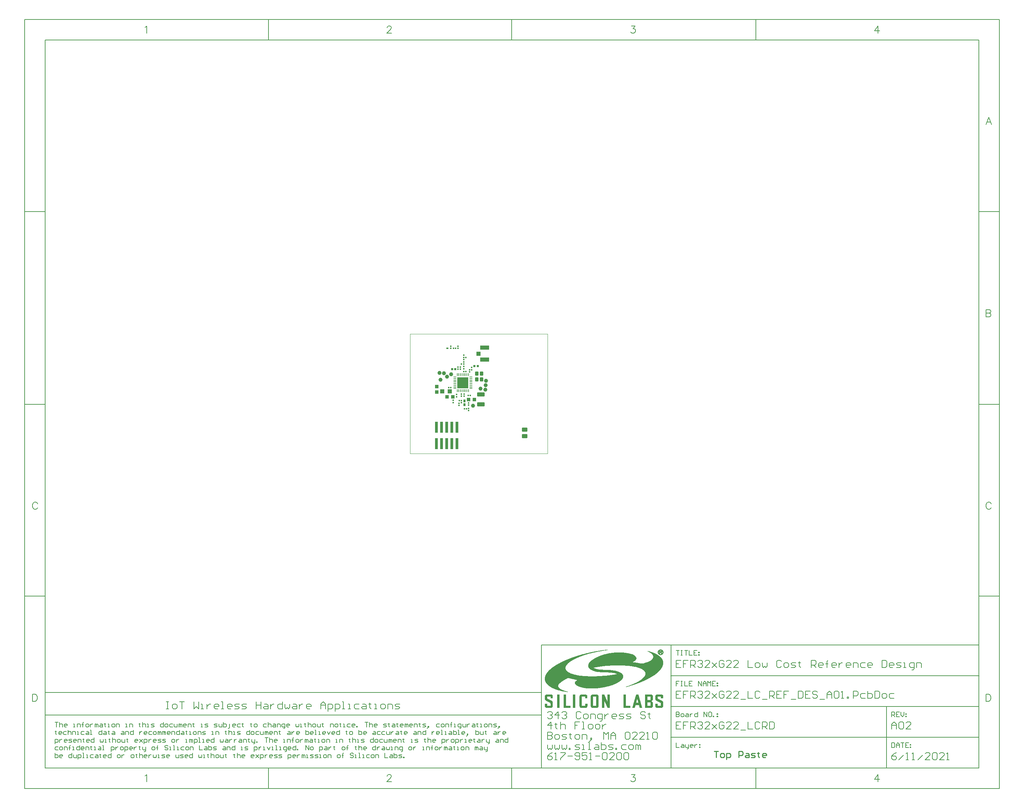
<source format=gtp>
G04*
G04 #@! TF.GenerationSoftware,Altium Limited,Altium Designer,19.1.7 (138)*
G04*
G04 Layer_Color=8421504*
%FSLAX25Y25*%
%MOIN*%
G70*
G01*
G75*
%ADD11C,0.00500*%
%ADD12C,0.01000*%
%ADD14C,0.00197*%
%ADD15C,0.00100*%
%ADD16C,0.00700*%
%ADD17R,0.04724X0.04724*%
%ADD18R,0.01400X0.01400*%
G04:AMPARAMS|DCode=19|XSize=53.15mil|YSize=37.4mil|CornerRadius=4.68mil|HoleSize=0mil|Usage=FLASHONLY|Rotation=180.000|XOffset=0mil|YOffset=0mil|HoleType=Round|Shape=RoundedRectangle|*
%AMROUNDEDRECTD19*
21,1,0.05315,0.02805,0,0,180.0*
21,1,0.04380,0.03740,0,0,180.0*
1,1,0.00935,-0.02190,0.01403*
1,1,0.00935,0.02190,0.01403*
1,1,0.00935,0.02190,-0.01403*
1,1,0.00935,-0.02190,-0.01403*
%
%ADD19ROUNDEDRECTD19*%
%ADD20C,0.03937*%
%ADD21R,0.02000X0.01400*%
%ADD22R,0.03543X0.03740*%
%ADD23R,0.01400X0.01400*%
%ADD24R,0.02362X0.02559*%
%ADD25R,0.02913X0.10984*%
%ADD26R,0.08661X0.04134*%
%ADD27R,0.04134X0.03937*%
G04:AMPARAMS|DCode=28|XSize=39.37mil|YSize=70.87mil|CornerRadius=4.92mil|HoleSize=0mil|Usage=FLASHONLY|Rotation=270.000|XOffset=0mil|YOffset=0mil|HoleType=Round|Shape=RoundedRectangle|*
%AMROUNDEDRECTD28*
21,1,0.03937,0.06102,0,0,270.0*
21,1,0.02953,0.07087,0,0,270.0*
1,1,0.00984,-0.03051,-0.01476*
1,1,0.00984,-0.03051,0.01476*
1,1,0.00984,0.03051,0.01476*
1,1,0.00984,0.03051,-0.01476*
%
%ADD28ROUNDEDRECTD28*%
%ADD29R,0.03937X0.03937*%
G04:AMPARAMS|DCode=30|XSize=37.4mil|YSize=33.47mil|CornerRadius=3.35mil|HoleSize=0mil|Usage=FLASHONLY|Rotation=90.000|XOffset=0mil|YOffset=0mil|HoleType=Round|Shape=RoundedRectangle|*
%AMROUNDEDRECTD30*
21,1,0.03740,0.02677,0,0,90.0*
21,1,0.03071,0.03347,0,0,90.0*
1,1,0.00669,0.01339,0.01535*
1,1,0.00669,0.01339,-0.01535*
1,1,0.00669,-0.01339,-0.01535*
1,1,0.00669,-0.01339,0.01535*
%
%ADD30ROUNDEDRECTD30*%
G04:AMPARAMS|DCode=31|XSize=8.66mil|YSize=29.92mil|CornerRadius=2.17mil|HoleSize=0mil|Usage=FLASHONLY|Rotation=180.000|XOffset=0mil|YOffset=0mil|HoleType=Round|Shape=RoundedRectangle|*
%AMROUNDEDRECTD31*
21,1,0.00866,0.02559,0,0,180.0*
21,1,0.00433,0.02992,0,0,180.0*
1,1,0.00433,-0.00217,0.01280*
1,1,0.00433,0.00217,0.01280*
1,1,0.00433,0.00217,-0.01280*
1,1,0.00433,-0.00217,-0.01280*
%
%ADD31ROUNDEDRECTD31*%
G04:AMPARAMS|DCode=32|XSize=8.66mil|YSize=29.92mil|CornerRadius=2.17mil|HoleSize=0mil|Usage=FLASHONLY|Rotation=270.000|XOffset=0mil|YOffset=0mil|HoleType=Round|Shape=RoundedRectangle|*
%AMROUNDEDRECTD32*
21,1,0.00866,0.02559,0,0,270.0*
21,1,0.00433,0.02992,0,0,270.0*
1,1,0.00433,-0.01280,-0.00217*
1,1,0.00433,-0.01280,0.00217*
1,1,0.00433,0.01280,0.00217*
1,1,0.00433,0.01280,-0.00217*
%
%ADD32ROUNDEDRECTD32*%
%ADD33R,0.11024X0.11024*%
%ADD34R,0.03740X0.03543*%
%ADD35R,0.01929X0.02047*%
D11*
X-348447Y-232713D02*
X135353D01*
X344053Y-326503D02*
Y-306503D01*
X261553D02*
Y-246503D01*
X471553Y-306503D02*
Y-246503D01*
X135353Y-306503D02*
Y-186503D01*
X561553Y-306503D02*
Y-186503D01*
X261553D02*
X561553D01*
X261553Y-246503D02*
Y-186503D01*
X135353D02*
X261553D01*
X261353Y-246503D02*
X561553D01*
X261353Y-276503D02*
X561553D01*
X111553Y-306503D02*
X561553D01*
X261353Y-216503D02*
X561853D01*
X-28447Y-306503D02*
X135353D01*
X106353Y-326503D02*
Y-306503D01*
X-130847Y-326503D02*
Y-306503D01*
X-368447Y-138903D02*
X-348447D01*
X-368447Y48297D02*
X-348447D01*
X-368447Y236297D02*
X-348447D01*
X-368447Y-326503D02*
Y423497D01*
X-348447Y-306503D02*
X561553D01*
X-348447D02*
Y403497D01*
X-368447Y-326503D02*
X581553D01*
X344053Y403497D02*
Y423497D01*
X106353Y403497D02*
Y423497D01*
X-130847Y403497D02*
Y423497D01*
X-368447D02*
X581553D01*
X-348447Y403497D02*
X561553D01*
Y-138903D02*
X581553D01*
X561553Y48297D02*
X581553D01*
X561553Y236297D02*
X581553D01*
X561553Y-306503D02*
Y403497D01*
X581553Y-326503D02*
Y423497D01*
X-348447Y-254903D02*
X135353D01*
X269552Y-222004D02*
X266553D01*
Y-224254D01*
X268053D01*
X266553D01*
Y-226503D01*
X271052Y-222004D02*
X272551D01*
X271801D01*
Y-226503D01*
X271052D01*
X272551D01*
X274800Y-222004D02*
Y-226503D01*
X277799D01*
X282298Y-222004D02*
X279299D01*
Y-226503D01*
X282298D01*
X279299Y-224254D02*
X280798D01*
X288296Y-226503D02*
Y-222004D01*
X291295Y-226503D01*
Y-222004D01*
X292794Y-226503D02*
Y-223504D01*
X294294Y-222004D01*
X295794Y-223504D01*
Y-226503D01*
Y-224254D01*
X292794D01*
X297293Y-226503D02*
Y-222004D01*
X298793Y-223504D01*
X300292Y-222004D01*
Y-226503D01*
X304791Y-222004D02*
X301792D01*
Y-226503D01*
X304791D01*
X301792Y-224254D02*
X303291D01*
X306290Y-223504D02*
X307040D01*
Y-224254D01*
X306290D01*
Y-223504D01*
Y-225753D02*
X307040D01*
Y-226503D01*
X306290D01*
Y-225753D01*
X266553Y-192004D02*
X269552D01*
X268053D01*
Y-196503D01*
X271052Y-192004D02*
X272551D01*
X271801D01*
Y-196503D01*
X271052D01*
X272551D01*
X274800Y-192004D02*
X277799D01*
X276300D01*
Y-196503D01*
X279299Y-192004D02*
Y-196503D01*
X282298D01*
X286796Y-192004D02*
X283797D01*
Y-196503D01*
X286796D01*
X283797Y-194254D02*
X285297D01*
X288296Y-193504D02*
X289046D01*
Y-194254D01*
X288296D01*
Y-193504D01*
Y-195753D02*
X289046D01*
Y-196503D01*
X288296D01*
Y-195753D01*
X266553Y-252004D02*
Y-256503D01*
X268802D01*
X269552Y-255753D01*
Y-255003D01*
X268802Y-254254D01*
X266553D01*
X268802D01*
X269552Y-253504D01*
Y-252754D01*
X268802Y-252004D01*
X266553D01*
X271801Y-256503D02*
X273301D01*
X274051Y-255753D01*
Y-254254D01*
X273301Y-253504D01*
X271801D01*
X271052Y-254254D01*
Y-255753D01*
X271801Y-256503D01*
X276300Y-253504D02*
X277799D01*
X278549Y-254254D01*
Y-256503D01*
X276300D01*
X275550Y-255753D01*
X276300Y-255003D01*
X278549D01*
X280049Y-253504D02*
Y-256503D01*
Y-255003D01*
X280798Y-254254D01*
X281548Y-253504D01*
X282298D01*
X287546Y-252004D02*
Y-256503D01*
X285297D01*
X284547Y-255753D01*
Y-254254D01*
X285297Y-253504D01*
X287546D01*
X293544Y-256503D02*
Y-252004D01*
X296543Y-256503D01*
Y-252004D01*
X300292D02*
X298793D01*
X298043Y-252754D01*
Y-255753D01*
X298793Y-256503D01*
X300292D01*
X301042Y-255753D01*
Y-252754D01*
X300292Y-252004D01*
X302541Y-256503D02*
Y-255753D01*
X303291D01*
Y-256503D01*
X302541D01*
X306290Y-253504D02*
X307040D01*
Y-254254D01*
X306290D01*
Y-253504D01*
Y-255753D02*
X307040D01*
Y-256503D01*
X306290D01*
Y-255753D01*
X476553Y-256503D02*
Y-252004D01*
X478802D01*
X479552Y-252754D01*
Y-254254D01*
X478802Y-255003D01*
X476553D01*
X478053D02*
X479552Y-256503D01*
X484051Y-252004D02*
X481052D01*
Y-256503D01*
X484051D01*
X481052Y-254254D02*
X482551D01*
X485550Y-252004D02*
Y-255003D01*
X487050Y-256503D01*
X488549Y-255003D01*
Y-252004D01*
X490049Y-253504D02*
X490798D01*
Y-254254D01*
X490049D01*
Y-253504D01*
Y-255753D02*
X490798D01*
Y-256503D01*
X490049D01*
Y-255753D01*
X476553Y-282004D02*
Y-286503D01*
X478802D01*
X479552Y-285753D01*
Y-282754D01*
X478802Y-282004D01*
X476553D01*
X481052Y-286503D02*
Y-283504D01*
X482551Y-282004D01*
X484051Y-283504D01*
Y-286503D01*
Y-284254D01*
X481052D01*
X485550Y-282004D02*
X488549D01*
X487050D01*
Y-286503D01*
X493048Y-282004D02*
X490049D01*
Y-286503D01*
X493048D01*
X490049Y-284254D02*
X491548D01*
X494547Y-283504D02*
X495297D01*
Y-284254D01*
X494547D01*
Y-283504D01*
Y-285753D02*
X495297D01*
Y-286503D01*
X494547D01*
Y-285753D01*
X266553Y-282004D02*
Y-286503D01*
X269552D01*
X271801Y-283504D02*
X273301D01*
X274051Y-284254D01*
Y-286503D01*
X271801D01*
X271052Y-285753D01*
X271801Y-285003D01*
X274051D01*
X275550Y-283504D02*
Y-285753D01*
X276300Y-286503D01*
X278549D01*
Y-287253D01*
X277799Y-288002D01*
X277050D01*
X278549Y-286503D02*
Y-283504D01*
X282298Y-286503D02*
X280798D01*
X280049Y-285753D01*
Y-284254D01*
X280798Y-283504D01*
X282298D01*
X283048Y-284254D01*
Y-285003D01*
X280049D01*
X284547Y-283504D02*
Y-286503D01*
Y-285003D01*
X285297Y-284254D01*
X286047Y-283504D01*
X286796D01*
X289046D02*
X289795D01*
Y-284254D01*
X289046D01*
Y-283504D01*
Y-285753D02*
X289795D01*
Y-286503D01*
X289046D01*
Y-285753D01*
X-338947Y-262004D02*
X-335948D01*
X-337448D01*
Y-266503D01*
X-334449Y-262004D02*
Y-266503D01*
Y-264254D01*
X-333699Y-263504D01*
X-332199D01*
X-331449Y-264254D01*
Y-266503D01*
X-327701D02*
X-329200D01*
X-329950Y-265753D01*
Y-264254D01*
X-329200Y-263504D01*
X-327701D01*
X-326951Y-264254D01*
Y-265003D01*
X-329950D01*
X-320953Y-266503D02*
X-319453D01*
X-320203D01*
Y-263504D01*
X-320953D01*
X-317204Y-266503D02*
Y-263504D01*
X-314955D01*
X-314205Y-264254D01*
Y-266503D01*
X-311956D02*
Y-262754D01*
Y-264254D01*
X-312705D01*
X-311206D01*
X-311956D01*
Y-262754D01*
X-311206Y-262004D01*
X-308207Y-266503D02*
X-306707D01*
X-305958Y-265753D01*
Y-264254D01*
X-306707Y-263504D01*
X-308207D01*
X-308957Y-264254D01*
Y-265753D01*
X-308207Y-266503D01*
X-304458Y-263504D02*
Y-266503D01*
Y-265003D01*
X-303708Y-264254D01*
X-302959Y-263504D01*
X-302209D01*
X-299960Y-266503D02*
Y-263504D01*
X-299210D01*
X-298460Y-264254D01*
Y-266503D01*
Y-264254D01*
X-297710Y-263504D01*
X-296960Y-264254D01*
Y-266503D01*
X-294711Y-263504D02*
X-293212D01*
X-292462Y-264254D01*
Y-266503D01*
X-294711D01*
X-295461Y-265753D01*
X-294711Y-265003D01*
X-292462D01*
X-290213Y-262754D02*
Y-263504D01*
X-290963D01*
X-289463D01*
X-290213D01*
Y-265753D01*
X-289463Y-266503D01*
X-287214D02*
X-285714D01*
X-286464D01*
Y-263504D01*
X-287214D01*
X-282715Y-266503D02*
X-281216D01*
X-280466Y-265753D01*
Y-264254D01*
X-281216Y-263504D01*
X-282715D01*
X-283465Y-264254D01*
Y-265753D01*
X-282715Y-266503D01*
X-278966D02*
Y-263504D01*
X-276717D01*
X-275967Y-264254D01*
Y-266503D01*
X-269969D02*
X-268470D01*
X-269219D01*
Y-263504D01*
X-269969D01*
X-266220Y-266503D02*
Y-263504D01*
X-263971D01*
X-263221Y-264254D01*
Y-266503D01*
X-256474Y-262754D02*
Y-263504D01*
X-257223D01*
X-255724D01*
X-256474D01*
Y-265753D01*
X-255724Y-266503D01*
X-253475Y-262004D02*
Y-266503D01*
Y-264254D01*
X-252725Y-263504D01*
X-251225D01*
X-250476Y-264254D01*
Y-266503D01*
X-248976D02*
X-247477D01*
X-248226D01*
Y-263504D01*
X-248976D01*
X-245227Y-266503D02*
X-242978D01*
X-242228Y-265753D01*
X-242978Y-265003D01*
X-244478D01*
X-245227Y-264254D01*
X-244478Y-263504D01*
X-242228D01*
X-233231Y-262004D02*
Y-266503D01*
X-235480D01*
X-236230Y-265753D01*
Y-264254D01*
X-235480Y-263504D01*
X-233231D01*
X-230982Y-266503D02*
X-229482D01*
X-228732Y-265753D01*
Y-264254D01*
X-229482Y-263504D01*
X-230982D01*
X-231732Y-264254D01*
Y-265753D01*
X-230982Y-266503D01*
X-224234Y-263504D02*
X-226483D01*
X-227233Y-264254D01*
Y-265753D01*
X-226483Y-266503D01*
X-224234D01*
X-222734Y-263504D02*
Y-265753D01*
X-221985Y-266503D01*
X-219735D01*
Y-263504D01*
X-218236Y-266503D02*
Y-263504D01*
X-217486D01*
X-216736Y-264254D01*
Y-266503D01*
Y-264254D01*
X-215987Y-263504D01*
X-215237Y-264254D01*
Y-266503D01*
X-211488D02*
X-212988D01*
X-213737Y-265753D01*
Y-264254D01*
X-212988Y-263504D01*
X-211488D01*
X-210738Y-264254D01*
Y-265003D01*
X-213737D01*
X-209239Y-266503D02*
Y-263504D01*
X-206990D01*
X-206240Y-264254D01*
Y-266503D01*
X-203991Y-262754D02*
Y-263504D01*
X-204740D01*
X-203241D01*
X-203991D01*
Y-265753D01*
X-203241Y-266503D01*
X-196493D02*
X-194993D01*
X-195743D01*
Y-263504D01*
X-196493D01*
X-192744Y-266503D02*
X-190495D01*
X-189745Y-265753D01*
X-190495Y-265003D01*
X-191994D01*
X-192744Y-264254D01*
X-191994Y-263504D01*
X-189745D01*
X-183747Y-266503D02*
X-181498D01*
X-180748Y-265753D01*
X-181498Y-265003D01*
X-182997D01*
X-183747Y-264254D01*
X-182997Y-263504D01*
X-180748D01*
X-179248D02*
Y-265753D01*
X-178499Y-266503D01*
X-176250D01*
Y-263504D01*
X-174750Y-262004D02*
Y-266503D01*
X-172501D01*
X-171751Y-265753D01*
Y-265003D01*
Y-264254D01*
X-172501Y-263504D01*
X-174750D01*
X-170251Y-268003D02*
X-169502D01*
X-168752Y-267253D01*
Y-263504D01*
X-163504Y-266503D02*
X-165003D01*
X-165753Y-265753D01*
Y-264254D01*
X-165003Y-263504D01*
X-163504D01*
X-162754Y-264254D01*
Y-265003D01*
X-165753D01*
X-158255Y-263504D02*
X-160504D01*
X-161254Y-264254D01*
Y-265753D01*
X-160504Y-266503D01*
X-158255D01*
X-156006Y-262754D02*
Y-263504D01*
X-156756D01*
X-155256D01*
X-156006D01*
Y-265753D01*
X-155256Y-266503D01*
X-147759Y-262754D02*
Y-263504D01*
X-148508D01*
X-147009D01*
X-147759D01*
Y-265753D01*
X-147009Y-266503D01*
X-144010D02*
X-142510D01*
X-141761Y-265753D01*
Y-264254D01*
X-142510Y-263504D01*
X-144010D01*
X-144760Y-264254D01*
Y-265753D01*
X-144010Y-266503D01*
X-132764Y-263504D02*
X-135013D01*
X-135763Y-264254D01*
Y-265753D01*
X-135013Y-266503D01*
X-132764D01*
X-131264Y-262004D02*
Y-266503D01*
Y-264254D01*
X-130514Y-263504D01*
X-129015D01*
X-128265Y-264254D01*
Y-266503D01*
X-126016Y-263504D02*
X-124516D01*
X-123766Y-264254D01*
Y-266503D01*
X-126016D01*
X-126765Y-265753D01*
X-126016Y-265003D01*
X-123766D01*
X-122267Y-266503D02*
Y-263504D01*
X-120018D01*
X-119268Y-264254D01*
Y-266503D01*
X-116269Y-268003D02*
X-115519D01*
X-114769Y-267253D01*
Y-263504D01*
X-117019D01*
X-117768Y-264254D01*
Y-265753D01*
X-117019Y-266503D01*
X-114769D01*
X-111021D02*
X-112520D01*
X-113270Y-265753D01*
Y-264254D01*
X-112520Y-263504D01*
X-111021D01*
X-110271Y-264254D01*
Y-265003D01*
X-113270D01*
X-104273Y-263504D02*
Y-265753D01*
X-103523Y-266503D01*
X-102773Y-265753D01*
X-102023Y-266503D01*
X-101274Y-265753D01*
Y-263504D01*
X-99774Y-266503D02*
X-98275D01*
X-99024D01*
Y-263504D01*
X-99774D01*
X-95276Y-262754D02*
Y-263504D01*
X-96025D01*
X-94526D01*
X-95276D01*
Y-265753D01*
X-94526Y-266503D01*
X-92277Y-262004D02*
Y-266503D01*
Y-264254D01*
X-91527Y-263504D01*
X-90027D01*
X-89277Y-264254D01*
Y-266503D01*
X-87028D02*
X-85529D01*
X-84779Y-265753D01*
Y-264254D01*
X-85529Y-263504D01*
X-87028D01*
X-87778Y-264254D01*
Y-265753D01*
X-87028Y-266503D01*
X-83279Y-263504D02*
Y-265753D01*
X-82530Y-266503D01*
X-80280D01*
Y-263504D01*
X-78031Y-262754D02*
Y-263504D01*
X-78781D01*
X-77281D01*
X-78031D01*
Y-265753D01*
X-77281Y-266503D01*
X-70534D02*
Y-263504D01*
X-68284D01*
X-67535Y-264254D01*
Y-266503D01*
X-65285D02*
X-63786D01*
X-63036Y-265753D01*
Y-264254D01*
X-63786Y-263504D01*
X-65285D01*
X-66035Y-264254D01*
Y-265753D01*
X-65285Y-266503D01*
X-60787Y-262754D02*
Y-263504D01*
X-61536D01*
X-60037D01*
X-60787D01*
Y-265753D01*
X-60037Y-266503D01*
X-57788D02*
X-56288D01*
X-57038D01*
Y-263504D01*
X-57788D01*
X-51040D02*
X-53289D01*
X-54039Y-264254D01*
Y-265753D01*
X-53289Y-266503D01*
X-51040D01*
X-47291D02*
X-48791D01*
X-49540Y-265753D01*
Y-264254D01*
X-48791Y-263504D01*
X-47291D01*
X-46541Y-264254D01*
Y-265003D01*
X-49540D01*
X-45042Y-266503D02*
Y-265753D01*
X-44292D01*
Y-266503D01*
X-45042D01*
X-36794Y-262004D02*
X-33795D01*
X-35295D01*
Y-266503D01*
X-32296Y-262004D02*
Y-266503D01*
Y-264254D01*
X-31546Y-263504D01*
X-30047D01*
X-29297Y-264254D01*
Y-266503D01*
X-25548D02*
X-27048D01*
X-27797Y-265753D01*
Y-264254D01*
X-27048Y-263504D01*
X-25548D01*
X-24798Y-264254D01*
Y-265003D01*
X-27797D01*
X-18800Y-266503D02*
X-16551D01*
X-15801Y-265753D01*
X-16551Y-265003D01*
X-18050D01*
X-18800Y-264254D01*
X-18050Y-263504D01*
X-15801D01*
X-13552Y-262754D02*
Y-263504D01*
X-14302D01*
X-12802D01*
X-13552D01*
Y-265753D01*
X-12802Y-266503D01*
X-9803Y-263504D02*
X-8304D01*
X-7554Y-264254D01*
Y-266503D01*
X-9803D01*
X-10553Y-265753D01*
X-9803Y-265003D01*
X-7554D01*
X-5305Y-262754D02*
Y-263504D01*
X-6054D01*
X-4555D01*
X-5305D01*
Y-265753D01*
X-4555Y-266503D01*
X-56D02*
X-1556D01*
X-2306Y-265753D01*
Y-264254D01*
X-1556Y-263504D01*
X-56D01*
X693Y-264254D01*
Y-265003D01*
X-2306D01*
X2193Y-266503D02*
Y-263504D01*
X2943D01*
X3692Y-264254D01*
Y-266503D01*
Y-264254D01*
X4442Y-263504D01*
X5192Y-264254D01*
Y-266503D01*
X8941D02*
X7441D01*
X6692Y-265753D01*
Y-264254D01*
X7441Y-263504D01*
X8941D01*
X9691Y-264254D01*
Y-265003D01*
X6692D01*
X11190Y-266503D02*
Y-263504D01*
X13439D01*
X14189Y-264254D01*
Y-266503D01*
X16438Y-262754D02*
Y-263504D01*
X15689D01*
X17188D01*
X16438D01*
Y-265753D01*
X17188Y-266503D01*
X19437D02*
X21687D01*
X22436Y-265753D01*
X21687Y-265003D01*
X20187D01*
X19437Y-264254D01*
X20187Y-263504D01*
X22436D01*
X24686Y-267253D02*
X25436Y-266503D01*
Y-265753D01*
X24686D01*
Y-266503D01*
X25436D01*
X24686Y-267253D01*
X23936Y-268003D01*
X35932Y-263504D02*
X33683D01*
X32933Y-264254D01*
Y-265753D01*
X33683Y-266503D01*
X35932D01*
X38181D02*
X39681D01*
X40431Y-265753D01*
Y-264254D01*
X39681Y-263504D01*
X38181D01*
X37432Y-264254D01*
Y-265753D01*
X38181Y-266503D01*
X41930D02*
Y-263504D01*
X44179D01*
X44929Y-264254D01*
Y-266503D01*
X47179D02*
Y-262754D01*
Y-264254D01*
X46429D01*
X47928D01*
X47179D01*
Y-262754D01*
X47928Y-262004D01*
X50178Y-266503D02*
X51677D01*
X50927D01*
Y-263504D01*
X50178D01*
X55426Y-268003D02*
X56176D01*
X56925Y-267253D01*
Y-263504D01*
X54676D01*
X53926Y-264254D01*
Y-265753D01*
X54676Y-266503D01*
X56925D01*
X58425Y-263504D02*
Y-265753D01*
X59175Y-266503D01*
X61424D01*
Y-263504D01*
X62923D02*
Y-266503D01*
Y-265003D01*
X63673Y-264254D01*
X64423Y-263504D01*
X65173D01*
X68172D02*
X69671D01*
X70421Y-264254D01*
Y-266503D01*
X68172D01*
X67422Y-265753D01*
X68172Y-265003D01*
X70421D01*
X72670Y-262754D02*
Y-263504D01*
X71921D01*
X73420D01*
X72670D01*
Y-265753D01*
X73420Y-266503D01*
X75669D02*
X77169D01*
X76419D01*
Y-263504D01*
X75669D01*
X80168Y-266503D02*
X81667D01*
X82417Y-265753D01*
Y-264254D01*
X81667Y-263504D01*
X80168D01*
X79418Y-264254D01*
Y-265753D01*
X80168Y-266503D01*
X83917D02*
Y-263504D01*
X86166D01*
X86916Y-264254D01*
Y-266503D01*
X88415D02*
X90664D01*
X91414Y-265753D01*
X90664Y-265003D01*
X89165D01*
X88415Y-264254D01*
X89165Y-263504D01*
X91414D01*
X93664Y-267253D02*
X94413Y-266503D01*
Y-265753D01*
X93664D01*
Y-266503D01*
X94413D01*
X93664Y-267253D01*
X92914Y-268003D01*
X-338197Y-270254D02*
Y-271004D01*
X-338947D01*
X-337448D01*
X-338197D01*
Y-273253D01*
X-337448Y-274003D01*
X-332949D02*
X-334449D01*
X-335198Y-273253D01*
Y-271754D01*
X-334449Y-271004D01*
X-332949D01*
X-332199Y-271754D01*
Y-272503D01*
X-335198D01*
X-327701Y-271004D02*
X-329950D01*
X-330700Y-271754D01*
Y-273253D01*
X-329950Y-274003D01*
X-327701D01*
X-326201Y-269504D02*
Y-274003D01*
Y-271754D01*
X-325451Y-271004D01*
X-323952D01*
X-323202Y-271754D01*
Y-274003D01*
X-321703D02*
Y-271004D01*
X-319453D01*
X-318704Y-271754D01*
Y-274003D01*
X-317204D02*
X-315704D01*
X-316454D01*
Y-271004D01*
X-317204D01*
X-310456D02*
X-312705D01*
X-313455Y-271754D01*
Y-273253D01*
X-312705Y-274003D01*
X-310456D01*
X-308207Y-271004D02*
X-306707D01*
X-305958Y-271754D01*
Y-274003D01*
X-308207D01*
X-308957Y-273253D01*
X-308207Y-272503D01*
X-305958D01*
X-304458Y-274003D02*
X-302959D01*
X-303708D01*
Y-269504D01*
X-304458D01*
X-293212D02*
Y-274003D01*
X-295461D01*
X-296211Y-273253D01*
Y-271754D01*
X-295461Y-271004D01*
X-293212D01*
X-290963D02*
X-289463D01*
X-288713Y-271754D01*
Y-274003D01*
X-290963D01*
X-291712Y-273253D01*
X-290963Y-272503D01*
X-288713D01*
X-286464Y-270254D02*
Y-271004D01*
X-287214D01*
X-285714D01*
X-286464D01*
Y-273253D01*
X-285714Y-274003D01*
X-282715Y-271004D02*
X-281216D01*
X-280466Y-271754D01*
Y-274003D01*
X-282715D01*
X-283465Y-273253D01*
X-282715Y-272503D01*
X-280466D01*
X-273718Y-271004D02*
X-272218D01*
X-271469Y-271754D01*
Y-274003D01*
X-273718D01*
X-274468Y-273253D01*
X-273718Y-272503D01*
X-271469D01*
X-269969Y-274003D02*
Y-271004D01*
X-267720D01*
X-266970Y-271754D01*
Y-274003D01*
X-262472Y-269504D02*
Y-274003D01*
X-264721D01*
X-265471Y-273253D01*
Y-271754D01*
X-264721Y-271004D01*
X-262472D01*
X-256474D02*
Y-274003D01*
Y-272503D01*
X-255724Y-271754D01*
X-254974Y-271004D01*
X-254224D01*
X-249726Y-274003D02*
X-251225D01*
X-251975Y-273253D01*
Y-271754D01*
X-251225Y-271004D01*
X-249726D01*
X-248976Y-271754D01*
Y-272503D01*
X-251975D01*
X-244478Y-271004D02*
X-246727D01*
X-247477Y-271754D01*
Y-273253D01*
X-246727Y-274003D01*
X-244478D01*
X-242228D02*
X-240729D01*
X-239979Y-273253D01*
Y-271754D01*
X-240729Y-271004D01*
X-242228D01*
X-242978Y-271754D01*
Y-273253D01*
X-242228Y-274003D01*
X-238479D02*
Y-271004D01*
X-237730D01*
X-236980Y-271754D01*
Y-274003D01*
Y-271754D01*
X-236230Y-271004D01*
X-235480Y-271754D01*
Y-274003D01*
X-233981D02*
Y-271004D01*
X-233231D01*
X-232481Y-271754D01*
Y-274003D01*
Y-271754D01*
X-231732Y-271004D01*
X-230982Y-271754D01*
Y-274003D01*
X-227233D02*
X-228732D01*
X-229482Y-273253D01*
Y-271754D01*
X-228732Y-271004D01*
X-227233D01*
X-226483Y-271754D01*
Y-272503D01*
X-229482D01*
X-224984Y-274003D02*
Y-271004D01*
X-222734D01*
X-221985Y-271754D01*
Y-274003D01*
X-217486Y-269504D02*
Y-274003D01*
X-219735D01*
X-220485Y-273253D01*
Y-271754D01*
X-219735Y-271004D01*
X-217486D01*
X-215237D02*
X-213737D01*
X-212988Y-271754D01*
Y-274003D01*
X-215237D01*
X-215987Y-273253D01*
X-215237Y-272503D01*
X-212988D01*
X-210738Y-270254D02*
Y-271004D01*
X-211488D01*
X-209989D01*
X-210738D01*
Y-273253D01*
X-209989Y-274003D01*
X-207739D02*
X-206240D01*
X-206990D01*
Y-271004D01*
X-207739D01*
X-203241Y-274003D02*
X-201741D01*
X-200992Y-273253D01*
Y-271754D01*
X-201741Y-271004D01*
X-203241D01*
X-203991Y-271754D01*
Y-273253D01*
X-203241Y-274003D01*
X-199492D02*
Y-271004D01*
X-197243D01*
X-196493Y-271754D01*
Y-274003D01*
X-194993D02*
X-192744D01*
X-191994Y-273253D01*
X-192744Y-272503D01*
X-194244D01*
X-194993Y-271754D01*
X-194244Y-271004D01*
X-191994D01*
X-185996Y-274003D02*
X-184497D01*
X-185247D01*
Y-271004D01*
X-185996D01*
X-182247Y-274003D02*
Y-271004D01*
X-179998D01*
X-179248Y-271754D01*
Y-274003D01*
X-172501Y-270254D02*
Y-271004D01*
X-173250D01*
X-171751D01*
X-172501D01*
Y-273253D01*
X-171751Y-274003D01*
X-169502Y-269504D02*
Y-274003D01*
Y-271754D01*
X-168752Y-271004D01*
X-167252D01*
X-166503Y-271754D01*
Y-274003D01*
X-165003D02*
X-163504D01*
X-164253D01*
Y-271004D01*
X-165003D01*
X-161254Y-274003D02*
X-159005D01*
X-158255Y-273253D01*
X-159005Y-272503D01*
X-160504D01*
X-161254Y-271754D01*
X-160504Y-271004D01*
X-158255D01*
X-149258Y-269504D02*
Y-274003D01*
X-151507D01*
X-152257Y-273253D01*
Y-271754D01*
X-151507Y-271004D01*
X-149258D01*
X-147009Y-274003D02*
X-145509D01*
X-144760Y-273253D01*
Y-271754D01*
X-145509Y-271004D01*
X-147009D01*
X-147759Y-271754D01*
Y-273253D01*
X-147009Y-274003D01*
X-140261Y-271004D02*
X-142510D01*
X-143260Y-271754D01*
Y-273253D01*
X-142510Y-274003D01*
X-140261D01*
X-138761Y-271004D02*
Y-273253D01*
X-138012Y-274003D01*
X-135763D01*
Y-271004D01*
X-134263Y-274003D02*
Y-271004D01*
X-133513D01*
X-132764Y-271754D01*
Y-274003D01*
Y-271754D01*
X-132014Y-271004D01*
X-131264Y-271754D01*
Y-274003D01*
X-127515D02*
X-129015D01*
X-129764Y-273253D01*
Y-271754D01*
X-129015Y-271004D01*
X-127515D01*
X-126765Y-271754D01*
Y-272503D01*
X-129764D01*
X-125266Y-274003D02*
Y-271004D01*
X-123017D01*
X-122267Y-271754D01*
Y-274003D01*
X-120018Y-270254D02*
Y-271004D01*
X-120767D01*
X-119268D01*
X-120018D01*
Y-273253D01*
X-119268Y-274003D01*
X-111770Y-271004D02*
X-110271D01*
X-109521Y-271754D01*
Y-274003D01*
X-111770D01*
X-112520Y-273253D01*
X-111770Y-272503D01*
X-109521D01*
X-108021Y-271004D02*
Y-274003D01*
Y-272503D01*
X-107272Y-271754D01*
X-106522Y-271004D01*
X-105772D01*
X-101274Y-274003D02*
X-102773D01*
X-103523Y-273253D01*
Y-271754D01*
X-102773Y-271004D01*
X-101274D01*
X-100524Y-271754D01*
Y-272503D01*
X-103523D01*
X-94526Y-269504D02*
Y-274003D01*
X-92277D01*
X-91527Y-273253D01*
Y-272503D01*
Y-271754D01*
X-92277Y-271004D01*
X-94526D01*
X-87778Y-274003D02*
X-89277D01*
X-90027Y-273253D01*
Y-271754D01*
X-89277Y-271004D01*
X-87778D01*
X-87028Y-271754D01*
Y-272503D01*
X-90027D01*
X-85529Y-274003D02*
X-84029D01*
X-84779D01*
Y-269504D01*
X-85529D01*
X-81780Y-274003D02*
X-80280D01*
X-81030D01*
Y-271004D01*
X-81780D01*
X-75782Y-274003D02*
X-77281D01*
X-78031Y-273253D01*
Y-271754D01*
X-77281Y-271004D01*
X-75782D01*
X-75032Y-271754D01*
Y-272503D01*
X-78031D01*
X-73533Y-271004D02*
X-72033Y-274003D01*
X-70534Y-271004D01*
X-66785Y-274003D02*
X-68284D01*
X-69034Y-273253D01*
Y-271754D01*
X-68284Y-271004D01*
X-66785D01*
X-66035Y-271754D01*
Y-272503D01*
X-69034D01*
X-61536Y-269504D02*
Y-274003D01*
X-63786D01*
X-64535Y-273253D01*
Y-271754D01*
X-63786Y-271004D01*
X-61536D01*
X-54789Y-270254D02*
Y-271004D01*
X-55538D01*
X-54039D01*
X-54789D01*
Y-273253D01*
X-54039Y-274003D01*
X-51040D02*
X-49540D01*
X-48791Y-273253D01*
Y-271754D01*
X-49540Y-271004D01*
X-51040D01*
X-51790Y-271754D01*
Y-273253D01*
X-51040Y-274003D01*
X-42792Y-269504D02*
Y-274003D01*
X-40543D01*
X-39794Y-273253D01*
Y-272503D01*
Y-271754D01*
X-40543Y-271004D01*
X-42792D01*
X-36045Y-274003D02*
X-37544D01*
X-38294Y-273253D01*
Y-271754D01*
X-37544Y-271004D01*
X-36045D01*
X-35295Y-271754D01*
Y-272503D01*
X-38294D01*
X-28547Y-271004D02*
X-27048D01*
X-26298Y-271754D01*
Y-274003D01*
X-28547D01*
X-29297Y-273253D01*
X-28547Y-272503D01*
X-26298D01*
X-21799Y-271004D02*
X-24048D01*
X-24798Y-271754D01*
Y-273253D01*
X-24048Y-274003D01*
X-21799D01*
X-17301Y-271004D02*
X-19550D01*
X-20300Y-271754D01*
Y-273253D01*
X-19550Y-274003D01*
X-17301D01*
X-15801Y-271004D02*
Y-273253D01*
X-15051Y-274003D01*
X-12802D01*
Y-271004D01*
X-11303D02*
Y-274003D01*
Y-272503D01*
X-10553Y-271754D01*
X-9803Y-271004D01*
X-9053D01*
X-6054D02*
X-4555D01*
X-3805Y-271754D01*
Y-274003D01*
X-6054D01*
X-6804Y-273253D01*
X-6054Y-272503D01*
X-3805D01*
X-1556Y-270254D02*
Y-271004D01*
X-2306D01*
X-806D01*
X-1556D01*
Y-273253D01*
X-806Y-274003D01*
X3692D02*
X2193D01*
X1443Y-273253D01*
Y-271754D01*
X2193Y-271004D01*
X3692D01*
X4442Y-271754D01*
Y-272503D01*
X1443D01*
X11190Y-271004D02*
X12690D01*
X13439Y-271754D01*
Y-274003D01*
X11190D01*
X10440Y-273253D01*
X11190Y-272503D01*
X13439D01*
X14939Y-274003D02*
Y-271004D01*
X17188D01*
X17938Y-271754D01*
Y-274003D01*
X22436Y-269504D02*
Y-274003D01*
X20187D01*
X19437Y-273253D01*
Y-271754D01*
X20187Y-271004D01*
X22436D01*
X28435D02*
Y-274003D01*
Y-272503D01*
X29184Y-271754D01*
X29934Y-271004D01*
X30684D01*
X35182Y-274003D02*
X33683D01*
X32933Y-273253D01*
Y-271754D01*
X33683Y-271004D01*
X35182D01*
X35932Y-271754D01*
Y-272503D01*
X32933D01*
X37432Y-274003D02*
X38931D01*
X38181D01*
Y-269504D01*
X37432D01*
X41181Y-274003D02*
X42680D01*
X41930D01*
Y-271004D01*
X41181D01*
X45679D02*
X47179D01*
X47928Y-271754D01*
Y-274003D01*
X45679D01*
X44929Y-273253D01*
X45679Y-272503D01*
X47928D01*
X49428Y-269504D02*
Y-274003D01*
X51677D01*
X52427Y-273253D01*
Y-272503D01*
Y-271754D01*
X51677Y-271004D01*
X49428D01*
X53926Y-274003D02*
X55426D01*
X54676D01*
Y-269504D01*
X53926D01*
X59924Y-274003D02*
X58425D01*
X57675Y-273253D01*
Y-271754D01*
X58425Y-271004D01*
X59924D01*
X60674Y-271754D01*
Y-272503D01*
X57675D01*
X62923Y-274753D02*
X63673Y-274003D01*
Y-273253D01*
X62923D01*
Y-274003D01*
X63673D01*
X62923Y-274753D01*
X62174Y-275502D01*
X71171Y-269504D02*
Y-274003D01*
X73420D01*
X74170Y-273253D01*
Y-272503D01*
Y-271754D01*
X73420Y-271004D01*
X71171D01*
X75669D02*
Y-273253D01*
X76419Y-274003D01*
X78668D01*
Y-271004D01*
X80918Y-270254D02*
Y-271004D01*
X80168D01*
X81667D01*
X80918D01*
Y-273253D01*
X81667Y-274003D01*
X89165Y-271004D02*
X90664D01*
X91414Y-271754D01*
Y-274003D01*
X89165D01*
X88415Y-273253D01*
X89165Y-272503D01*
X91414D01*
X92914Y-271004D02*
Y-274003D01*
Y-272503D01*
X93664Y-271754D01*
X94413Y-271004D01*
X95163D01*
X99662Y-274003D02*
X98162D01*
X97412Y-273253D01*
Y-271754D01*
X98162Y-271004D01*
X99662D01*
X100411Y-271754D01*
Y-272503D01*
X97412D01*
X-338947Y-283002D02*
Y-278504D01*
X-336698D01*
X-335948Y-279254D01*
Y-280753D01*
X-336698Y-281503D01*
X-338947D01*
X-334449Y-278504D02*
Y-281503D01*
Y-280003D01*
X-333699Y-279254D01*
X-332949Y-278504D01*
X-332199D01*
X-327701Y-281503D02*
X-329200D01*
X-329950Y-280753D01*
Y-279254D01*
X-329200Y-278504D01*
X-327701D01*
X-326951Y-279254D01*
Y-280003D01*
X-329950D01*
X-325451Y-281503D02*
X-323202D01*
X-322452Y-280753D01*
X-323202Y-280003D01*
X-324702D01*
X-325451Y-279254D01*
X-324702Y-278504D01*
X-322452D01*
X-318704Y-281503D02*
X-320203D01*
X-320953Y-280753D01*
Y-279254D01*
X-320203Y-278504D01*
X-318704D01*
X-317954Y-279254D01*
Y-280003D01*
X-320953D01*
X-316454Y-281503D02*
Y-278504D01*
X-314205D01*
X-313455Y-279254D01*
Y-281503D01*
X-311206Y-277754D02*
Y-278504D01*
X-311956D01*
X-310456D01*
X-311206D01*
Y-280753D01*
X-310456Y-281503D01*
X-305958D02*
X-307457D01*
X-308207Y-280753D01*
Y-279254D01*
X-307457Y-278504D01*
X-305958D01*
X-305208Y-279254D01*
Y-280003D01*
X-308207D01*
X-300709Y-277004D02*
Y-281503D01*
X-302959D01*
X-303708Y-280753D01*
Y-279254D01*
X-302959Y-278504D01*
X-300709D01*
X-294711D02*
Y-280753D01*
X-293962Y-281503D01*
X-293212Y-280753D01*
X-292462Y-281503D01*
X-291712Y-280753D01*
Y-278504D01*
X-290213Y-281503D02*
X-288713D01*
X-289463D01*
Y-278504D01*
X-290213D01*
X-285714Y-277754D02*
Y-278504D01*
X-286464D01*
X-284964D01*
X-285714D01*
Y-280753D01*
X-284964Y-281503D01*
X-282715Y-277004D02*
Y-281503D01*
Y-279254D01*
X-281965Y-278504D01*
X-280466D01*
X-279716Y-279254D01*
Y-281503D01*
X-277467D02*
X-275967D01*
X-275218Y-280753D01*
Y-279254D01*
X-275967Y-278504D01*
X-277467D01*
X-278217Y-279254D01*
Y-280753D01*
X-277467Y-281503D01*
X-273718Y-278504D02*
Y-280753D01*
X-272968Y-281503D01*
X-270719D01*
Y-278504D01*
X-268470Y-277754D02*
Y-278504D01*
X-269219D01*
X-267720D01*
X-268470D01*
Y-280753D01*
X-267720Y-281503D01*
X-258723D02*
X-260222D01*
X-260972Y-280753D01*
Y-279254D01*
X-260222Y-278504D01*
X-258723D01*
X-257973Y-279254D01*
Y-280003D01*
X-260972D01*
X-256474Y-278504D02*
X-253475Y-281503D01*
X-254974Y-280003D01*
X-253475Y-278504D01*
X-256474Y-281503D01*
X-251975Y-283002D02*
Y-278504D01*
X-249726D01*
X-248976Y-279254D01*
Y-280753D01*
X-249726Y-281503D01*
X-251975D01*
X-247477Y-278504D02*
Y-281503D01*
Y-280003D01*
X-246727Y-279254D01*
X-245977Y-278504D01*
X-245227D01*
X-240729Y-281503D02*
X-242228D01*
X-242978Y-280753D01*
Y-279254D01*
X-242228Y-278504D01*
X-240729D01*
X-239979Y-279254D01*
Y-280003D01*
X-242978D01*
X-238479Y-281503D02*
X-236230D01*
X-235480Y-280753D01*
X-236230Y-280003D01*
X-237730D01*
X-238479Y-279254D01*
X-237730Y-278504D01*
X-235480D01*
X-233981Y-281503D02*
X-231732D01*
X-230982Y-280753D01*
X-231732Y-280003D01*
X-233231D01*
X-233981Y-279254D01*
X-233231Y-278504D01*
X-230982D01*
X-224234Y-281503D02*
X-222734D01*
X-221985Y-280753D01*
Y-279254D01*
X-222734Y-278504D01*
X-224234D01*
X-224984Y-279254D01*
Y-280753D01*
X-224234Y-281503D01*
X-220485Y-278504D02*
Y-281503D01*
Y-280003D01*
X-219735Y-279254D01*
X-218986Y-278504D01*
X-218236D01*
X-211488Y-281503D02*
X-209989D01*
X-210738D01*
Y-278504D01*
X-211488D01*
X-207739Y-281503D02*
Y-278504D01*
X-206990D01*
X-206240Y-279254D01*
Y-281503D01*
Y-279254D01*
X-205490Y-278504D01*
X-204740Y-279254D01*
Y-281503D01*
X-203241Y-283002D02*
Y-278504D01*
X-200992D01*
X-200242Y-279254D01*
Y-280753D01*
X-200992Y-281503D01*
X-203241D01*
X-198742D02*
X-197243D01*
X-197992D01*
Y-277004D01*
X-198742D01*
X-194993Y-281503D02*
X-193494D01*
X-194244D01*
Y-278504D01*
X-194993D01*
X-188995Y-281503D02*
X-190495D01*
X-191245Y-280753D01*
Y-279254D01*
X-190495Y-278504D01*
X-188995D01*
X-188246Y-279254D01*
Y-280003D01*
X-191245D01*
X-183747Y-277004D02*
Y-281503D01*
X-185996D01*
X-186746Y-280753D01*
Y-279254D01*
X-185996Y-278504D01*
X-183747D01*
X-177749D02*
Y-280753D01*
X-176999Y-281503D01*
X-176250Y-280753D01*
X-175500Y-281503D01*
X-174750Y-280753D01*
Y-278504D01*
X-172501D02*
X-171001D01*
X-170251Y-279254D01*
Y-281503D01*
X-172501D01*
X-173250Y-280753D01*
X-172501Y-280003D01*
X-170251D01*
X-168752Y-278504D02*
Y-281503D01*
Y-280003D01*
X-168002Y-279254D01*
X-167252Y-278504D01*
X-166503D01*
X-164253D02*
Y-281503D01*
Y-280003D01*
X-163504Y-279254D01*
X-162754Y-278504D01*
X-162004D01*
X-159005D02*
X-157506D01*
X-156756Y-279254D01*
Y-281503D01*
X-159005D01*
X-159755Y-280753D01*
X-159005Y-280003D01*
X-156756D01*
X-155256Y-281503D02*
Y-278504D01*
X-153007D01*
X-152257Y-279254D01*
Y-281503D01*
X-150008Y-277754D02*
Y-278504D01*
X-150758D01*
X-149258D01*
X-150008D01*
Y-280753D01*
X-149258Y-281503D01*
X-147009Y-278504D02*
Y-280753D01*
X-146259Y-281503D01*
X-144010D01*
Y-282253D01*
X-144760Y-283002D01*
X-145509D01*
X-144010Y-281503D02*
Y-278504D01*
X-142510Y-281503D02*
Y-280753D01*
X-141761D01*
Y-281503D01*
X-142510D01*
X-134263Y-277004D02*
X-131264D01*
X-132764D01*
Y-281503D01*
X-129764Y-277004D02*
Y-281503D01*
Y-279254D01*
X-129015Y-278504D01*
X-127515D01*
X-126765Y-279254D01*
Y-281503D01*
X-123017D02*
X-124516D01*
X-125266Y-280753D01*
Y-279254D01*
X-124516Y-278504D01*
X-123017D01*
X-122267Y-279254D01*
Y-280003D01*
X-125266D01*
X-116269Y-281503D02*
X-114769D01*
X-115519D01*
Y-278504D01*
X-116269D01*
X-112520Y-281503D02*
Y-278504D01*
X-110271D01*
X-109521Y-279254D01*
Y-281503D01*
X-107272D02*
Y-277754D01*
Y-279254D01*
X-108021D01*
X-106522D01*
X-107272D01*
Y-277754D01*
X-106522Y-277004D01*
X-103523Y-281503D02*
X-102023D01*
X-101274Y-280753D01*
Y-279254D01*
X-102023Y-278504D01*
X-103523D01*
X-104273Y-279254D01*
Y-280753D01*
X-103523Y-281503D01*
X-99774Y-278504D02*
Y-281503D01*
Y-280003D01*
X-99024Y-279254D01*
X-98275Y-278504D01*
X-97525D01*
X-95276Y-281503D02*
Y-278504D01*
X-94526D01*
X-93776Y-279254D01*
Y-281503D01*
Y-279254D01*
X-93026Y-278504D01*
X-92277Y-279254D01*
Y-281503D01*
X-90027Y-278504D02*
X-88528D01*
X-87778Y-279254D01*
Y-281503D01*
X-90027D01*
X-90777Y-280753D01*
X-90027Y-280003D01*
X-87778D01*
X-85529Y-277754D02*
Y-278504D01*
X-86278D01*
X-84779D01*
X-85529D01*
Y-280753D01*
X-84779Y-281503D01*
X-82530D02*
X-81030D01*
X-81780D01*
Y-278504D01*
X-82530D01*
X-78031Y-281503D02*
X-76532D01*
X-75782Y-280753D01*
Y-279254D01*
X-76532Y-278504D01*
X-78031D01*
X-78781Y-279254D01*
Y-280753D01*
X-78031Y-281503D01*
X-74282D02*
Y-278504D01*
X-72033D01*
X-71283Y-279254D01*
Y-281503D01*
X-65285D02*
X-63786D01*
X-64535D01*
Y-278504D01*
X-65285D01*
X-61536Y-281503D02*
Y-278504D01*
X-59287D01*
X-58537Y-279254D01*
Y-281503D01*
X-51790Y-277754D02*
Y-278504D01*
X-52539D01*
X-51040D01*
X-51790D01*
Y-280753D01*
X-51040Y-281503D01*
X-48791Y-277004D02*
Y-281503D01*
Y-279254D01*
X-48041Y-278504D01*
X-46541D01*
X-45792Y-279254D01*
Y-281503D01*
X-44292D02*
X-42792D01*
X-43542D01*
Y-278504D01*
X-44292D01*
X-40543Y-281503D02*
X-38294D01*
X-37544Y-280753D01*
X-38294Y-280003D01*
X-39794D01*
X-40543Y-279254D01*
X-39794Y-278504D01*
X-37544D01*
X-28547Y-277004D02*
Y-281503D01*
X-30796D01*
X-31546Y-280753D01*
Y-279254D01*
X-30796Y-278504D01*
X-28547D01*
X-26298Y-281503D02*
X-24798D01*
X-24048Y-280753D01*
Y-279254D01*
X-24798Y-278504D01*
X-26298D01*
X-27048Y-279254D01*
Y-280753D01*
X-26298Y-281503D01*
X-19550Y-278504D02*
X-21799D01*
X-22549Y-279254D01*
Y-280753D01*
X-21799Y-281503D01*
X-19550D01*
X-18050Y-278504D02*
Y-280753D01*
X-17301Y-281503D01*
X-15051D01*
Y-278504D01*
X-13552Y-281503D02*
Y-278504D01*
X-12802D01*
X-12052Y-279254D01*
Y-281503D01*
Y-279254D01*
X-11303Y-278504D01*
X-10553Y-279254D01*
Y-281503D01*
X-6804D02*
X-8304D01*
X-9053Y-280753D01*
Y-279254D01*
X-8304Y-278504D01*
X-6804D01*
X-6054Y-279254D01*
Y-280003D01*
X-9053D01*
X-4555Y-281503D02*
Y-278504D01*
X-2306D01*
X-1556Y-279254D01*
Y-281503D01*
X693Y-277754D02*
Y-278504D01*
X-56D01*
X1443D01*
X693D01*
Y-280753D01*
X1443Y-281503D01*
X8191D02*
X9691D01*
X8941D01*
Y-278504D01*
X8191D01*
X11940Y-281503D02*
X14189D01*
X14939Y-280753D01*
X14189Y-280003D01*
X12690D01*
X11940Y-279254D01*
X12690Y-278504D01*
X14939D01*
X21687Y-277754D02*
Y-278504D01*
X20937D01*
X22436D01*
X21687D01*
Y-280753D01*
X22436Y-281503D01*
X24686Y-277004D02*
Y-281503D01*
Y-279254D01*
X25436Y-278504D01*
X26935D01*
X27685Y-279254D01*
Y-281503D01*
X31434D02*
X29934D01*
X29184Y-280753D01*
Y-279254D01*
X29934Y-278504D01*
X31434D01*
X32183Y-279254D01*
Y-280003D01*
X29184D01*
X38181Y-283002D02*
Y-278504D01*
X40431D01*
X41180Y-279254D01*
Y-280753D01*
X40431Y-281503D01*
X38181D01*
X42680Y-278504D02*
Y-281503D01*
Y-280003D01*
X43430Y-279254D01*
X44179Y-278504D01*
X44929D01*
X47928Y-281503D02*
X49428D01*
X50178Y-280753D01*
Y-279254D01*
X49428Y-278504D01*
X47928D01*
X47179Y-279254D01*
Y-280753D01*
X47928Y-281503D01*
X51677Y-283002D02*
Y-278504D01*
X53926D01*
X54676Y-279254D01*
Y-280753D01*
X53926Y-281503D01*
X51677D01*
X56176Y-278504D02*
Y-281503D01*
Y-280003D01*
X56925Y-279254D01*
X57675Y-278504D01*
X58425D01*
X60674Y-281503D02*
X62174D01*
X61424D01*
Y-278504D01*
X60674D01*
X66672Y-281503D02*
X65173D01*
X64423Y-280753D01*
Y-279254D01*
X65173Y-278504D01*
X66672D01*
X67422Y-279254D01*
Y-280003D01*
X64423D01*
X69671Y-277754D02*
Y-278504D01*
X68922D01*
X70421D01*
X69671D01*
Y-280753D01*
X70421Y-281503D01*
X73420Y-278504D02*
X74920D01*
X75669Y-279254D01*
Y-281503D01*
X73420D01*
X72670Y-280753D01*
X73420Y-280003D01*
X75669D01*
X77169Y-278504D02*
Y-281503D01*
Y-280003D01*
X77919Y-279254D01*
X78668Y-278504D01*
X79418D01*
X81667D02*
Y-280753D01*
X82417Y-281503D01*
X84666D01*
Y-282253D01*
X83917Y-283002D01*
X83167D01*
X84666Y-281503D02*
Y-278504D01*
X91414D02*
X92914D01*
X93664Y-279254D01*
Y-281503D01*
X91414D01*
X90664Y-280753D01*
X91414Y-280003D01*
X93664D01*
X95163Y-281503D02*
Y-278504D01*
X97412D01*
X98162Y-279254D01*
Y-281503D01*
X102661Y-277004D02*
Y-281503D01*
X100411D01*
X99662Y-280753D01*
Y-279254D01*
X100411Y-278504D01*
X102661D01*
X-335948Y-286004D02*
X-338197D01*
X-338947Y-286754D01*
Y-288253D01*
X-338197Y-289003D01*
X-335948D01*
X-333699D02*
X-332199D01*
X-331449Y-288253D01*
Y-286754D01*
X-332199Y-286004D01*
X-333699D01*
X-334449Y-286754D01*
Y-288253D01*
X-333699Y-289003D01*
X-329950D02*
Y-286004D01*
X-327701D01*
X-326951Y-286754D01*
Y-289003D01*
X-324702D02*
Y-285254D01*
Y-286754D01*
X-325451D01*
X-323952D01*
X-324702D01*
Y-285254D01*
X-323952Y-284504D01*
X-321703Y-289003D02*
X-320203D01*
X-320953D01*
Y-286004D01*
X-321703D01*
X-314955Y-284504D02*
Y-289003D01*
X-317204D01*
X-317954Y-288253D01*
Y-286754D01*
X-317204Y-286004D01*
X-314955D01*
X-311206Y-289003D02*
X-312705D01*
X-313455Y-288253D01*
Y-286754D01*
X-312705Y-286004D01*
X-311206D01*
X-310456Y-286754D01*
Y-287504D01*
X-313455D01*
X-308957Y-289003D02*
Y-286004D01*
X-306707D01*
X-305958Y-286754D01*
Y-289003D01*
X-303708Y-285254D02*
Y-286004D01*
X-304458D01*
X-302959D01*
X-303708D01*
Y-288253D01*
X-302959Y-289003D01*
X-300709D02*
X-299210D01*
X-299960D01*
Y-286004D01*
X-300709D01*
X-296211D02*
X-294711D01*
X-293962Y-286754D01*
Y-289003D01*
X-296211D01*
X-296960Y-288253D01*
X-296211Y-287504D01*
X-293962D01*
X-292462Y-289003D02*
X-290963D01*
X-291712D01*
Y-284504D01*
X-292462D01*
X-284215Y-290503D02*
Y-286004D01*
X-281965D01*
X-281216Y-286754D01*
Y-288253D01*
X-281965Y-289003D01*
X-284215D01*
X-279716Y-286004D02*
Y-289003D01*
Y-287504D01*
X-278966Y-286754D01*
X-278217Y-286004D01*
X-277467D01*
X-274468Y-289003D02*
X-272968D01*
X-272218Y-288253D01*
Y-286754D01*
X-272968Y-286004D01*
X-274468D01*
X-275218Y-286754D01*
Y-288253D01*
X-274468Y-289003D01*
X-270719Y-290503D02*
Y-286004D01*
X-268470D01*
X-267720Y-286754D01*
Y-288253D01*
X-268470Y-289003D01*
X-270719D01*
X-263971D02*
X-265471D01*
X-266220Y-288253D01*
Y-286754D01*
X-265471Y-286004D01*
X-263971D01*
X-263221Y-286754D01*
Y-287504D01*
X-266220D01*
X-261722Y-286004D02*
Y-289003D01*
Y-287504D01*
X-260972Y-286754D01*
X-260222Y-286004D01*
X-259473D01*
X-256474Y-285254D02*
Y-286004D01*
X-257223D01*
X-255724D01*
X-256474D01*
Y-288253D01*
X-255724Y-289003D01*
X-253475Y-286004D02*
Y-288253D01*
X-252725Y-289003D01*
X-250476D01*
Y-289753D01*
X-251225Y-290503D01*
X-251975D01*
X-250476Y-289003D02*
Y-286004D01*
X-243728Y-289003D02*
X-242228D01*
X-241478Y-288253D01*
Y-286754D01*
X-242228Y-286004D01*
X-243728D01*
X-244478Y-286754D01*
Y-288253D01*
X-243728Y-289003D01*
X-239229D02*
Y-285254D01*
Y-286754D01*
X-239979D01*
X-238479D01*
X-239229D01*
Y-285254D01*
X-238479Y-284504D01*
X-228732Y-285254D02*
X-229482Y-284504D01*
X-230982D01*
X-231732Y-285254D01*
Y-286004D01*
X-230982Y-286754D01*
X-229482D01*
X-228732Y-287504D01*
Y-288253D01*
X-229482Y-289003D01*
X-230982D01*
X-231732Y-288253D01*
X-227233Y-289003D02*
X-225733D01*
X-226483D01*
Y-286004D01*
X-227233D01*
X-223484Y-289003D02*
X-221985D01*
X-222734D01*
Y-284504D01*
X-223484D01*
X-219735Y-289003D02*
X-218236D01*
X-218986D01*
Y-286004D01*
X-219735D01*
X-212988D02*
X-215237D01*
X-215987Y-286754D01*
Y-288253D01*
X-215237Y-289003D01*
X-212988D01*
X-210738D02*
X-209239D01*
X-208489Y-288253D01*
Y-286754D01*
X-209239Y-286004D01*
X-210738D01*
X-211488Y-286754D01*
Y-288253D01*
X-210738Y-289003D01*
X-206990D02*
Y-286004D01*
X-204740D01*
X-203991Y-286754D01*
Y-289003D01*
X-197993Y-284504D02*
Y-289003D01*
X-194993D01*
X-192744Y-286004D02*
X-191245D01*
X-190495Y-286754D01*
Y-289003D01*
X-192744D01*
X-193494Y-288253D01*
X-192744Y-287504D01*
X-190495D01*
X-188995Y-284504D02*
Y-289003D01*
X-186746D01*
X-185996Y-288253D01*
Y-287504D01*
Y-286754D01*
X-186746Y-286004D01*
X-188995D01*
X-184497Y-289003D02*
X-182247D01*
X-181498Y-288253D01*
X-182247Y-287504D01*
X-183747D01*
X-184497Y-286754D01*
X-183747Y-286004D01*
X-181498D01*
X-174750D02*
X-173250D01*
X-172501Y-286754D01*
Y-289003D01*
X-174750D01*
X-175500Y-288253D01*
X-174750Y-287504D01*
X-172501D01*
X-171001Y-289003D02*
Y-286004D01*
X-168752D01*
X-168002Y-286754D01*
Y-289003D01*
X-163504Y-284504D02*
Y-289003D01*
X-165753D01*
X-166503Y-288253D01*
Y-286754D01*
X-165753Y-286004D01*
X-163504D01*
X-157506Y-289003D02*
X-156006D01*
X-156756D01*
Y-286004D01*
X-157506D01*
X-153757Y-289003D02*
X-151507D01*
X-150758Y-288253D01*
X-151507Y-287504D01*
X-153007D01*
X-153757Y-286754D01*
X-153007Y-286004D01*
X-150758D01*
X-144760Y-290503D02*
Y-286004D01*
X-142510D01*
X-141761Y-286754D01*
Y-288253D01*
X-142510Y-289003D01*
X-144760D01*
X-140261Y-286004D02*
Y-289003D01*
Y-287504D01*
X-139511Y-286754D01*
X-138761Y-286004D01*
X-138012D01*
X-135763Y-289003D02*
X-134263D01*
X-135013D01*
Y-286004D01*
X-135763D01*
X-132014D02*
X-130514Y-289003D01*
X-129015Y-286004D01*
X-127515Y-289003D02*
X-126016D01*
X-126765D01*
Y-286004D01*
X-127515D01*
X-123766Y-289003D02*
X-122267D01*
X-123017D01*
Y-284504D01*
X-123766D01*
X-120018Y-289003D02*
X-118518D01*
X-119268D01*
Y-286004D01*
X-120018D01*
X-114769Y-290503D02*
X-114020D01*
X-113270Y-289753D01*
Y-286004D01*
X-115519D01*
X-116269Y-286754D01*
Y-288253D01*
X-115519Y-289003D01*
X-113270D01*
X-109521D02*
X-111021D01*
X-111770Y-288253D01*
Y-286754D01*
X-111021Y-286004D01*
X-109521D01*
X-108771Y-286754D01*
Y-287504D01*
X-111770D01*
X-104273Y-284504D02*
Y-289003D01*
X-106522D01*
X-107272Y-288253D01*
Y-286754D01*
X-106522Y-286004D01*
X-104273D01*
X-102773Y-289003D02*
Y-288253D01*
X-102023D01*
Y-289003D01*
X-102773D01*
X-94526D02*
Y-284504D01*
X-91527Y-289003D01*
Y-284504D01*
X-89277Y-289003D02*
X-87778D01*
X-87028Y-288253D01*
Y-286754D01*
X-87778Y-286004D01*
X-89277D01*
X-90027Y-286754D01*
Y-288253D01*
X-89277Y-289003D01*
X-81030Y-290503D02*
Y-286004D01*
X-78781D01*
X-78031Y-286754D01*
Y-288253D01*
X-78781Y-289003D01*
X-81030D01*
X-75782Y-286004D02*
X-74282D01*
X-73533Y-286754D01*
Y-289003D01*
X-75782D01*
X-76532Y-288253D01*
X-75782Y-287504D01*
X-73533D01*
X-72033Y-286004D02*
Y-289003D01*
Y-287504D01*
X-71283Y-286754D01*
X-70534Y-286004D01*
X-69784D01*
X-66785Y-285254D02*
Y-286004D01*
X-67535D01*
X-66035D01*
X-66785D01*
Y-288253D01*
X-66035Y-289003D01*
X-58537D02*
X-57038D01*
X-56288Y-288253D01*
Y-286754D01*
X-57038Y-286004D01*
X-58537D01*
X-59287Y-286754D01*
Y-288253D01*
X-58537Y-289003D01*
X-54039D02*
Y-285254D01*
Y-286754D01*
X-54789D01*
X-53289D01*
X-54039D01*
Y-285254D01*
X-53289Y-284504D01*
X-45792Y-285254D02*
Y-286004D01*
X-46541D01*
X-45042D01*
X-45792D01*
Y-288253D01*
X-45042Y-289003D01*
X-42792Y-284504D02*
Y-289003D01*
Y-286754D01*
X-42043Y-286004D01*
X-40543D01*
X-39794Y-286754D01*
Y-289003D01*
X-36045D02*
X-37544D01*
X-38294Y-288253D01*
Y-286754D01*
X-37544Y-286004D01*
X-36045D01*
X-35295Y-286754D01*
Y-287504D01*
X-38294D01*
X-26298Y-284504D02*
Y-289003D01*
X-28547D01*
X-29297Y-288253D01*
Y-286754D01*
X-28547Y-286004D01*
X-26298D01*
X-24798D02*
Y-289003D01*
Y-287504D01*
X-24048Y-286754D01*
X-23299Y-286004D01*
X-22549D01*
X-19550D02*
X-18050D01*
X-17301Y-286754D01*
Y-289003D01*
X-19550D01*
X-20300Y-288253D01*
X-19550Y-287504D01*
X-17301D01*
X-15801Y-286004D02*
Y-288253D01*
X-15051Y-289003D01*
X-14302Y-288253D01*
X-13552Y-289003D01*
X-12802Y-288253D01*
Y-286004D01*
X-11303Y-289003D02*
X-9803D01*
X-10553D01*
Y-286004D01*
X-11303D01*
X-7554Y-289003D02*
Y-286004D01*
X-5305D01*
X-4555Y-286754D01*
Y-289003D01*
X-1556Y-290503D02*
X-806D01*
X-56Y-289753D01*
Y-286004D01*
X-2306D01*
X-3055Y-286754D01*
Y-288253D01*
X-2306Y-289003D01*
X-56D01*
X6692D02*
X8191D01*
X8941Y-288253D01*
Y-286754D01*
X8191Y-286004D01*
X6692D01*
X5942Y-286754D01*
Y-288253D01*
X6692Y-289003D01*
X10440Y-286004D02*
Y-289003D01*
Y-287504D01*
X11190Y-286754D01*
X11940Y-286004D01*
X12690D01*
X19437Y-289003D02*
X20937D01*
X20187D01*
Y-286004D01*
X19437D01*
X23186Y-289003D02*
Y-286004D01*
X25436D01*
X26185Y-286754D01*
Y-289003D01*
X28435D02*
Y-285254D01*
Y-286754D01*
X27685D01*
X29184D01*
X28435D01*
Y-285254D01*
X29184Y-284504D01*
X32183Y-289003D02*
X33683D01*
X34433Y-288253D01*
Y-286754D01*
X33683Y-286004D01*
X32183D01*
X31434Y-286754D01*
Y-288253D01*
X32183Y-289003D01*
X35932Y-286004D02*
Y-289003D01*
Y-287504D01*
X36682Y-286754D01*
X37432Y-286004D01*
X38181D01*
X40431Y-289003D02*
Y-286004D01*
X41180D01*
X41930Y-286754D01*
Y-289003D01*
Y-286754D01*
X42680Y-286004D01*
X43430Y-286754D01*
Y-289003D01*
X45679Y-286004D02*
X47179D01*
X47928Y-286754D01*
Y-289003D01*
X45679D01*
X44929Y-288253D01*
X45679Y-287504D01*
X47928D01*
X50178Y-285254D02*
Y-286004D01*
X49428D01*
X50927D01*
X50178D01*
Y-288253D01*
X50927Y-289003D01*
X53177D02*
X54676D01*
X53926D01*
Y-286004D01*
X53177D01*
X57675Y-289003D02*
X59175D01*
X59924Y-288253D01*
Y-286754D01*
X59175Y-286004D01*
X57675D01*
X56925Y-286754D01*
Y-288253D01*
X57675Y-289003D01*
X61424D02*
Y-286004D01*
X63673D01*
X64423Y-286754D01*
Y-289003D01*
X70421D02*
Y-286004D01*
X71171D01*
X71921Y-286754D01*
Y-289003D01*
Y-286754D01*
X72670Y-286004D01*
X73420Y-286754D01*
Y-289003D01*
X75669Y-286004D02*
X77169D01*
X77919Y-286754D01*
Y-289003D01*
X75669D01*
X74920Y-288253D01*
X75669Y-287504D01*
X77919D01*
X79418Y-286004D02*
Y-288253D01*
X80168Y-289003D01*
X82417D01*
Y-289753D01*
X81667Y-290503D01*
X80918D01*
X82417Y-289003D02*
Y-286004D01*
X-338947Y-292004D02*
Y-296503D01*
X-336698D01*
X-335948Y-295753D01*
Y-295004D01*
Y-294254D01*
X-336698Y-293504D01*
X-338947D01*
X-332199Y-296503D02*
X-333699D01*
X-334449Y-295753D01*
Y-294254D01*
X-333699Y-293504D01*
X-332199D01*
X-331449Y-294254D01*
Y-295004D01*
X-334449D01*
X-322452Y-292004D02*
Y-296503D01*
X-324702D01*
X-325451Y-295753D01*
Y-294254D01*
X-324702Y-293504D01*
X-322452D01*
X-320953D02*
Y-295753D01*
X-320203Y-296503D01*
X-317954D01*
Y-293504D01*
X-316454Y-298003D02*
Y-293504D01*
X-314205D01*
X-313455Y-294254D01*
Y-295753D01*
X-314205Y-296503D01*
X-316454D01*
X-311956D02*
X-310456D01*
X-311206D01*
Y-292004D01*
X-311956D01*
X-308207Y-296503D02*
X-306707D01*
X-307457D01*
Y-293504D01*
X-308207D01*
X-301459D02*
X-303708D01*
X-304458Y-294254D01*
Y-295753D01*
X-303708Y-296503D01*
X-301459D01*
X-299210Y-293504D02*
X-297710D01*
X-296960Y-294254D01*
Y-296503D01*
X-299210D01*
X-299960Y-295753D01*
X-299210Y-295004D01*
X-296960D01*
X-294711Y-292754D02*
Y-293504D01*
X-295461D01*
X-293962D01*
X-294711D01*
Y-295753D01*
X-293962Y-296503D01*
X-289463D02*
X-290963D01*
X-291712Y-295753D01*
Y-294254D01*
X-290963Y-293504D01*
X-289463D01*
X-288713Y-294254D01*
Y-295004D01*
X-291712D01*
X-284215Y-292004D02*
Y-296503D01*
X-286464D01*
X-287214Y-295753D01*
Y-294254D01*
X-286464Y-293504D01*
X-284215D01*
X-277467Y-296503D02*
X-275967D01*
X-275218Y-295753D01*
Y-294254D01*
X-275967Y-293504D01*
X-277467D01*
X-278217Y-294254D01*
Y-295753D01*
X-277467Y-296503D01*
X-273718Y-293504D02*
Y-296503D01*
Y-295004D01*
X-272968Y-294254D01*
X-272218Y-293504D01*
X-271469D01*
X-263971Y-296503D02*
X-262472D01*
X-261722Y-295753D01*
Y-294254D01*
X-262472Y-293504D01*
X-263971D01*
X-264721Y-294254D01*
Y-295753D01*
X-263971Y-296503D01*
X-259473Y-292754D02*
Y-293504D01*
X-260222D01*
X-258723D01*
X-259473D01*
Y-295753D01*
X-258723Y-296503D01*
X-256474Y-292004D02*
Y-296503D01*
Y-294254D01*
X-255724Y-293504D01*
X-254224D01*
X-253475Y-294254D01*
Y-296503D01*
X-249726D02*
X-251225D01*
X-251975Y-295753D01*
Y-294254D01*
X-251225Y-293504D01*
X-249726D01*
X-248976Y-294254D01*
Y-295004D01*
X-251975D01*
X-247477Y-293504D02*
Y-296503D01*
Y-295004D01*
X-246727Y-294254D01*
X-245977Y-293504D01*
X-245227D01*
X-242978D02*
Y-295753D01*
X-242228Y-296503D01*
X-241478Y-295753D01*
X-240729Y-296503D01*
X-239979Y-295753D01*
Y-293504D01*
X-238479Y-296503D02*
X-236980D01*
X-237730D01*
Y-293504D01*
X-238479D01*
X-234731Y-296503D02*
X-232481D01*
X-231732Y-295753D01*
X-232481Y-295004D01*
X-233981D01*
X-234731Y-294254D01*
X-233981Y-293504D01*
X-231732D01*
X-227983Y-296503D02*
X-229482D01*
X-230232Y-295753D01*
Y-294254D01*
X-229482Y-293504D01*
X-227983D01*
X-227233Y-294254D01*
Y-295004D01*
X-230232D01*
X-221235Y-293504D02*
Y-295753D01*
X-220485Y-296503D01*
X-218236D01*
Y-293504D01*
X-216736Y-296503D02*
X-214487D01*
X-213737Y-295753D01*
X-214487Y-295004D01*
X-215987D01*
X-216736Y-294254D01*
X-215987Y-293504D01*
X-213737D01*
X-209989Y-296503D02*
X-211488D01*
X-212238Y-295753D01*
Y-294254D01*
X-211488Y-293504D01*
X-209989D01*
X-209239Y-294254D01*
Y-295004D01*
X-212238D01*
X-204740Y-292004D02*
Y-296503D01*
X-206990D01*
X-207739Y-295753D01*
Y-294254D01*
X-206990Y-293504D01*
X-204740D01*
X-198742D02*
Y-295753D01*
X-197992Y-296503D01*
X-197243Y-295753D01*
X-196493Y-296503D01*
X-195743Y-295753D01*
Y-293504D01*
X-194244Y-296503D02*
X-192744D01*
X-193494D01*
Y-293504D01*
X-194244D01*
X-189745Y-292754D02*
Y-293504D01*
X-190495D01*
X-188995D01*
X-189745D01*
Y-295753D01*
X-188995Y-296503D01*
X-186746Y-292004D02*
Y-296503D01*
Y-294254D01*
X-185996Y-293504D01*
X-184497D01*
X-183747Y-294254D01*
Y-296503D01*
X-181498D02*
X-179998D01*
X-179248Y-295753D01*
Y-294254D01*
X-179998Y-293504D01*
X-181498D01*
X-182247Y-294254D01*
Y-295753D01*
X-181498Y-296503D01*
X-177749Y-293504D02*
Y-295753D01*
X-176999Y-296503D01*
X-174750D01*
Y-293504D01*
X-172501Y-292754D02*
Y-293504D01*
X-173250D01*
X-171751D01*
X-172501D01*
Y-295753D01*
X-171751Y-296503D01*
X-164253Y-292754D02*
Y-293504D01*
X-165003D01*
X-163504D01*
X-164253D01*
Y-295753D01*
X-163504Y-296503D01*
X-161254Y-292004D02*
Y-296503D01*
Y-294254D01*
X-160504Y-293504D01*
X-159005D01*
X-158255Y-294254D01*
Y-296503D01*
X-154507D02*
X-156006D01*
X-156756Y-295753D01*
Y-294254D01*
X-156006Y-293504D01*
X-154507D01*
X-153757Y-294254D01*
Y-295004D01*
X-156756D01*
X-145509Y-296503D02*
X-147009D01*
X-147759Y-295753D01*
Y-294254D01*
X-147009Y-293504D01*
X-145509D01*
X-144760Y-294254D01*
Y-295004D01*
X-147759D01*
X-143260Y-293504D02*
X-140261Y-296503D01*
X-141761Y-295004D01*
X-140261Y-293504D01*
X-143260Y-296503D01*
X-138761Y-298003D02*
Y-293504D01*
X-136512D01*
X-135763Y-294254D01*
Y-295753D01*
X-136512Y-296503D01*
X-138761D01*
X-134263Y-293504D02*
Y-296503D01*
Y-295004D01*
X-133513Y-294254D01*
X-132764Y-293504D01*
X-132014D01*
X-127515Y-296503D02*
X-129015D01*
X-129764Y-295753D01*
Y-294254D01*
X-129015Y-293504D01*
X-127515D01*
X-126765Y-294254D01*
Y-295004D01*
X-129764D01*
X-125266Y-296503D02*
X-123017D01*
X-122267Y-295753D01*
X-123017Y-295004D01*
X-124516D01*
X-125266Y-294254D01*
X-124516Y-293504D01*
X-122267D01*
X-120767Y-296503D02*
X-118518D01*
X-117768Y-295753D01*
X-118518Y-295004D01*
X-120018D01*
X-120767Y-294254D01*
X-120018Y-293504D01*
X-117768D01*
X-111770Y-298003D02*
Y-293504D01*
X-109521D01*
X-108771Y-294254D01*
Y-295753D01*
X-109521Y-296503D01*
X-111770D01*
X-105022D02*
X-106522D01*
X-107272Y-295753D01*
Y-294254D01*
X-106522Y-293504D01*
X-105022D01*
X-104273Y-294254D01*
Y-295004D01*
X-107272D01*
X-102773Y-293504D02*
Y-296503D01*
Y-295004D01*
X-102023Y-294254D01*
X-101274Y-293504D01*
X-100524D01*
X-98275Y-296503D02*
Y-293504D01*
X-97525D01*
X-96775Y-294254D01*
Y-296503D01*
Y-294254D01*
X-96025Y-293504D01*
X-95276Y-294254D01*
Y-296503D01*
X-93776D02*
X-92277D01*
X-93026D01*
Y-293504D01*
X-93776D01*
X-90027Y-296503D02*
X-87778D01*
X-87028Y-295753D01*
X-87778Y-295004D01*
X-89277D01*
X-90027Y-294254D01*
X-89277Y-293504D01*
X-87028D01*
X-85529Y-296503D02*
X-83279D01*
X-82530Y-295753D01*
X-83279Y-295004D01*
X-84779D01*
X-85529Y-294254D01*
X-84779Y-293504D01*
X-82530D01*
X-81030Y-296503D02*
X-79531D01*
X-80280D01*
Y-293504D01*
X-81030D01*
X-76532Y-296503D02*
X-75032D01*
X-74282Y-295753D01*
Y-294254D01*
X-75032Y-293504D01*
X-76532D01*
X-77281Y-294254D01*
Y-295753D01*
X-76532Y-296503D01*
X-72783D02*
Y-293504D01*
X-70534D01*
X-69784Y-294254D01*
Y-296503D01*
X-63036D02*
X-61536D01*
X-60787Y-295753D01*
Y-294254D01*
X-61536Y-293504D01*
X-63036D01*
X-63786Y-294254D01*
Y-295753D01*
X-63036Y-296503D01*
X-58537D02*
Y-292754D01*
Y-294254D01*
X-59287D01*
X-57788D01*
X-58537D01*
Y-292754D01*
X-57788Y-292004D01*
X-48041Y-292754D02*
X-48791Y-292004D01*
X-50290D01*
X-51040Y-292754D01*
Y-293504D01*
X-50290Y-294254D01*
X-48791D01*
X-48041Y-295004D01*
Y-295753D01*
X-48791Y-296503D01*
X-50290D01*
X-51040Y-295753D01*
X-46541Y-296503D02*
X-45042D01*
X-45792D01*
Y-293504D01*
X-46541D01*
X-42792Y-296503D02*
X-41293D01*
X-42043D01*
Y-292004D01*
X-42792D01*
X-39044Y-296503D02*
X-37544D01*
X-38294D01*
Y-293504D01*
X-39044D01*
X-32296D02*
X-34545D01*
X-35295Y-294254D01*
Y-295753D01*
X-34545Y-296503D01*
X-32296D01*
X-30047D02*
X-28547D01*
X-27797Y-295753D01*
Y-294254D01*
X-28547Y-293504D01*
X-30047D01*
X-30796Y-294254D01*
Y-295753D01*
X-30047Y-296503D01*
X-26298D02*
Y-293504D01*
X-24048D01*
X-23299Y-294254D01*
Y-296503D01*
X-17301Y-292004D02*
Y-296503D01*
X-14302D01*
X-12052Y-293504D02*
X-10553D01*
X-9803Y-294254D01*
Y-296503D01*
X-12052D01*
X-12802Y-295753D01*
X-12052Y-295004D01*
X-9803D01*
X-8304Y-292004D02*
Y-296503D01*
X-6054D01*
X-5305Y-295753D01*
Y-295004D01*
Y-294254D01*
X-6054Y-293504D01*
X-8304D01*
X-3805Y-296503D02*
X-1556D01*
X-806Y-295753D01*
X-1556Y-295004D01*
X-3055D01*
X-3805Y-294254D01*
X-3055Y-293504D01*
X-806D01*
X693Y-296503D02*
Y-295753D01*
X1443D01*
Y-296503D01*
X693D01*
D12*
X303409Y-290220D02*
X307408D01*
X305408D01*
Y-296218D01*
X310407D02*
X312406D01*
X313406Y-295218D01*
Y-293219D01*
X312406Y-292219D01*
X310407D01*
X309407Y-293219D01*
Y-295218D01*
X310407Y-296218D01*
X315405Y-298217D02*
Y-292219D01*
X318404D01*
X319404Y-293219D01*
Y-295218D01*
X318404Y-296218D01*
X315405D01*
X327401D02*
Y-290220D01*
X330400D01*
X331400Y-291220D01*
Y-293219D01*
X330400Y-294219D01*
X327401D01*
X334399Y-292219D02*
X336398D01*
X337398Y-293219D01*
Y-296218D01*
X334399D01*
X333399Y-295218D01*
X334399Y-294219D01*
X337398D01*
X339397Y-296218D02*
X342396D01*
X343396Y-295218D01*
X342396Y-294219D01*
X340397D01*
X339397Y-293219D01*
X340397Y-292219D01*
X343396D01*
X346395Y-291220D02*
Y-292219D01*
X345395D01*
X347395D01*
X346395D01*
Y-295218D01*
X347395Y-296218D01*
X353393D02*
X351394D01*
X350394Y-295218D01*
Y-293219D01*
X351394Y-292219D01*
X353393D01*
X354393Y-293219D01*
Y-294219D01*
X350394D01*
D14*
X7225Y33207D02*
Y47990D01*
X141351Y315D02*
Y116829D01*
X7240Y315D02*
X141351Y315D01*
X7225Y33207D02*
X7240Y33192D01*
Y315D02*
Y33192D01*
X13034Y116853D02*
X141343D01*
X13034Y116850D02*
Y116853D01*
X7222Y116850D02*
X13034D01*
X7222Y104220D02*
Y116850D01*
X7232Y82337D02*
Y99300D01*
X7225Y82330D02*
X7232Y82337D01*
X7221Y104219D02*
X7222Y104220D01*
X7221Y99312D02*
Y104219D01*
Y99312D02*
X7232Y99300D01*
X7225Y47990D02*
Y82330D01*
D15*
X250873Y-190863D02*
X251573D01*
X250473Y-190963D02*
X251973D01*
X199073Y-191063D02*
X199373D01*
X250273D02*
X252173D01*
X197873Y-191163D02*
X199173D01*
X249973D02*
X252473D01*
X197273Y-191263D02*
X198673D01*
X249773D02*
X252573D01*
X196773Y-191363D02*
X198173D01*
X249673D02*
X252673D01*
X195673Y-191463D02*
X197273D01*
X249573D02*
X252873D01*
X195073Y-191563D02*
X196773D01*
X249473D02*
X250873D01*
X251573D02*
X252973D01*
X194573Y-191663D02*
X196373D01*
X249273D02*
X250473D01*
X251873D02*
X253073D01*
X193573Y-191763D02*
X195473D01*
X249273D02*
X250273D01*
X252173D02*
X253173D01*
X193073Y-191863D02*
X194973D01*
X249173D02*
X250073D01*
X252273D02*
X253273D01*
X192573Y-191963D02*
X194573D01*
X249073D02*
X249973D01*
X252473D02*
X253273D01*
X191573Y-192063D02*
X193773D01*
X248973D02*
X249873D01*
X249973D02*
X251873D01*
X252573D02*
X253373D01*
X191173Y-192163D02*
X193273D01*
X248973D02*
X249773D01*
X249973D02*
X252073D01*
X252673D02*
X253473D01*
X190673Y-192263D02*
X192773D01*
X248873D02*
X249673D01*
X249973D02*
X252173D01*
X252673D02*
X253473D01*
X189773Y-192363D02*
X192073D01*
X238673D02*
X238773D01*
X248873D02*
X249573D01*
X249973D02*
X252273D01*
X252773D02*
X253573D01*
X189373Y-192463D02*
X191673D01*
X238673D02*
X239073D01*
X248773D02*
X249573D01*
X249973D02*
X252273D01*
X252873D02*
X253573D01*
X188873Y-192563D02*
X191173D01*
X238773D02*
X239373D01*
X248773D02*
X249473D01*
X249973D02*
X252273D01*
X252873D02*
X253673D01*
X188173Y-192663D02*
X190473D01*
X239173D02*
X239973D01*
X248673D02*
X249473D01*
X249973D02*
X250673D01*
X251673D02*
X252373D01*
X252973D02*
X253673D01*
X187673Y-192763D02*
X190073D01*
X239373D02*
X240273D01*
X248673D02*
X249373D01*
X249973D02*
X250673D01*
X251673D02*
X252373D01*
X252973D02*
X253773D01*
X187273Y-192863D02*
X189573D01*
X239573D02*
X240473D01*
X248673D02*
X249373D01*
X249973D02*
X250673D01*
X251673D02*
X252373D01*
X253073D02*
X253773D01*
X186473Y-192963D02*
X188873D01*
X239873D02*
X240973D01*
X248673D02*
X249273D01*
X249973D02*
X250673D01*
X251673D02*
X252373D01*
X253073D02*
X253773D01*
X186073Y-193063D02*
X188473D01*
X239973D02*
X241273D01*
X248673D02*
X249273D01*
X249973D02*
X250673D01*
X251673D02*
X252373D01*
X253073D02*
X253773D01*
X185673Y-193163D02*
X188173D01*
X240173D02*
X241473D01*
X248673D02*
X249273D01*
X249973D02*
X250673D01*
X251473D02*
X252273D01*
X253173D02*
X253773D01*
X184973Y-193263D02*
X187473D01*
X240473D02*
X241873D01*
X248573D02*
X249273D01*
X249973D02*
X252273D01*
X253173D02*
X253773D01*
X184573Y-193363D02*
X187073D01*
X240573D02*
X242173D01*
X248573D02*
X249273D01*
X249973D02*
X252273D01*
X253173D02*
X253773D01*
X184273Y-193463D02*
X186673D01*
X240773D02*
X242373D01*
X248573D02*
X249273D01*
X249973D02*
X252173D01*
X253173D02*
X253773D01*
X183573Y-193563D02*
X186073D01*
X240973D02*
X242773D01*
X248573D02*
X249273D01*
X249973D02*
X251973D01*
X253173D02*
X253773D01*
X183173Y-193663D02*
X185673D01*
X241073D02*
X242973D01*
X248573D02*
X249273D01*
X249973D02*
X251873D01*
X253173D02*
X253773D01*
X182773Y-193763D02*
X185373D01*
X209373D02*
X211973D01*
X241273D02*
X243273D01*
X248573D02*
X249273D01*
X249973D02*
X251973D01*
X253173D02*
X253773D01*
X182173Y-193863D02*
X184773D01*
X206573D02*
X206673D01*
X206773D02*
X214573D01*
X241473D02*
X243573D01*
X248673D02*
X249273D01*
X249973D02*
X250673D01*
X251173D02*
X251973D01*
X253173D02*
X253773D01*
X181873Y-193963D02*
X184473D01*
X205773D02*
X215573D01*
X241573D02*
X243773D01*
X248673D02*
X249273D01*
X249973D02*
X250673D01*
X251273D02*
X252073D01*
X253073D02*
X253773D01*
X181473Y-194063D02*
X184073D01*
X204973D02*
X216173D01*
X241673D02*
X243973D01*
X248673D02*
X249273D01*
X249973D02*
X250673D01*
X251373D02*
X252173D01*
X253073D02*
X253773D01*
X180873Y-194163D02*
X183473D01*
X203873D02*
X217273D01*
X241873D02*
X244373D01*
X248673D02*
X249373D01*
X249973D02*
X250673D01*
X251373D02*
X252273D01*
X252973D02*
X253773D01*
X180473Y-194263D02*
X183173D01*
X203273D02*
X217873D01*
X241973D02*
X244573D01*
X248673D02*
X249373D01*
X249973D02*
X250673D01*
X251473D02*
X252273D01*
X252973D02*
X253673D01*
X180173Y-194363D02*
X182873D01*
X202773D02*
X218273D01*
X242073D02*
X244773D01*
X248773D02*
X249473D01*
X249973D02*
X250673D01*
X251573D02*
X252273D01*
X252873D02*
X253673D01*
X179573Y-194463D02*
X182273D01*
X201873D02*
X219073D01*
X242273D02*
X245073D01*
X248773D02*
X249573D01*
X249973D02*
X250673D01*
X251673D02*
X252373D01*
X252873D02*
X253573D01*
X179273Y-194563D02*
X181973D01*
X201473D02*
X219573D01*
X242373D02*
X245273D01*
X248773D02*
X249573D01*
X249973D02*
X250673D01*
X251673D02*
X252473D01*
X252873D02*
X253573D01*
X178973Y-194663D02*
X181673D01*
X200973D02*
X219873D01*
X242473D02*
X245373D01*
X248873D02*
X249673D01*
X249973D02*
X250673D01*
X251673D02*
X252573D01*
X252773D02*
X253473D01*
X178373Y-194763D02*
X181173D01*
X200273D02*
X220573D01*
X242573D02*
X245673D01*
X248973D02*
X249773D01*
X249973D02*
X250673D01*
X251773D02*
X252573D01*
X252673D02*
X253473D01*
X178073Y-194863D02*
X180873D01*
X199873D02*
X220873D01*
X242673D02*
X245873D01*
X248973D02*
X249873D01*
X249973D02*
X250673D01*
X251873D02*
X253473D01*
X177773Y-194963D02*
X180573D01*
X199573D02*
X221273D01*
X242773D02*
X246073D01*
X249073D02*
X249873D01*
X250073D02*
X250673D01*
X251973D02*
X252373D01*
X252473D02*
X253373D01*
X177173Y-195063D02*
X180073D01*
X198973D02*
X221773D01*
X242873D02*
X246273D01*
X249173D02*
X250073D01*
X252273D02*
X253273D01*
X176873Y-195163D02*
X179873D01*
X198573D02*
X222073D01*
X242973D02*
X246473D01*
X249173D02*
X250273D01*
X252173D02*
X253173D01*
X176573Y-195263D02*
X179573D01*
X198273D02*
X222373D01*
X243073D02*
X246673D01*
X249273D02*
X250373D01*
X251973D02*
X253073D01*
X176073Y-195363D02*
X179073D01*
X197673D02*
X222873D01*
X243173D02*
X246873D01*
X249373D02*
X250773D01*
X251573D02*
X252973D01*
X175673Y-195463D02*
X178773D01*
X197373D02*
X223073D01*
X243173D02*
X247073D01*
X249473D02*
X252873D01*
X175473Y-195563D02*
X178573D01*
X197073D02*
X223373D01*
X243273D02*
X247173D01*
X249573D02*
X252773D01*
X174873Y-195663D02*
X178073D01*
X196573D02*
X223773D01*
X243373D02*
X247473D01*
X249773D02*
X252573D01*
X174573Y-195763D02*
X177873D01*
X196273D02*
X223973D01*
X243473D02*
X247573D01*
X249973D02*
X252473D01*
X174373Y-195863D02*
X177573D01*
X196073D02*
X224073D01*
X243473D02*
X247773D01*
X250073D02*
X252273D01*
X173873Y-195963D02*
X177173D01*
X195573D02*
X224473D01*
X243573D02*
X247973D01*
X250473D02*
X251973D01*
X173573Y-196063D02*
X176873D01*
X195273D02*
X224573D01*
X243573D02*
X248073D01*
X250873D02*
X251573D01*
X173273Y-196163D02*
X176673D01*
X195073D02*
X224773D01*
X243673D02*
X248273D01*
X172773Y-196263D02*
X176273D01*
X194673D02*
X224973D01*
X243673D02*
X248373D01*
X172473Y-196363D02*
X175973D01*
X194373D02*
X225173D01*
X243773D02*
X248573D01*
X172273Y-196463D02*
X175773D01*
X194173D02*
X225273D01*
X243873D02*
X248673D01*
X171773Y-196563D02*
X175373D01*
X193773D02*
X225473D01*
X243873D02*
X248873D01*
X171473Y-196663D02*
X175173D01*
X193573D02*
X225573D01*
X243873D02*
X248973D01*
X171273Y-196763D02*
X174973D01*
X193273D02*
X225673D01*
X243973D02*
X249173D01*
X170773Y-196863D02*
X174573D01*
X192973D02*
X225873D01*
X243973D02*
X249273D01*
X170573Y-196963D02*
X174373D01*
X192673D02*
X225973D01*
X243973D02*
X249473D01*
X170273Y-197063D02*
X174073D01*
X192473D02*
X226073D01*
X244073D02*
X249573D01*
X169873Y-197163D02*
X173773D01*
X192173D02*
X226173D01*
X244073D02*
X249673D01*
X169573Y-197263D02*
X173573D01*
X191973D02*
X226273D01*
X244073D02*
X249873D01*
X169373Y-197363D02*
X173273D01*
X191773D02*
X226373D01*
X244173D02*
X249873D01*
X168973Y-197463D02*
X172973D01*
X191373D02*
X226473D01*
X244173D02*
X250073D01*
X168673Y-197563D02*
X172773D01*
X191173D02*
X226473D01*
X244173D02*
X250173D01*
X168473Y-197663D02*
X172573D01*
X190973D02*
X226573D01*
X244173D02*
X250273D01*
X168073Y-197763D02*
X172273D01*
X190673D02*
X226673D01*
X244173D02*
X250473D01*
X167773Y-197863D02*
X171973D01*
X190473D02*
X226773D01*
X244173D02*
X250573D01*
X167573Y-197963D02*
X171773D01*
X190373D02*
X226773D01*
X244173D02*
X250673D01*
X167173Y-198063D02*
X171473D01*
X190073D02*
X226873D01*
X244173D02*
X250773D01*
X166873Y-198163D02*
X171273D01*
X189873D02*
X226973D01*
X244173D02*
X250873D01*
X166673Y-198263D02*
X171073D01*
X189673D02*
X226973D01*
X244173D02*
X250973D01*
X166273Y-198363D02*
X170773D01*
X189373D02*
X227073D01*
X244173D02*
X251073D01*
X166073Y-198463D02*
X170573D01*
X189173D02*
X227173D01*
X244173D02*
X251173D01*
X165873Y-198563D02*
X170373D01*
X189073D02*
X227173D01*
X244073D02*
X251273D01*
X165473Y-198663D02*
X170073D01*
X188773D02*
X227273D01*
X244073D02*
X251373D01*
X165273Y-198763D02*
X169873D01*
X188573D02*
X227273D01*
X244073D02*
X251473D01*
X164973Y-198863D02*
X169773D01*
X188473D02*
X227273D01*
X243973D02*
X251573D01*
X164673Y-198963D02*
X169473D01*
X188173D02*
X227373D01*
X243973D02*
X251673D01*
X164373Y-199063D02*
X169273D01*
X188073D02*
X227373D01*
X243873D02*
X251673D01*
X164173Y-199163D02*
X169073D01*
X187873D02*
X227373D01*
X243873D02*
X251773D01*
X163873Y-199263D02*
X168773D01*
X187673D02*
X227373D01*
X243873D02*
X251873D01*
X163573Y-199363D02*
X168673D01*
X187473D02*
X227373D01*
X243773D02*
X251973D01*
X163373Y-199463D02*
X168473D01*
X187373D02*
X227373D01*
X243773D02*
X251973D01*
X163073Y-199563D02*
X168173D01*
X187073D02*
X227373D01*
X243673D02*
X252073D01*
X162873Y-199663D02*
X167973D01*
X186873D02*
X227373D01*
X243673D02*
X252173D01*
X162673Y-199763D02*
X167873D01*
X186773D02*
X227373D01*
X243573D02*
X252273D01*
X162273Y-199863D02*
X167573D01*
X186573D02*
X227373D01*
X243573D02*
X252273D01*
X162073Y-199963D02*
X167373D01*
X186473D02*
X227273D01*
X243473D02*
X252373D01*
X161873Y-200063D02*
X167273D01*
X186273D02*
X227273D01*
X243373D02*
X252473D01*
X161573Y-200163D02*
X166973D01*
X186073D02*
X227273D01*
X243273D02*
X252473D01*
X161273Y-200263D02*
X166873D01*
X185973D02*
X227173D01*
X243273D02*
X252573D01*
X161173Y-200363D02*
X166673D01*
X185873D02*
X227173D01*
X243173D02*
X252573D01*
X160773Y-200463D02*
X166373D01*
X185673D02*
X227073D01*
X243073D02*
X252673D01*
X160573Y-200563D02*
X166273D01*
X185473D02*
X227073D01*
X242973D02*
X252673D01*
X160373Y-200663D02*
X166073D01*
X185373D02*
X226973D01*
X242973D02*
X252773D01*
X160073Y-200763D02*
X165873D01*
X185173D02*
X226873D01*
X242773D02*
X252873D01*
X159873Y-200863D02*
X165673D01*
X185073D02*
X226873D01*
X242673D02*
X252873D01*
X159673Y-200963D02*
X165573D01*
X184973D02*
X226773D01*
X242673D02*
X252873D01*
X159373Y-201063D02*
X165273D01*
X184773D02*
X226673D01*
X242473D02*
X252973D01*
X159173Y-201163D02*
X165173D01*
X184573D02*
X226573D01*
X242373D02*
X252973D01*
X158973Y-201263D02*
X164973D01*
X184473D02*
X226473D01*
X242273D02*
X253073D01*
X158673Y-201363D02*
X164773D01*
X184373D02*
X226373D01*
X242173D02*
X253073D01*
X158473Y-201463D02*
X164573D01*
X184173D02*
X226273D01*
X242073D02*
X253173D01*
X158273Y-201563D02*
X164473D01*
X184073D02*
X226173D01*
X241873D02*
X253173D01*
X157973Y-201663D02*
X164273D01*
X183973D02*
X225973D01*
X241773D02*
X253173D01*
X157773Y-201763D02*
X164073D01*
X183773D02*
X225873D01*
X241573D02*
X253173D01*
X157673Y-201863D02*
X163973D01*
X183673D02*
X225773D01*
X241473D02*
X253273D01*
X157373Y-201963D02*
X163773D01*
X183573D02*
X225573D01*
X241273D02*
X253273D01*
X157173Y-202063D02*
X163573D01*
X183473D02*
X225373D01*
X241073D02*
X253273D01*
X156973Y-202163D02*
X163473D01*
X183373D02*
X225273D01*
X240973D02*
X253373D01*
X156673Y-202263D02*
X163273D01*
X183173D02*
X225073D01*
X240673D02*
X253373D01*
X156473Y-202363D02*
X163173D01*
X183073D02*
X224873D01*
X240473D02*
X253373D01*
X156373Y-202463D02*
X163073D01*
X182973D02*
X224773D01*
X240373D02*
X253473D01*
X156073Y-202563D02*
X162873D01*
X182873D02*
X224573D01*
X240073D02*
X253473D01*
X155873Y-202663D02*
X162773D01*
X182773D02*
X224373D01*
X239873D02*
X253473D01*
X155673Y-202763D02*
X162573D01*
X182673D02*
X224273D01*
X239673D02*
X253473D01*
X155473Y-202863D02*
X162473D01*
X182573D02*
X223973D01*
X239373D02*
X253473D01*
X155273Y-202963D02*
X162373D01*
X182473D02*
X223873D01*
X239073D02*
X253473D01*
X155073Y-203063D02*
X162273D01*
X182373D02*
X223673D01*
X238873D02*
X253473D01*
X154873Y-203163D02*
X162073D01*
X182273D02*
X223673D01*
X238473D02*
X253473D01*
X154673Y-203263D02*
X161973D01*
X182273D02*
X224273D01*
X238273D02*
X253473D01*
X154473Y-203363D02*
X161873D01*
X182173D02*
X224773D01*
X237973D02*
X253473D01*
X154273Y-203463D02*
X161673D01*
X182073D02*
X225673D01*
X237573D02*
X253473D01*
X154073Y-203563D02*
X161573D01*
X181973D02*
X226273D01*
X237273D02*
X253473D01*
X153873Y-203663D02*
X161473D01*
X181873D02*
X226773D01*
X236973D02*
X253573D01*
X153673Y-203763D02*
X161373D01*
X181873D02*
X227673D01*
X236573D02*
X253573D01*
X153473Y-203863D02*
X161273D01*
X181773D02*
X228273D01*
X236273D02*
X253573D01*
X153273Y-203963D02*
X161173D01*
X181673D02*
X228773D01*
X235973D02*
X253573D01*
X153073Y-204063D02*
X160973D01*
X181673D02*
X229673D01*
X235573D02*
X253573D01*
X152873Y-204163D02*
X160973D01*
X181573D02*
X230173D01*
X235273D02*
X253473D01*
X152773Y-204263D02*
X160873D01*
X181473D02*
X230673D01*
X235073D02*
X253473D01*
X152473Y-204363D02*
X160673D01*
X181473D02*
X231573D01*
X234573D02*
X253473D01*
X152273Y-204463D02*
X160573D01*
X181373D02*
X232173D01*
X234373D02*
X253473D01*
X152173Y-204563D02*
X160573D01*
X181373D02*
X232673D01*
X234173D02*
X253473D01*
X151973Y-204663D02*
X160473D01*
X181273D02*
X233573D01*
X233773D02*
X253473D01*
X151773Y-204763D02*
X160373D01*
X181273D02*
X253473D01*
X151673Y-204863D02*
X160273D01*
X181173D02*
X253473D01*
X151373Y-204963D02*
X160173D01*
X181173D02*
X253473D01*
X151273Y-205063D02*
X160073D01*
X181073D02*
X253473D01*
X151073Y-205163D02*
X159973D01*
X181073D02*
X253473D01*
X150873Y-205263D02*
X159873D01*
X181073D02*
X253473D01*
X150673Y-205363D02*
X159773D01*
X180973D02*
X253373D01*
X150573Y-205463D02*
X159673D01*
X180973D02*
X253373D01*
X150373Y-205563D02*
X159673D01*
X180973D02*
X253373D01*
X150173Y-205663D02*
X159573D01*
X180873D02*
X253373D01*
X150073Y-205763D02*
X159473D01*
X180873D02*
X253273D01*
X149873Y-205863D02*
X159373D01*
X180873D02*
X253273D01*
X149673Y-205963D02*
X159373D01*
X180773D02*
X253173D01*
X149573Y-206063D02*
X159273D01*
X180773D02*
X253173D01*
X149373Y-206163D02*
X159173D01*
X180773D02*
X204673D01*
X214173D02*
X253173D01*
X149173Y-206263D02*
X159173D01*
X180773D02*
X203073D01*
X215673D02*
X253173D01*
X149073Y-206363D02*
X159073D01*
X180773D02*
X201873D01*
X216773D02*
X253173D01*
X148873Y-206463D02*
X158973D01*
X180773D02*
X199973D01*
X218573D02*
X253073D01*
X148673Y-206563D02*
X158973D01*
X180773D02*
X199073D01*
X219373D02*
X253073D01*
X148573Y-206663D02*
X158873D01*
X180773D02*
X198173D01*
X220073D02*
X252973D01*
X148373Y-206763D02*
X158873D01*
X180773D02*
X196773D01*
X221273D02*
X252973D01*
X148273Y-206863D02*
X158773D01*
X180773D02*
X196073D01*
X221873D02*
X252873D01*
X148173Y-206963D02*
X158773D01*
X180773D02*
X195373D01*
X222473D02*
X252873D01*
X147973Y-207063D02*
X158673D01*
X180773D02*
X194173D01*
X223473D02*
X252873D01*
X147773Y-207163D02*
X158673D01*
X180773D02*
X193573D01*
X223973D02*
X252873D01*
X147673Y-207263D02*
X158573D01*
X180773D02*
X192973D01*
X224573D02*
X252773D01*
X147473Y-207363D02*
X158573D01*
X180873D02*
X191873D01*
X225273D02*
X252773D01*
X147373Y-207463D02*
X158473D01*
X180873D02*
X191373D01*
X225773D02*
X252673D01*
X147273Y-207563D02*
X158473D01*
X180873D02*
X190773D01*
X226273D02*
X252573D01*
X147073Y-207663D02*
X158473D01*
X180973D02*
X189873D01*
X226973D02*
X252573D01*
X146873Y-207763D02*
X158473D01*
X180973D02*
X189373D01*
X227373D02*
X252573D01*
X146773Y-207863D02*
X158373D01*
X181073D02*
X188873D01*
X227773D02*
X252473D01*
X146673Y-207963D02*
X158373D01*
X181073D02*
X187973D01*
X228273D02*
X252473D01*
X146473Y-208063D02*
X158373D01*
X181073D02*
X187473D01*
X228573D02*
X252373D01*
X146373Y-208163D02*
X158373D01*
X181173D02*
X187073D01*
X228873D02*
X252273D01*
X146173Y-208263D02*
X158273D01*
X181273D02*
X186173D01*
X229273D02*
X252273D01*
X146073Y-208363D02*
X158273D01*
X181273D02*
X185673D01*
X229573D02*
X252173D01*
X145973Y-208463D02*
X158273D01*
X181373D02*
X185373D01*
X229873D02*
X252173D01*
X145873Y-208563D02*
X158273D01*
X181373D02*
X185573D01*
X230273D02*
X252073D01*
X145673Y-208663D02*
X158273D01*
X181473D02*
X185773D01*
X230473D02*
X251973D01*
X145573Y-208763D02*
X158273D01*
X181573D02*
X185873D01*
X230673D02*
X251973D01*
X145373Y-208863D02*
X158273D01*
X181673D02*
X186073D01*
X231073D02*
X251873D01*
X145273Y-208963D02*
X158273D01*
X181673D02*
X186273D01*
X231273D02*
X251873D01*
X145173Y-209063D02*
X158273D01*
X181773D02*
X186473D01*
X231473D02*
X251773D01*
X145073Y-209163D02*
X158273D01*
X181873D02*
X186773D01*
X231773D02*
X251673D01*
X144873Y-209263D02*
X158273D01*
X181973D02*
X186973D01*
X231973D02*
X251673D01*
X144773Y-209363D02*
X158373D01*
X182073D02*
X187073D01*
X232173D02*
X251573D01*
X144673Y-209463D02*
X158373D01*
X182173D02*
X187373D01*
X232473D02*
X251473D01*
X144573Y-209563D02*
X158373D01*
X182273D02*
X187673D01*
X232673D02*
X251373D01*
X144473Y-209663D02*
X158373D01*
X182373D02*
X187873D01*
X232773D02*
X251373D01*
X144373Y-209763D02*
X158473D01*
X182473D02*
X188273D01*
X233073D02*
X251273D01*
X144173Y-209863D02*
X158473D01*
X182573D02*
X188673D01*
X233173D02*
X251173D01*
X144073Y-209963D02*
X158473D01*
X182773D02*
X188973D01*
X233373D02*
X251173D01*
X143973Y-210063D02*
X158473D01*
X182873D02*
X189473D01*
X233573D02*
X251073D01*
X143873Y-210163D02*
X158573D01*
X183073D02*
X189973D01*
X233673D02*
X250973D01*
X143773Y-210263D02*
X158573D01*
X183173D02*
X190473D01*
X233773D02*
X250873D01*
X143673Y-210363D02*
X158673D01*
X183373D02*
X191373D01*
X233973D02*
X250773D01*
X143473Y-210463D02*
X158673D01*
X183573D02*
X192173D01*
X234173D02*
X250773D01*
X143473Y-210563D02*
X158773D01*
X183673D02*
X192973D01*
X234273D02*
X250673D01*
X143273Y-210663D02*
X158773D01*
X183973D02*
X194973D01*
X234473D02*
X250573D01*
X143173Y-210763D02*
X158873D01*
X184173D02*
X197973D01*
X234573D02*
X250473D01*
X143073Y-210863D02*
X158873D01*
X184373D02*
X200273D01*
X234673D02*
X250373D01*
X142973Y-210963D02*
X158973D01*
X184573D02*
X202373D01*
X234773D02*
X250373D01*
X142873Y-211063D02*
X159073D01*
X184773D02*
X203373D01*
X234873D02*
X250173D01*
X142773Y-211163D02*
X159073D01*
X184973D02*
X203973D01*
X234973D02*
X250173D01*
X142673Y-211263D02*
X159173D01*
X185273D02*
X204973D01*
X235073D02*
X250073D01*
X142573Y-211363D02*
X159273D01*
X185573D02*
X205573D01*
X235173D02*
X249973D01*
X142473Y-211463D02*
X159373D01*
X185773D02*
X205973D01*
X235273D02*
X249873D01*
X142373Y-211563D02*
X159473D01*
X186073D02*
X206673D01*
X235373D02*
X249773D01*
X142273Y-211663D02*
X159473D01*
X186373D02*
X207073D01*
X235473D02*
X249673D01*
X142173Y-211763D02*
X159573D01*
X186573D02*
X207473D01*
X235573D02*
X249573D01*
X142073Y-211863D02*
X159673D01*
X187073D02*
X207973D01*
X235673D02*
X249473D01*
X141973Y-211963D02*
X159773D01*
X187373D02*
X208273D01*
X235673D02*
X249373D01*
X141973Y-212063D02*
X159973D01*
X187573D02*
X208573D01*
X235773D02*
X249273D01*
X141873Y-212163D02*
X160073D01*
X188073D02*
X208973D01*
X235873D02*
X249173D01*
X141773Y-212263D02*
X160173D01*
X188473D02*
X209273D01*
X235873D02*
X249073D01*
X141673Y-212363D02*
X160273D01*
X188873D02*
X209473D01*
X235973D02*
X248973D01*
X141573Y-212463D02*
X160373D01*
X189573D02*
X209873D01*
X236073D02*
X248873D01*
X141473Y-212563D02*
X160573D01*
X190173D02*
X210073D01*
X236073D02*
X248773D01*
X141373Y-212663D02*
X160673D01*
X190673D02*
X210273D01*
X236173D02*
X248673D01*
X141373Y-212763D02*
X160873D01*
X192273D02*
X210573D01*
X236173D02*
X248573D01*
X141273Y-212863D02*
X160973D01*
X193873D02*
X210773D01*
X236273D02*
X248473D01*
X141173Y-212963D02*
X161073D01*
X197673D02*
X210973D01*
X236273D02*
X248373D01*
X141073Y-213063D02*
X161273D01*
X200473D02*
X211173D01*
X236373D02*
X248273D01*
X141073Y-213163D02*
X161473D01*
X201773D02*
X211473D01*
X236373D02*
X248073D01*
X140973Y-213263D02*
X161573D01*
X202773D02*
X211573D01*
X236373D02*
X247973D01*
X140873Y-213363D02*
X161773D01*
X204173D02*
X211773D01*
X236373D02*
X247873D01*
X140773Y-213463D02*
X161973D01*
X204873D02*
X211973D01*
X236473D02*
X247773D01*
X140773Y-213563D02*
X162073D01*
X205473D02*
X212073D01*
X236473D02*
X247673D01*
X140673Y-213663D02*
X162373D01*
X206273D02*
X212273D01*
X236473D02*
X247473D01*
X140573Y-213763D02*
X162573D01*
X206673D02*
X212473D01*
X236473D02*
X247373D01*
X140473Y-213863D02*
X162673D01*
X206973D02*
X212573D01*
X236473D02*
X247273D01*
X140473Y-213963D02*
X162973D01*
X207473D02*
X212773D01*
X236573D02*
X247173D01*
X140373Y-214063D02*
X163173D01*
X207673D02*
X212873D01*
X236573D02*
X247073D01*
X140273Y-214163D02*
X163373D01*
X207973D02*
X212973D01*
X236573D02*
X246973D01*
X140273Y-214263D02*
X163673D01*
X208273D02*
X213173D01*
X236573D02*
X246773D01*
X140173Y-214363D02*
X163973D01*
X208473D02*
X213273D01*
X236573D02*
X246673D01*
X140173Y-214463D02*
X164173D01*
X208673D02*
X213373D01*
X236573D02*
X246573D01*
X140073Y-214563D02*
X164573D01*
X208973D02*
X213473D01*
X236573D02*
X246373D01*
X139973Y-214663D02*
X164873D01*
X209173D02*
X213473D01*
X236573D02*
X246273D01*
X139973Y-214763D02*
X165073D01*
X209373D02*
X213573D01*
X236473D02*
X246173D01*
X139873Y-214863D02*
X165473D01*
X208773D02*
X213673D01*
X236473D02*
X245973D01*
X139873Y-214963D02*
X165773D01*
X208273D02*
X213773D01*
X236473D02*
X245873D01*
X139773Y-215063D02*
X166073D01*
X207773D02*
X213873D01*
X236473D02*
X245773D01*
X139673Y-215163D02*
X166573D01*
X207073D02*
X213973D01*
X236473D02*
X245573D01*
X139673Y-215263D02*
X166973D01*
X206573D02*
X213973D01*
X236373D02*
X245473D01*
X139573Y-215363D02*
X167273D01*
X206073D02*
X214073D01*
X236373D02*
X245373D01*
X139573Y-215463D02*
X167773D01*
X205273D02*
X214073D01*
X236373D02*
X245173D01*
X139573Y-215563D02*
X168173D01*
X204573D02*
X214173D01*
X236373D02*
X245073D01*
X139473Y-215663D02*
X168473D01*
X204073D02*
X214173D01*
X236373D02*
X244873D01*
X139373Y-215763D02*
X169073D01*
X203173D02*
X214273D01*
X236273D02*
X244773D01*
X139373Y-215863D02*
X169473D01*
X202473D02*
X214373D01*
X236273D02*
X244573D01*
X139273Y-215963D02*
X169873D01*
X201873D02*
X214373D01*
X236173D02*
X244473D01*
X139273Y-216063D02*
X170573D01*
X200873D02*
X214373D01*
X236173D02*
X244273D01*
X139273Y-216163D02*
X171073D01*
X199973D02*
X214373D01*
X236073D02*
X244173D01*
X139173Y-216263D02*
X171473D01*
X199273D02*
X214473D01*
X236073D02*
X243973D01*
X139173Y-216363D02*
X172273D01*
X198173D02*
X214473D01*
X236073D02*
X243873D01*
X139073Y-216463D02*
X172873D01*
X196973D02*
X214473D01*
X235973D02*
X243673D01*
X139073Y-216563D02*
X173473D01*
X196173D02*
X214473D01*
X235973D02*
X243573D01*
X138973Y-216663D02*
X174773D01*
X194673D02*
X214473D01*
X235873D02*
X243373D01*
X138973Y-216763D02*
X176173D01*
X193173D02*
X214473D01*
X235773D02*
X243173D01*
X138973Y-216863D02*
X177373D01*
X191873D02*
X214573D01*
X235773D02*
X243073D01*
X138973Y-216963D02*
X179673D01*
X179973D02*
X180073D01*
X188873D02*
X188973D01*
X189373D02*
X214473D01*
X235773D02*
X242873D01*
X138973Y-217063D02*
X214473D01*
X235673D02*
X242673D01*
X138873Y-217163D02*
X214473D01*
X235573D02*
X242573D01*
X138873Y-217263D02*
X214473D01*
X235473D02*
X242373D01*
X138773Y-217363D02*
X214473D01*
X235473D02*
X242173D01*
X138773Y-217463D02*
X214473D01*
X235373D02*
X242073D01*
X138773Y-217563D02*
X214473D01*
X235273D02*
X241773D01*
X138773Y-217663D02*
X214373D01*
X235173D02*
X241673D01*
X138673Y-217763D02*
X214373D01*
X235173D02*
X241573D01*
X138673Y-217863D02*
X214373D01*
X235073D02*
X241373D01*
X138673Y-217963D02*
X214373D01*
X234973D02*
X241173D01*
X138673Y-218063D02*
X214373D01*
X234873D02*
X240973D01*
X138673Y-218163D02*
X214373D01*
X234773D02*
X240773D01*
X138673Y-218263D02*
X214273D01*
X234673D02*
X240673D01*
X138673Y-218363D02*
X214273D01*
X234573D02*
X240473D01*
X138673Y-218463D02*
X160873D01*
X161373D02*
X214173D01*
X234573D02*
X240273D01*
X138573Y-218563D02*
X160673D01*
X161873D02*
X214173D01*
X234373D02*
X240073D01*
X138573Y-218663D02*
X160473D01*
X162173D02*
X214073D01*
X234273D02*
X239973D01*
X138573Y-218763D02*
X160273D01*
X162673D02*
X214073D01*
X234273D02*
X239673D01*
X138573Y-218863D02*
X159973D01*
X163173D02*
X214073D01*
X234073D02*
X239573D01*
X138573Y-218963D02*
X159873D01*
X163473D02*
X213973D01*
X233973D02*
X239373D01*
X138573Y-219063D02*
X159573D01*
X163973D02*
X213873D01*
X233873D02*
X239173D01*
X138573Y-219163D02*
X159373D01*
X164473D02*
X213873D01*
X233773D02*
X238973D01*
X138573Y-219263D02*
X159273D01*
X164773D02*
X213773D01*
X233673D02*
X238873D01*
X138573Y-219363D02*
X159073D01*
X165273D02*
X213773D01*
X233573D02*
X238673D01*
X138573Y-219463D02*
X158873D01*
X165673D02*
X213673D01*
X233473D02*
X238373D01*
X138573Y-219563D02*
X158673D01*
X166073D02*
X213573D01*
X233373D02*
X238273D01*
X138573Y-219663D02*
X158473D01*
X166473D02*
X213473D01*
X233173D02*
X238073D01*
X138573Y-219763D02*
X158273D01*
X166973D02*
X213473D01*
X233073D02*
X237873D01*
X138573Y-219863D02*
X158173D01*
X167373D02*
X213373D01*
X232973D02*
X237673D01*
X138573Y-219963D02*
X157973D01*
X167773D02*
X213273D01*
X232773D02*
X237473D01*
X138573Y-220063D02*
X157773D01*
X168273D02*
X213173D01*
X232673D02*
X237273D01*
X138673Y-220163D02*
X157673D01*
X168673D02*
X213073D01*
X232573D02*
X237073D01*
X138673Y-220263D02*
X157473D01*
X169073D02*
X212973D01*
X232473D02*
X236873D01*
X138673Y-220363D02*
X157273D01*
X169573D02*
X212873D01*
X232273D02*
X236673D01*
X138673Y-220463D02*
X157173D01*
X169973D02*
X212773D01*
X232173D02*
X236473D01*
X138673Y-220563D02*
X156973D01*
X170473D02*
X212673D01*
X232073D02*
X236273D01*
X138673Y-220663D02*
X156773D01*
X170273D02*
X212573D01*
X231873D02*
X236073D01*
X138673Y-220763D02*
X156673D01*
X170173D02*
X212473D01*
X231773D02*
X235873D01*
X138673Y-220863D02*
X156473D01*
X169973D02*
X212373D01*
X231573D02*
X235673D01*
X138773Y-220963D02*
X156273D01*
X169873D02*
X212273D01*
X231473D02*
X235373D01*
X138773Y-221063D02*
X156173D01*
X169773D02*
X212073D01*
X231273D02*
X235273D01*
X138773Y-221163D02*
X155973D01*
X169673D02*
X211973D01*
X231173D02*
X234973D01*
X138873Y-221263D02*
X155873D01*
X169473D02*
X211873D01*
X230973D02*
X234773D01*
X138873Y-221363D02*
X155673D01*
X169373D02*
X211673D01*
X230873D02*
X234573D01*
X138973Y-221463D02*
X155573D01*
X169273D02*
X211573D01*
X230673D02*
X234273D01*
X138973Y-221563D02*
X155373D01*
X169073D02*
X211473D01*
X230473D02*
X234073D01*
X138973Y-221663D02*
X155273D01*
X168973D02*
X211373D01*
X230373D02*
X233873D01*
X138973Y-221763D02*
X155173D01*
X168773D02*
X211173D01*
X230173D02*
X233673D01*
X139073Y-221863D02*
X154973D01*
X168673D02*
X210973D01*
X229973D02*
X233373D01*
X139073Y-221963D02*
X154873D01*
X168573D02*
X210873D01*
X229873D02*
X233173D01*
X139173Y-222063D02*
X154673D01*
X168473D02*
X210773D01*
X229673D02*
X232973D01*
X139173Y-222163D02*
X154573D01*
X168373D02*
X210573D01*
X229473D02*
X232673D01*
X139273Y-222263D02*
X154473D01*
X168273D02*
X210473D01*
X229373D02*
X232473D01*
X139273Y-222363D02*
X154273D01*
X168173D02*
X210273D01*
X229173D02*
X232173D01*
X139373Y-222463D02*
X154173D01*
X168073D02*
X210173D01*
X228973D02*
X231973D01*
X139373Y-222563D02*
X153973D01*
X168073D02*
X210073D01*
X228773D02*
X231773D01*
X139473Y-222663D02*
X153873D01*
X167973D02*
X209873D01*
X228573D02*
X231473D01*
X139573Y-222763D02*
X153773D01*
X167973D02*
X209673D01*
X228373D02*
X231173D01*
X139573Y-222863D02*
X153673D01*
X167873D02*
X209573D01*
X228273D02*
X230973D01*
X139573Y-222963D02*
X153473D01*
X167873D02*
X209373D01*
X228073D02*
X230773D01*
X139673Y-223063D02*
X153373D01*
X167873D02*
X209173D01*
X227773D02*
X230473D01*
X139773Y-223163D02*
X153273D01*
X167873D02*
X209073D01*
X227673D02*
X230273D01*
X139873Y-223263D02*
X153073D01*
X167873D02*
X208873D01*
X227473D02*
X229973D01*
X139873Y-223363D02*
X152973D01*
X167873D02*
X208673D01*
X227173D02*
X229673D01*
X139973Y-223463D02*
X152873D01*
X167873D02*
X208473D01*
X227073D02*
X229473D01*
X140073Y-223563D02*
X152773D01*
X167873D02*
X208273D01*
X226773D02*
X229173D01*
X140073Y-223663D02*
X152573D01*
X167873D02*
X208073D01*
X226573D02*
X228873D01*
X140173Y-223763D02*
X152473D01*
X167873D02*
X207873D01*
X226373D02*
X228673D01*
X140273Y-223863D02*
X152373D01*
X167873D02*
X207673D01*
X226173D02*
X228373D01*
X140373Y-223963D02*
X152273D01*
X167973D02*
X207473D01*
X225973D02*
X227973D01*
X140373Y-224063D02*
X152173D01*
X167973D02*
X207273D01*
X225773D02*
X227773D01*
X140473Y-224163D02*
X152073D01*
X168073D02*
X207073D01*
X225573D02*
X227573D01*
X140573Y-224263D02*
X151973D01*
X168073D02*
X206773D01*
X225273D02*
X227173D01*
X140673Y-224363D02*
X151873D01*
X168173D02*
X206573D01*
X225073D02*
X226973D01*
X140773Y-224463D02*
X151873D01*
X168273D02*
X206373D01*
X224873D02*
X226673D01*
X140873Y-224563D02*
X151773D01*
X168373D02*
X206073D01*
X224573D02*
X226273D01*
X140873Y-224663D02*
X151673D01*
X168373D02*
X205873D01*
X224373D02*
X226073D01*
X141073Y-224763D02*
X151673D01*
X168473D02*
X205673D01*
X224173D02*
X225773D01*
X141073Y-224863D02*
X151573D01*
X168573D02*
X205373D01*
X223873D02*
X225373D01*
X141173Y-224963D02*
X151573D01*
X168673D02*
X205173D01*
X223673D02*
X225173D01*
X141373Y-225063D02*
X151473D01*
X168773D02*
X204873D01*
X223473D02*
X224873D01*
X141373Y-225163D02*
X151373D01*
X168973D02*
X204573D01*
X223173D02*
X224473D01*
X141473Y-225263D02*
X151373D01*
X168973D02*
X204273D01*
X222873D02*
X224273D01*
X141673Y-225363D02*
X151373D01*
X169173D02*
X204073D01*
X222673D02*
X223973D01*
X141773Y-225463D02*
X151273D01*
X169273D02*
X203673D01*
X222373D02*
X223573D01*
X141873Y-225563D02*
X151273D01*
X169373D02*
X203473D01*
X222173D02*
X223273D01*
X141973Y-225663D02*
X151273D01*
X169573D02*
X203173D01*
X221873D02*
X223073D01*
X142073Y-225763D02*
X151273D01*
X169673D02*
X202773D01*
X221573D02*
X222673D01*
X142173Y-225863D02*
X151273D01*
X169873D02*
X202473D01*
X221373D02*
X222373D01*
X142273Y-225963D02*
X151173D01*
X169973D02*
X202173D01*
X221173D02*
X222073D01*
X142473Y-226063D02*
X151173D01*
X170273D02*
X201773D01*
X220773D02*
X221673D01*
X142573Y-226163D02*
X151173D01*
X170373D02*
X201473D01*
X220573D02*
X221473D01*
X142673Y-226263D02*
X151173D01*
X170573D02*
X201173D01*
X220373D02*
X221173D01*
X142873Y-226363D02*
X151173D01*
X170773D02*
X200773D01*
X219973D02*
X220773D01*
X142973Y-226463D02*
X151173D01*
X170973D02*
X200473D01*
X219773D02*
X220473D01*
X143173Y-226563D02*
X151173D01*
X171173D02*
X200073D01*
X219473D02*
X220173D01*
X143273Y-226663D02*
X151173D01*
X171373D02*
X199573D01*
X219173D02*
X219773D01*
X143373Y-226763D02*
X151173D01*
X171573D02*
X199273D01*
X218973D02*
X219573D01*
X143573Y-226863D02*
X151273D01*
X171873D02*
X198873D01*
X218573D02*
X219273D01*
X143773Y-226963D02*
X151273D01*
X172173D02*
X198373D01*
X218273D02*
X218873D01*
X143873Y-227063D02*
X151273D01*
X172373D02*
X197973D01*
X218073D02*
X218673D01*
X144073Y-227163D02*
X151273D01*
X172673D02*
X197573D01*
X217773D02*
X218373D01*
X144173Y-227263D02*
X151373D01*
X173073D02*
X196973D01*
X217673D02*
X217973D01*
X144373Y-227363D02*
X151373D01*
X173373D02*
X196573D01*
X144473Y-227463D02*
X151473D01*
X173673D02*
X196173D01*
X144673Y-227563D02*
X151473D01*
X174173D02*
X195473D01*
X144873Y-227663D02*
X151573D01*
X174473D02*
X194973D01*
X144973Y-227763D02*
X151573D01*
X174773D02*
X194473D01*
X145273Y-227863D02*
X151673D01*
X175373D02*
X193673D01*
X145373Y-227963D02*
X151773D01*
X175773D02*
X193173D01*
X145573Y-228063D02*
X151873D01*
X176273D02*
X192573D01*
X145773Y-228163D02*
X151973D01*
X176973D02*
X191573D01*
X145973Y-228263D02*
X152073D01*
X177573D02*
X190973D01*
X146173Y-228363D02*
X152173D01*
X178173D02*
X190073D01*
X146473Y-228463D02*
X152273D01*
X179373D02*
X188673D01*
X146573Y-228563D02*
X152373D01*
X180273D02*
X187673D01*
X146873Y-228663D02*
X152473D01*
X182073D02*
X185773D01*
X147073Y-228763D02*
X152673D01*
X147273Y-228863D02*
X152773D01*
X147573Y-228963D02*
X152873D01*
X147873Y-229063D02*
X153073D01*
X148073Y-229163D02*
X153173D01*
X148273Y-229263D02*
X153273D01*
X148573Y-229363D02*
X153473D01*
X148773Y-229463D02*
X153673D01*
X149073Y-229563D02*
X153773D01*
X149473Y-229663D02*
X153973D01*
X149673Y-229763D02*
X154173D01*
X149973Y-229863D02*
X154373D01*
X150373Y-229963D02*
X154573D01*
X150573Y-230063D02*
X154773D01*
X150873Y-230163D02*
X154973D01*
X151273Y-230263D02*
X155273D01*
X151573Y-230363D02*
X155473D01*
X151873Y-230463D02*
X155673D01*
X152373Y-230563D02*
X155973D01*
X152673Y-230663D02*
X156173D01*
X153073Y-230763D02*
X156373D01*
X153573Y-230863D02*
X156773D01*
X153873Y-230963D02*
X156973D01*
X154273Y-231063D02*
X157273D01*
X154873Y-231163D02*
X157673D01*
X155173Y-231263D02*
X157873D01*
X155673Y-231363D02*
X158173D01*
X156273Y-231463D02*
X158573D01*
X156673Y-231563D02*
X158873D01*
X157173Y-231663D02*
X159173D01*
X157873Y-231763D02*
X159573D01*
X158373Y-231863D02*
X159873D01*
X158873Y-231963D02*
X160173D01*
X159773Y-232063D02*
X160473D01*
X160273Y-232163D02*
X160473D01*
X140173Y-234763D02*
X144473D01*
X150373D02*
X152373D01*
X156773D02*
X158773D01*
X165873D02*
X167873D01*
X173973D02*
X178073D01*
X184873D02*
X188973D01*
X194173D02*
X196073D01*
X199673D02*
X201573D01*
X215173D02*
X217073D01*
X227473D02*
X229373D01*
X236073D02*
X241773D01*
X247773D02*
X251973D01*
X139873Y-234863D02*
X144873D01*
X150373D02*
X152373D01*
X156773D02*
X158773D01*
X165873D02*
X167873D01*
X173673D02*
X178373D01*
X184573D02*
X189273D01*
X194173D02*
X196173D01*
X199673D02*
X201573D01*
X215073D02*
X217073D01*
X227473D02*
X229473D01*
X236073D02*
X242173D01*
X247473D02*
X252373D01*
X139673Y-234963D02*
X145073D01*
X150373D02*
X152373D01*
X156773D02*
X158773D01*
X165873D02*
X167873D01*
X173473D02*
X178573D01*
X184373D02*
X189473D01*
X194173D02*
X196173D01*
X199673D02*
X201573D01*
X215073D02*
X217073D01*
X227373D02*
X229473D01*
X236073D02*
X242373D01*
X247273D02*
X252673D01*
X139473Y-235063D02*
X145273D01*
X150373D02*
X152373D01*
X156773D02*
X158773D01*
X165873D02*
X167873D01*
X173173D02*
X178773D01*
X184173D02*
X189673D01*
X194173D02*
X196273D01*
X199673D02*
X201573D01*
X215073D02*
X217073D01*
X227373D02*
X229473D01*
X236073D02*
X242573D01*
X247073D02*
X252873D01*
X139373Y-235163D02*
X145473D01*
X150373D02*
X152373D01*
X156773D02*
X158773D01*
X165873D02*
X167873D01*
X173073D02*
X178873D01*
X184073D02*
X189773D01*
X194173D02*
X196273D01*
X199673D02*
X201573D01*
X215073D02*
X217073D01*
X227373D02*
X229473D01*
X236073D02*
X242673D01*
X246973D02*
X252973D01*
X139273Y-235263D02*
X145573D01*
X150373D02*
X152373D01*
X156773D02*
X158773D01*
X165873D02*
X167873D01*
X172973D02*
X178973D01*
X183973D02*
X189973D01*
X194173D02*
X196373D01*
X199673D02*
X201573D01*
X215073D02*
X217073D01*
X227373D02*
X229573D01*
X236073D02*
X242773D01*
X246873D02*
X253073D01*
X139173Y-235363D02*
X145573D01*
X150373D02*
X152373D01*
X156773D02*
X158773D01*
X165873D02*
X167873D01*
X172873D02*
X179073D01*
X183773D02*
X190073D01*
X194173D02*
X196373D01*
X199673D02*
X201573D01*
X215073D02*
X217073D01*
X227273D02*
X229573D01*
X236073D02*
X242973D01*
X246673D02*
X253173D01*
X139073Y-235463D02*
X145673D01*
X150373D02*
X152373D01*
X156773D02*
X158773D01*
X165873D02*
X167873D01*
X172773D02*
X179173D01*
X183773D02*
X190173D01*
X194173D02*
X196373D01*
X199673D02*
X201573D01*
X215073D02*
X217073D01*
X227273D02*
X229573D01*
X236073D02*
X242973D01*
X246573D02*
X253273D01*
X138973Y-235563D02*
X145773D01*
X150373D02*
X152373D01*
X156773D02*
X158773D01*
X165873D02*
X167873D01*
X172673D02*
X179273D01*
X183673D02*
X190273D01*
X194173D02*
X196473D01*
X199673D02*
X201573D01*
X215073D02*
X217073D01*
X227273D02*
X229673D01*
X236073D02*
X243073D01*
X246573D02*
X253273D01*
X138873Y-235663D02*
X145873D01*
X150373D02*
X152373D01*
X156773D02*
X158773D01*
X165873D02*
X167873D01*
X172573D02*
X179373D01*
X183573D02*
X190273D01*
X194173D02*
X196473D01*
X199673D02*
X201573D01*
X215073D02*
X217073D01*
X227273D02*
X229673D01*
X236073D02*
X243173D01*
X246473D02*
X253373D01*
X138773Y-235763D02*
X145873D01*
X150373D02*
X152373D01*
X156773D02*
X158773D01*
X165873D02*
X167873D01*
X172573D02*
X179473D01*
X183473D02*
X190373D01*
X194173D02*
X196573D01*
X199673D02*
X201573D01*
X215073D02*
X217073D01*
X227173D02*
X229673D01*
X236073D02*
X243273D01*
X246373D02*
X253373D01*
X138773Y-235863D02*
X145873D01*
X150373D02*
X152373D01*
X156773D02*
X158773D01*
X165873D02*
X167873D01*
X172473D02*
X179473D01*
X183473D02*
X190373D01*
X194173D02*
X196573D01*
X199673D02*
X201573D01*
X215073D02*
X217073D01*
X227173D02*
X229773D01*
X236073D02*
X243273D01*
X246273D02*
X253473D01*
X138673Y-235963D02*
X145873D01*
X150373D02*
X152373D01*
X156773D02*
X158773D01*
X165873D02*
X167873D01*
X172373D02*
X179573D01*
X183373D02*
X190473D01*
X194173D02*
X196673D01*
X199673D02*
X201573D01*
X215073D02*
X217073D01*
X227073D02*
X229773D01*
X236073D02*
X243373D01*
X246273D02*
X253473D01*
X138673Y-236063D02*
X145873D01*
X150373D02*
X152373D01*
X156773D02*
X158773D01*
X165873D02*
X167873D01*
X172373D02*
X179573D01*
X183373D02*
X190573D01*
X194173D02*
X196673D01*
X199673D02*
X201573D01*
X215073D02*
X217073D01*
X227073D02*
X229773D01*
X236073D02*
X243373D01*
X246273D02*
X253473D01*
X138673Y-236163D02*
X145973D01*
X150373D02*
X152373D01*
X156773D02*
X158773D01*
X165873D02*
X167873D01*
X172373D02*
X179573D01*
X183273D02*
X190573D01*
X194173D02*
X196673D01*
X199673D02*
X201573D01*
X215073D02*
X217073D01*
X227073D02*
X229773D01*
X236073D02*
X243473D01*
X246173D02*
X253473D01*
X138673Y-236263D02*
X145973D01*
X150373D02*
X152373D01*
X156773D02*
X158773D01*
X165873D02*
X167873D01*
X172373D02*
X179673D01*
X183273D02*
X190573D01*
X194173D02*
X196773D01*
X199673D02*
X201573D01*
X215073D02*
X217073D01*
X227073D02*
X229773D01*
X236073D02*
X243473D01*
X246173D02*
X253473D01*
X138573Y-236363D02*
X145973D01*
X150373D02*
X152373D01*
X156773D02*
X158773D01*
X165873D02*
X167873D01*
X172373D02*
X179673D01*
X183273D02*
X190673D01*
X194173D02*
X196773D01*
X199673D02*
X201573D01*
X215073D02*
X217073D01*
X227073D02*
X229873D01*
X236073D02*
X243473D01*
X246173D02*
X253473D01*
X138573Y-236463D02*
X145973D01*
X150373D02*
X152373D01*
X156773D02*
X158773D01*
X165873D02*
X167873D01*
X172273D02*
X179673D01*
X183173D02*
X190673D01*
X194173D02*
X196873D01*
X199673D02*
X201573D01*
X215073D02*
X217073D01*
X226973D02*
X229873D01*
X236073D02*
X243573D01*
X246173D02*
X253473D01*
X138573Y-236563D02*
X145973D01*
X150373D02*
X152373D01*
X156773D02*
X158773D01*
X165873D02*
X167873D01*
X172273D02*
X179673D01*
X183173D02*
X190673D01*
X194173D02*
X196873D01*
X199673D02*
X201573D01*
X215073D02*
X217073D01*
X226973D02*
X229973D01*
X236073D02*
X243573D01*
X246073D02*
X253573D01*
X138573Y-236663D02*
X145973D01*
X150373D02*
X152373D01*
X156773D02*
X158773D01*
X165873D02*
X167873D01*
X172273D02*
X179673D01*
X183173D02*
X190673D01*
X194173D02*
X196973D01*
X199673D02*
X201573D01*
X215073D02*
X217073D01*
X226973D02*
X229973D01*
X236073D02*
X243573D01*
X246073D02*
X253573D01*
X138573Y-236763D02*
X140473D01*
X144073D02*
X145973D01*
X150373D02*
X152373D01*
X156773D02*
X158773D01*
X165873D02*
X167873D01*
X172273D02*
X174273D01*
X177773D02*
X179673D01*
X183173D02*
X185173D01*
X188673D02*
X190673D01*
X194173D02*
X196973D01*
X199673D02*
X201573D01*
X215073D02*
X217073D01*
X226873D02*
X229973D01*
X236073D02*
X238073D01*
X241573D02*
X243573D01*
X246073D02*
X248073D01*
X251573D02*
X253573D01*
X138573Y-236863D02*
X140473D01*
X144073D02*
X145973D01*
X150373D02*
X152373D01*
X156773D02*
X158773D01*
X165873D02*
X167873D01*
X172273D02*
X174273D01*
X177773D02*
X179673D01*
X183173D02*
X185173D01*
X188673D02*
X190673D01*
X194173D02*
X196973D01*
X199673D02*
X201573D01*
X215073D02*
X217073D01*
X226873D02*
X229973D01*
X236073D02*
X238073D01*
X241573D02*
X243573D01*
X246073D02*
X248073D01*
X251573D02*
X253573D01*
X138573Y-236963D02*
X140473D01*
X144073D02*
X145973D01*
X150373D02*
X152373D01*
X156773D02*
X158773D01*
X165873D02*
X167873D01*
X172273D02*
X174273D01*
X177773D02*
X179673D01*
X183173D02*
X185173D01*
X188673D02*
X190673D01*
X194173D02*
X197073D01*
X199673D02*
X201573D01*
X215073D02*
X217073D01*
X226873D02*
X230073D01*
X236073D02*
X238073D01*
X241573D02*
X243573D01*
X246073D02*
X248073D01*
X251573D02*
X253573D01*
X138573Y-237063D02*
X140473D01*
X144073D02*
X145973D01*
X150373D02*
X152373D01*
X156773D02*
X158773D01*
X165873D02*
X167873D01*
X172273D02*
X174273D01*
X177773D02*
X179673D01*
X183173D02*
X185173D01*
X188673D02*
X190673D01*
X194173D02*
X197073D01*
X199673D02*
X201573D01*
X215073D02*
X217073D01*
X226773D02*
X230073D01*
X236073D02*
X238073D01*
X241573D02*
X243573D01*
X246073D02*
X248073D01*
X251573D02*
X253573D01*
X138573Y-237163D02*
X140473D01*
X144073D02*
X145973D01*
X150373D02*
X152373D01*
X156773D02*
X158773D01*
X165873D02*
X167873D01*
X172273D02*
X174273D01*
X177773D02*
X179673D01*
X183173D02*
X185173D01*
X188673D02*
X190673D01*
X194173D02*
X197173D01*
X199673D02*
X201573D01*
X215073D02*
X217073D01*
X226773D02*
X230073D01*
X236073D02*
X238073D01*
X241573D02*
X243573D01*
X246073D02*
X248073D01*
X251573D02*
X253573D01*
X138573Y-237263D02*
X140473D01*
X144073D02*
X145973D01*
X150373D02*
X152373D01*
X156773D02*
X158773D01*
X165873D02*
X167873D01*
X172273D02*
X174273D01*
X177773D02*
X179673D01*
X183173D02*
X185173D01*
X188673D02*
X190673D01*
X194173D02*
X197273D01*
X199673D02*
X201573D01*
X215073D02*
X217073D01*
X226773D02*
X230073D01*
X236073D02*
X238073D01*
X241573D02*
X243573D01*
X246073D02*
X248073D01*
X251573D02*
X253573D01*
X138573Y-237363D02*
X140473D01*
X144073D02*
X145973D01*
X150373D02*
X152373D01*
X156773D02*
X158773D01*
X165873D02*
X167873D01*
X172273D02*
X174273D01*
X177773D02*
X179673D01*
X183173D02*
X185173D01*
X188673D02*
X190673D01*
X194173D02*
X197273D01*
X199673D02*
X201573D01*
X215073D02*
X217073D01*
X226773D02*
X230173D01*
X236073D02*
X238073D01*
X241573D02*
X243573D01*
X246073D02*
X248073D01*
X251573D02*
X253573D01*
X138573Y-237463D02*
X140473D01*
X144073D02*
X145973D01*
X150373D02*
X152373D01*
X156773D02*
X158773D01*
X165873D02*
X167873D01*
X172273D02*
X174273D01*
X177773D02*
X179673D01*
X183173D02*
X185173D01*
X188673D02*
X190673D01*
X194173D02*
X197273D01*
X199673D02*
X201573D01*
X215073D02*
X217073D01*
X226673D02*
X230173D01*
X236073D02*
X238073D01*
X241573D02*
X243573D01*
X246073D02*
X248073D01*
X251573D02*
X253573D01*
X138573Y-237563D02*
X140473D01*
X144073D02*
X145973D01*
X150373D02*
X152373D01*
X156773D02*
X158773D01*
X165873D02*
X167873D01*
X172273D02*
X174273D01*
X177773D02*
X179673D01*
X183173D02*
X185173D01*
X188673D02*
X190673D01*
X194173D02*
X197273D01*
X199673D02*
X201573D01*
X215073D02*
X217073D01*
X226673D02*
X230173D01*
X236073D02*
X238073D01*
X241573D02*
X243573D01*
X246073D02*
X248073D01*
X251573D02*
X253573D01*
X138573Y-237663D02*
X140473D01*
X144073D02*
X145973D01*
X150373D02*
X152373D01*
X156773D02*
X158773D01*
X165873D02*
X167873D01*
X172273D02*
X174273D01*
X177773D02*
X179673D01*
X183173D02*
X185173D01*
X188673D02*
X190673D01*
X194173D02*
X197373D01*
X199673D02*
X201573D01*
X215073D02*
X217073D01*
X226673D02*
X230273D01*
X236073D02*
X238073D01*
X241573D02*
X243573D01*
X246073D02*
X248073D01*
X251573D02*
X253573D01*
X138573Y-237763D02*
X140473D01*
X144073D02*
X145973D01*
X150373D02*
X152373D01*
X156773D02*
X158773D01*
X165873D02*
X167873D01*
X172273D02*
X174273D01*
X177773D02*
X179673D01*
X183173D02*
X185173D01*
X188673D02*
X190673D01*
X194173D02*
X197473D01*
X199673D02*
X201573D01*
X215073D02*
X217073D01*
X226573D02*
X230273D01*
X236073D02*
X238073D01*
X241573D02*
X243573D01*
X246073D02*
X248073D01*
X251573D02*
X253573D01*
X138573Y-237863D02*
X140473D01*
X144073D02*
X145973D01*
X150373D02*
X152373D01*
X156773D02*
X158773D01*
X165873D02*
X167873D01*
X172273D02*
X174273D01*
X177773D02*
X179673D01*
X183173D02*
X185173D01*
X188673D02*
X190673D01*
X194173D02*
X197473D01*
X199673D02*
X201573D01*
X215073D02*
X217073D01*
X226573D02*
X230273D01*
X236073D02*
X238073D01*
X241573D02*
X243573D01*
X246073D02*
X248073D01*
X251573D02*
X253573D01*
X138573Y-237963D02*
X140473D01*
X144073D02*
X145973D01*
X150373D02*
X152373D01*
X156773D02*
X158773D01*
X165873D02*
X167873D01*
X172273D02*
X174273D01*
X177773D02*
X179673D01*
X183173D02*
X185173D01*
X188673D02*
X190673D01*
X194173D02*
X197573D01*
X199673D02*
X201573D01*
X215073D02*
X217073D01*
X226573D02*
X230273D01*
X236073D02*
X238073D01*
X241573D02*
X243573D01*
X246073D02*
X248073D01*
X251573D02*
X253573D01*
X138573Y-238063D02*
X140473D01*
X144073D02*
X145973D01*
X150373D02*
X152373D01*
X156773D02*
X158773D01*
X165873D02*
X167873D01*
X172273D02*
X174273D01*
X177773D02*
X179673D01*
X183173D02*
X185173D01*
X188673D02*
X190673D01*
X194173D02*
X197573D01*
X199673D02*
X201573D01*
X215073D02*
X217073D01*
X226473D02*
X230373D01*
X236073D02*
X238073D01*
X241573D02*
X243573D01*
X246073D02*
X248073D01*
X251573D02*
X253573D01*
X138573Y-238163D02*
X140473D01*
X144073D02*
X145973D01*
X150373D02*
X152373D01*
X156773D02*
X158773D01*
X165873D02*
X167873D01*
X172273D02*
X174273D01*
X177773D02*
X179673D01*
X183173D02*
X185173D01*
X188673D02*
X190673D01*
X194173D02*
X197573D01*
X199673D02*
X201573D01*
X215073D02*
X217073D01*
X226473D02*
X228373D01*
X228473D02*
X230373D01*
X236073D02*
X238073D01*
X241573D02*
X243573D01*
X246073D02*
X248073D01*
X251573D02*
X253573D01*
X138573Y-238263D02*
X140473D01*
X150373D02*
X152373D01*
X156773D02*
X158773D01*
X165873D02*
X167873D01*
X172273D02*
X174273D01*
X183173D02*
X185173D01*
X188673D02*
X190673D01*
X194173D02*
X197673D01*
X199673D02*
X201573D01*
X215073D02*
X217073D01*
X226473D02*
X228373D01*
X228473D02*
X230373D01*
X236073D02*
X238073D01*
X241573D02*
X243573D01*
X246073D02*
X248073D01*
X138573Y-238363D02*
X140473D01*
X150373D02*
X152373D01*
X156773D02*
X158773D01*
X165873D02*
X167873D01*
X172273D02*
X174273D01*
X183173D02*
X185173D01*
X188673D02*
X190673D01*
X194173D02*
X197673D01*
X199673D02*
X201573D01*
X215073D02*
X217073D01*
X226473D02*
X228373D01*
X228573D02*
X230373D01*
X236073D02*
X238073D01*
X241573D02*
X243573D01*
X246073D02*
X248073D01*
X138573Y-238463D02*
X140573D01*
X150373D02*
X152373D01*
X156773D02*
X158773D01*
X165873D02*
X167873D01*
X172273D02*
X174273D01*
X183173D02*
X185173D01*
X188673D02*
X190673D01*
X194173D02*
X197773D01*
X199673D02*
X201573D01*
X215073D02*
X217073D01*
X226473D02*
X228373D01*
X228573D02*
X230473D01*
X236073D02*
X238073D01*
X241573D02*
X243573D01*
X246073D02*
X248073D01*
X138573Y-238563D02*
X140573D01*
X150373D02*
X152373D01*
X156773D02*
X158773D01*
X165873D02*
X167873D01*
X172273D02*
X174273D01*
X183173D02*
X185173D01*
X188673D02*
X190673D01*
X194173D02*
X197773D01*
X199673D02*
X201573D01*
X215073D02*
X217073D01*
X226373D02*
X228273D01*
X228573D02*
X230473D01*
X236073D02*
X238073D01*
X241573D02*
X243573D01*
X246073D02*
X248073D01*
X138573Y-238663D02*
X140673D01*
X150373D02*
X152373D01*
X156773D02*
X158773D01*
X165873D02*
X167873D01*
X172273D02*
X174273D01*
X183173D02*
X185173D01*
X188673D02*
X190673D01*
X194173D02*
X197873D01*
X199673D02*
X201573D01*
X215073D02*
X217073D01*
X226373D02*
X228273D01*
X228573D02*
X230473D01*
X236073D02*
X238073D01*
X241573D02*
X243573D01*
X246073D02*
X248173D01*
X138573Y-238763D02*
X140673D01*
X150373D02*
X152373D01*
X156773D02*
X158773D01*
X165873D02*
X167873D01*
X172273D02*
X174273D01*
X183173D02*
X185173D01*
X188673D02*
X190673D01*
X194173D02*
X197873D01*
X199673D02*
X201573D01*
X215073D02*
X217073D01*
X226373D02*
X228273D01*
X228573D02*
X230573D01*
X236073D02*
X238073D01*
X241573D02*
X243573D01*
X246073D02*
X248273D01*
X138573Y-238863D02*
X140773D01*
X150373D02*
X152373D01*
X156773D02*
X158773D01*
X165873D02*
X167873D01*
X172273D02*
X174273D01*
X183173D02*
X185173D01*
X188673D02*
X190673D01*
X194173D02*
X197873D01*
X199673D02*
X201573D01*
X215073D02*
X217073D01*
X226273D02*
X228273D01*
X228673D02*
X230573D01*
X236073D02*
X238073D01*
X241573D02*
X243573D01*
X246073D02*
X248373D01*
X138573Y-238963D02*
X140973D01*
X150373D02*
X152373D01*
X156773D02*
X158773D01*
X165873D02*
X167873D01*
X172273D02*
X174273D01*
X183173D02*
X185173D01*
X188673D02*
X190673D01*
X194173D02*
X197973D01*
X199673D02*
X201573D01*
X215073D02*
X217073D01*
X226273D02*
X228173D01*
X228673D02*
X230573D01*
X236073D02*
X238073D01*
X241573D02*
X243573D01*
X246073D02*
X248573D01*
X138573Y-239063D02*
X141173D01*
X150373D02*
X152373D01*
X156773D02*
X158773D01*
X165873D02*
X167873D01*
X172273D02*
X174273D01*
X183173D02*
X185173D01*
X188673D02*
X190673D01*
X194173D02*
X197973D01*
X199673D02*
X201573D01*
X215073D02*
X217073D01*
X226273D02*
X228173D01*
X228673D02*
X230673D01*
X236073D02*
X238073D01*
X241573D02*
X243573D01*
X246173D02*
X248773D01*
X138573Y-239163D02*
X141373D01*
X150373D02*
X152373D01*
X156773D02*
X158773D01*
X165873D02*
X167873D01*
X172273D02*
X174273D01*
X183173D02*
X185173D01*
X188673D02*
X190673D01*
X194173D02*
X198073D01*
X199673D02*
X201573D01*
X215073D02*
X217073D01*
X226173D02*
X228173D01*
X228773D02*
X230673D01*
X236073D02*
X238073D01*
X241573D02*
X243573D01*
X246173D02*
X248873D01*
X138673Y-239263D02*
X141573D01*
X150373D02*
X152373D01*
X156773D02*
X158773D01*
X165873D02*
X167873D01*
X172273D02*
X174273D01*
X183173D02*
X185173D01*
X188673D02*
X190673D01*
X194173D02*
X198073D01*
X199673D02*
X201573D01*
X215073D02*
X217073D01*
X226173D02*
X228173D01*
X228773D02*
X230673D01*
X236073D02*
X238073D01*
X241573D02*
X243573D01*
X246173D02*
X249173D01*
X138673Y-239363D02*
X141773D01*
X150373D02*
X152373D01*
X156773D02*
X158773D01*
X165873D02*
X167873D01*
X172273D02*
X174273D01*
X183173D02*
X185173D01*
X188673D02*
X190673D01*
X194173D02*
X198173D01*
X199673D02*
X201573D01*
X215073D02*
X217073D01*
X226173D02*
X228073D01*
X228773D02*
X230673D01*
X236073D02*
X238073D01*
X241573D02*
X243573D01*
X246173D02*
X249373D01*
X138673Y-239463D02*
X141973D01*
X150373D02*
X152373D01*
X156773D02*
X158773D01*
X165873D02*
X167873D01*
X172273D02*
X174273D01*
X183173D02*
X185173D01*
X188673D02*
X190673D01*
X194173D02*
X198173D01*
X199673D02*
X201573D01*
X215073D02*
X217073D01*
X226173D02*
X228073D01*
X228773D02*
X230773D01*
X236073D02*
X238073D01*
X241573D02*
X243573D01*
X246273D02*
X249473D01*
X138673Y-239563D02*
X142173D01*
X150373D02*
X152373D01*
X156773D02*
X158773D01*
X165873D02*
X167873D01*
X172273D02*
X174273D01*
X183173D02*
X185173D01*
X188673D02*
X190673D01*
X194173D02*
X198173D01*
X199673D02*
X201573D01*
X215073D02*
X217073D01*
X226073D02*
X227973D01*
X228873D02*
X230773D01*
X236073D02*
X238073D01*
X241573D02*
X243573D01*
X246273D02*
X249773D01*
X138773Y-239663D02*
X142373D01*
X150373D02*
X152373D01*
X156773D02*
X158773D01*
X165873D02*
X167873D01*
X172273D02*
X174273D01*
X183173D02*
X185173D01*
X188673D02*
X190673D01*
X194173D02*
X198273D01*
X199673D02*
X201573D01*
X215073D02*
X217073D01*
X226073D02*
X227973D01*
X228873D02*
X230773D01*
X236073D02*
X238073D01*
X241573D02*
X243573D01*
X246273D02*
X249973D01*
X138773Y-239763D02*
X142573D01*
X150373D02*
X152373D01*
X156773D02*
X158773D01*
X165873D02*
X167873D01*
X172273D02*
X174273D01*
X183173D02*
X185173D01*
X188673D02*
X190673D01*
X194173D02*
X196073D01*
X196173D02*
X198273D01*
X199673D02*
X201573D01*
X215073D02*
X217073D01*
X226073D02*
X227973D01*
X228873D02*
X230873D01*
X236073D02*
X238073D01*
X241573D02*
X243573D01*
X246373D02*
X250073D01*
X138873Y-239863D02*
X142773D01*
X150373D02*
X152373D01*
X156773D02*
X158773D01*
X165873D02*
X167873D01*
X172273D02*
X174273D01*
X183173D02*
X185173D01*
X188673D02*
X190673D01*
X194173D02*
X196073D01*
X196173D02*
X198373D01*
X199673D02*
X201573D01*
X215073D02*
X217073D01*
X225973D02*
X227973D01*
X228873D02*
X230873D01*
X236073D02*
X238073D01*
X241573D02*
X243573D01*
X246473D02*
X250373D01*
X138973Y-239963D02*
X142973D01*
X150373D02*
X152373D01*
X156773D02*
X158773D01*
X165873D02*
X167873D01*
X172273D02*
X174273D01*
X183173D02*
X185173D01*
X188673D02*
X190673D01*
X194173D02*
X196073D01*
X196273D02*
X198473D01*
X199673D02*
X201573D01*
X215073D02*
X217073D01*
X225973D02*
X227973D01*
X228873D02*
X230873D01*
X236073D02*
X238073D01*
X241573D02*
X243473D01*
X246573D02*
X250573D01*
X139073Y-240063D02*
X143173D01*
X150373D02*
X152373D01*
X156773D02*
X158773D01*
X165873D02*
X167873D01*
X172273D02*
X174273D01*
X183173D02*
X185173D01*
X188673D02*
X190673D01*
X194173D02*
X196073D01*
X196273D02*
X198473D01*
X199673D02*
X201573D01*
X215073D02*
X217073D01*
X225973D02*
X227873D01*
X228973D02*
X230873D01*
X236073D02*
X238073D01*
X241573D02*
X243273D01*
X246573D02*
X250673D01*
X139173Y-240163D02*
X143373D01*
X150373D02*
X152373D01*
X156773D02*
X158773D01*
X165873D02*
X167873D01*
X172273D02*
X174273D01*
X183173D02*
X185173D01*
X188673D02*
X190673D01*
X194173D02*
X196073D01*
X196373D02*
X198473D01*
X199673D02*
X201573D01*
X215073D02*
X217073D01*
X225873D02*
X227873D01*
X228973D02*
X230973D01*
X236073D02*
X238073D01*
X241573D02*
X243173D01*
X246673D02*
X250973D01*
X139273Y-240263D02*
X143573D01*
X150373D02*
X152373D01*
X156773D02*
X158773D01*
X165873D02*
X167873D01*
X172273D02*
X174273D01*
X183173D02*
X185173D01*
X188673D02*
X190673D01*
X194173D02*
X196073D01*
X196373D02*
X198473D01*
X199673D02*
X201573D01*
X215073D02*
X217073D01*
X225873D02*
X227873D01*
X228973D02*
X230973D01*
X236073D02*
X243173D01*
X246873D02*
X251173D01*
X139373Y-240363D02*
X143773D01*
X150373D02*
X152373D01*
X156773D02*
X158773D01*
X165873D02*
X167873D01*
X172273D02*
X174273D01*
X183173D02*
X185173D01*
X188673D02*
X190673D01*
X194173D02*
X196073D01*
X196373D02*
X198573D01*
X199673D02*
X201573D01*
X215073D02*
X217073D01*
X225873D02*
X227773D01*
X229073D02*
X230973D01*
X236073D02*
X242973D01*
X246973D02*
X251273D01*
X139573Y-240463D02*
X143973D01*
X150373D02*
X152373D01*
X156773D02*
X158773D01*
X165873D02*
X167873D01*
X172273D02*
X174273D01*
X183173D02*
X185173D01*
X188673D02*
X190673D01*
X194173D02*
X196073D01*
X196473D02*
X198673D01*
X199673D02*
X201573D01*
X215073D02*
X217073D01*
X225873D02*
X227773D01*
X229073D02*
X230973D01*
X236073D02*
X242873D01*
X247073D02*
X251573D01*
X139673Y-240563D02*
X144173D01*
X150373D02*
X152373D01*
X156773D02*
X158773D01*
X165873D02*
X167873D01*
X172273D02*
X174273D01*
X183173D02*
X185173D01*
X188673D02*
X190673D01*
X194173D02*
X196073D01*
X196473D02*
X198673D01*
X199673D02*
X201573D01*
X215073D02*
X217073D01*
X225773D02*
X227773D01*
X229073D02*
X231073D01*
X236073D02*
X242873D01*
X247173D02*
X251673D01*
X139773Y-240663D02*
X144373D01*
X150373D02*
X152373D01*
X156773D02*
X158773D01*
X165873D02*
X167873D01*
X172273D02*
X174273D01*
X183173D02*
X185173D01*
X188673D02*
X190673D01*
X194173D02*
X196073D01*
X196573D02*
X198773D01*
X199673D02*
X201573D01*
X215073D02*
X217073D01*
X225773D02*
X227673D01*
X229173D02*
X231073D01*
X236073D02*
X242673D01*
X247373D02*
X251873D01*
X139973Y-240763D02*
X144573D01*
X150373D02*
X152373D01*
X156773D02*
X158773D01*
X165873D02*
X167873D01*
X172273D02*
X174273D01*
X183173D02*
X185173D01*
X188673D02*
X190673D01*
X194173D02*
X196073D01*
X196573D02*
X198773D01*
X199673D02*
X201573D01*
X215073D02*
X217073D01*
X225773D02*
X227673D01*
X229173D02*
X231073D01*
X236073D02*
X242573D01*
X247573D02*
X252173D01*
X140173Y-240863D02*
X144773D01*
X150373D02*
X152373D01*
X156773D02*
X158773D01*
X165873D02*
X167873D01*
X172273D02*
X174273D01*
X183173D02*
X185173D01*
X188673D02*
X190673D01*
X194173D02*
X196073D01*
X196673D02*
X198773D01*
X199673D02*
X201573D01*
X215073D02*
X217073D01*
X225773D02*
X227673D01*
X229173D02*
X231173D01*
X236073D02*
X242573D01*
X247673D02*
X252373D01*
X140273Y-240963D02*
X144973D01*
X150373D02*
X152373D01*
X156773D02*
X158773D01*
X165873D02*
X167873D01*
X172273D02*
X174273D01*
X183173D02*
X185173D01*
X188673D02*
X190673D01*
X194173D02*
X196073D01*
X196673D02*
X198873D01*
X199673D02*
X201573D01*
X215073D02*
X217073D01*
X225673D02*
X227673D01*
X229173D02*
X231173D01*
X236073D02*
X242373D01*
X247873D02*
X252473D01*
X140573Y-241063D02*
X145173D01*
X150373D02*
X152373D01*
X156773D02*
X158773D01*
X165873D02*
X167873D01*
X172273D02*
X174273D01*
X183173D02*
X185173D01*
X188673D02*
X190673D01*
X194173D02*
X196073D01*
X196673D02*
X198873D01*
X199673D02*
X201573D01*
X215073D02*
X217073D01*
X225673D02*
X227573D01*
X229173D02*
X231173D01*
X236073D02*
X242273D01*
X248073D02*
X252673D01*
X140773Y-241163D02*
X145273D01*
X150373D02*
X152373D01*
X156773D02*
X158773D01*
X165873D02*
X167873D01*
X172273D02*
X174273D01*
X183173D02*
X185173D01*
X188673D02*
X190673D01*
X194173D02*
X196073D01*
X196773D02*
X198973D01*
X199673D02*
X201573D01*
X215073D02*
X217073D01*
X225573D02*
X227573D01*
X229273D02*
X231273D01*
X236073D02*
X242273D01*
X248273D02*
X252773D01*
X140873Y-241263D02*
X145373D01*
X150373D02*
X152373D01*
X156773D02*
X158773D01*
X165873D02*
X167873D01*
X172273D02*
X174273D01*
X183173D02*
X185173D01*
X188673D02*
X190673D01*
X194173D02*
X196073D01*
X196773D02*
X198973D01*
X199673D02*
X201573D01*
X215073D02*
X217073D01*
X225573D02*
X227573D01*
X229273D02*
X231273D01*
X236073D02*
X242173D01*
X248473D02*
X252873D01*
X141173Y-241363D02*
X145473D01*
X150373D02*
X152373D01*
X156773D02*
X158773D01*
X165873D02*
X167873D01*
X172273D02*
X174273D01*
X183173D02*
X185173D01*
X188673D02*
X190673D01*
X194173D02*
X196073D01*
X196873D02*
X199073D01*
X199673D02*
X201573D01*
X215073D02*
X217073D01*
X225573D02*
X227573D01*
X229273D02*
X231273D01*
X236073D02*
X242373D01*
X248673D02*
X253073D01*
X141373Y-241463D02*
X145573D01*
X150373D02*
X152373D01*
X156773D02*
X158773D01*
X165873D02*
X167873D01*
X172273D02*
X174273D01*
X183173D02*
X185173D01*
X188673D02*
X190673D01*
X194173D02*
X196073D01*
X196873D02*
X199073D01*
X199673D02*
X201573D01*
X215073D02*
X217073D01*
X225573D02*
X227473D01*
X229373D02*
X231273D01*
X236073D02*
X242373D01*
X248873D02*
X253173D01*
X141473Y-241563D02*
X145573D01*
X150373D02*
X152373D01*
X156773D02*
X158773D01*
X165873D02*
X167873D01*
X172273D02*
X174273D01*
X183173D02*
X185173D01*
X188673D02*
X190673D01*
X194173D02*
X196073D01*
X196973D02*
X199073D01*
X199673D02*
X201573D01*
X215073D02*
X217073D01*
X225573D02*
X227473D01*
X229373D02*
X231273D01*
X236073D02*
X242473D01*
X249073D02*
X253173D01*
X141773Y-241663D02*
X145673D01*
X150373D02*
X152373D01*
X156773D02*
X158773D01*
X165873D02*
X167873D01*
X172273D02*
X174273D01*
X183173D02*
X185173D01*
X188673D02*
X190673D01*
X194173D02*
X196073D01*
X196973D02*
X199173D01*
X199673D02*
X201573D01*
X215073D02*
X217073D01*
X225473D02*
X227473D01*
X229373D02*
X231373D01*
X236073D02*
X242673D01*
X249273D02*
X253273D01*
X141973Y-241763D02*
X145773D01*
X150373D02*
X152373D01*
X156773D02*
X158773D01*
X165873D02*
X167873D01*
X172273D02*
X174273D01*
X183173D02*
X185173D01*
X188673D02*
X190673D01*
X194173D02*
X196073D01*
X196973D02*
X199173D01*
X199673D02*
X201573D01*
X215073D02*
X217073D01*
X225473D02*
X227373D01*
X229473D02*
X231373D01*
X236073D02*
X242673D01*
X249473D02*
X253373D01*
X142073Y-241863D02*
X145873D01*
X150373D02*
X152373D01*
X156773D02*
X158773D01*
X165873D02*
X167873D01*
X172273D02*
X174273D01*
X183173D02*
X185173D01*
X188673D02*
X190673D01*
X194173D02*
X196073D01*
X197073D02*
X199273D01*
X199673D02*
X201573D01*
X215073D02*
X217073D01*
X225473D02*
X227373D01*
X229473D02*
X231473D01*
X236073D02*
X242773D01*
X249673D02*
X253373D01*
X142373Y-241963D02*
X145873D01*
X150373D02*
X152373D01*
X156773D02*
X158773D01*
X165873D02*
X167873D01*
X172273D02*
X174273D01*
X183173D02*
X185173D01*
X188673D02*
X190673D01*
X194173D02*
X196073D01*
X197073D02*
X199273D01*
X199673D02*
X201573D01*
X215073D02*
X217073D01*
X225373D02*
X227373D01*
X229473D02*
X231473D01*
X236073D02*
X242973D01*
X249973D02*
X253473D01*
X142573Y-242063D02*
X145873D01*
X150373D02*
X152373D01*
X156773D02*
X158773D01*
X165873D02*
X167873D01*
X172273D02*
X174273D01*
X183173D02*
X185173D01*
X188673D02*
X190673D01*
X194173D02*
X196073D01*
X197173D02*
X199373D01*
X199673D02*
X201573D01*
X215073D02*
X217073D01*
X225373D02*
X227373D01*
X229473D02*
X231473D01*
X236073D02*
X242973D01*
X250073D02*
X253473D01*
X142673Y-242163D02*
X145873D01*
X150373D02*
X152373D01*
X156773D02*
X158773D01*
X165873D02*
X167873D01*
X172273D02*
X174273D01*
X183173D02*
X185173D01*
X188673D02*
X190673D01*
X194173D02*
X196073D01*
X197273D02*
X199373D01*
X199673D02*
X201573D01*
X215073D02*
X217073D01*
X225373D02*
X227373D01*
X229473D02*
X231473D01*
X236073D02*
X243073D01*
X250273D02*
X253473D01*
X142973Y-242263D02*
X145873D01*
X150373D02*
X152373D01*
X156773D02*
X158773D01*
X165873D02*
X167873D01*
X172273D02*
X174273D01*
X183173D02*
X185173D01*
X188673D02*
X190673D01*
X194173D02*
X196073D01*
X197273D02*
X199373D01*
X199673D02*
X201573D01*
X215073D02*
X217073D01*
X225273D02*
X227273D01*
X229573D02*
X231573D01*
X236073D02*
X238073D01*
X241573D02*
X243273D01*
X250573D02*
X253473D01*
X143173Y-242363D02*
X145973D01*
X150373D02*
X152373D01*
X156773D02*
X158773D01*
X165873D02*
X167873D01*
X172273D02*
X174273D01*
X183173D02*
X185173D01*
X188673D02*
X190673D01*
X194173D02*
X196073D01*
X197273D02*
X199473D01*
X199673D02*
X201573D01*
X215073D02*
X217073D01*
X225273D02*
X227273D01*
X229573D02*
X231573D01*
X236073D02*
X238073D01*
X241573D02*
X243273D01*
X250673D02*
X253473D01*
X143273Y-242463D02*
X145973D01*
X150373D02*
X152373D01*
X156773D02*
X158773D01*
X165873D02*
X167873D01*
X172273D02*
X174273D01*
X183173D02*
X185173D01*
X188673D02*
X190673D01*
X194173D02*
X196073D01*
X197273D02*
X199473D01*
X199673D02*
X201573D01*
X215073D02*
X217073D01*
X225273D02*
X227273D01*
X229573D02*
X231573D01*
X236073D02*
X238073D01*
X241573D02*
X243373D01*
X250873D02*
X253473D01*
X143573Y-242563D02*
X145973D01*
X150373D02*
X152373D01*
X156773D02*
X158773D01*
X165873D02*
X167873D01*
X172273D02*
X174273D01*
X183173D02*
X185173D01*
X188673D02*
X190673D01*
X194173D02*
X196073D01*
X197373D02*
X199573D01*
X199673D02*
X201573D01*
X215073D02*
X217073D01*
X225273D02*
X227173D01*
X229673D02*
X231573D01*
X236073D02*
X238073D01*
X241573D02*
X243573D01*
X251073D02*
X253473D01*
X143673Y-242663D02*
X145973D01*
X150373D02*
X152373D01*
X156773D02*
X158773D01*
X165873D02*
X167873D01*
X172273D02*
X174273D01*
X183173D02*
X185173D01*
X188673D02*
X190673D01*
X194173D02*
X196073D01*
X197373D02*
X199573D01*
X199673D02*
X201573D01*
X215073D02*
X217073D01*
X225173D02*
X227173D01*
X229673D02*
X231673D01*
X236073D02*
X238073D01*
X241573D02*
X243573D01*
X251173D02*
X253573D01*
X143773Y-242763D02*
X145973D01*
X150373D02*
X152373D01*
X156773D02*
X158773D01*
X165873D02*
X167873D01*
X172273D02*
X174273D01*
X183173D02*
X185173D01*
X188673D02*
X190673D01*
X194173D02*
X196073D01*
X197473D02*
X201573D01*
X215073D02*
X217073D01*
X225173D02*
X227173D01*
X229673D02*
X231673D01*
X236073D02*
X238073D01*
X241573D02*
X243573D01*
X251373D02*
X253573D01*
X143873Y-242863D02*
X145973D01*
X150373D02*
X152373D01*
X156773D02*
X158773D01*
X165873D02*
X167873D01*
X172273D02*
X174273D01*
X183173D02*
X185173D01*
X188673D02*
X190673D01*
X194173D02*
X196073D01*
X197573D02*
X201573D01*
X215073D02*
X217073D01*
X225173D02*
X227073D01*
X229773D02*
X231673D01*
X236073D02*
X238073D01*
X241573D02*
X243573D01*
X251473D02*
X253573D01*
X143973Y-242963D02*
X145973D01*
X150373D02*
X152373D01*
X156773D02*
X158773D01*
X165873D02*
X167873D01*
X172273D02*
X174273D01*
X183173D02*
X185173D01*
X188673D02*
X190673D01*
X194173D02*
X196073D01*
X197573D02*
X201573D01*
X215073D02*
X217073D01*
X225073D02*
X231773D01*
X236073D02*
X238073D01*
X241573D02*
X243573D01*
X251473D02*
X253573D01*
X143973Y-243063D02*
X145973D01*
X150373D02*
X152373D01*
X156773D02*
X158773D01*
X165873D02*
X167873D01*
X172273D02*
X174273D01*
X183173D02*
X185173D01*
X188673D02*
X190673D01*
X194173D02*
X196073D01*
X197573D02*
X201573D01*
X215073D02*
X217073D01*
X225073D02*
X231773D01*
X236073D02*
X238073D01*
X241573D02*
X243573D01*
X251473D02*
X253573D01*
X143973Y-243163D02*
X145973D01*
X150373D02*
X152373D01*
X156773D02*
X158773D01*
X165873D02*
X167873D01*
X172273D02*
X174273D01*
X183173D02*
X185173D01*
X188673D02*
X190673D01*
X194173D02*
X196073D01*
X197673D02*
X201573D01*
X215073D02*
X217073D01*
X225073D02*
X231773D01*
X236073D02*
X238073D01*
X241573D02*
X243573D01*
X251573D02*
X253573D01*
X143973Y-243263D02*
X145973D01*
X150373D02*
X152373D01*
X156773D02*
X158773D01*
X165873D02*
X167873D01*
X172273D02*
X174273D01*
X183173D02*
X185173D01*
X188673D02*
X190673D01*
X194173D02*
X196073D01*
X197673D02*
X201573D01*
X215073D02*
X217073D01*
X224973D02*
X231873D01*
X236073D02*
X238073D01*
X241573D02*
X243573D01*
X251573D02*
X253573D01*
X143973Y-243363D02*
X145973D01*
X150373D02*
X152373D01*
X156773D02*
X158773D01*
X165873D02*
X167873D01*
X172273D02*
X174273D01*
X183173D02*
X185173D01*
X188673D02*
X190673D01*
X194173D02*
X196073D01*
X197773D02*
X201573D01*
X215073D02*
X217073D01*
X224973D02*
X231873D01*
X236073D02*
X238073D01*
X241573D02*
X243573D01*
X251573D02*
X253573D01*
X144073Y-243463D02*
X145973D01*
X150373D02*
X152373D01*
X156773D02*
X158773D01*
X165873D02*
X167873D01*
X172273D02*
X174273D01*
X183173D02*
X185173D01*
X188673D02*
X190673D01*
X194173D02*
X196073D01*
X197773D02*
X201573D01*
X215073D02*
X217073D01*
X224973D02*
X231873D01*
X236073D02*
X238073D01*
X241573D02*
X243573D01*
X251573D02*
X253573D01*
X144073Y-243563D02*
X145973D01*
X150373D02*
X152373D01*
X156773D02*
X158773D01*
X165873D02*
X167873D01*
X172273D02*
X174273D01*
X183173D02*
X185173D01*
X188673D02*
X190673D01*
X194173D02*
X196073D01*
X197873D02*
X201573D01*
X215073D02*
X217073D01*
X224973D02*
X231873D01*
X236073D02*
X238073D01*
X241573D02*
X243573D01*
X251573D02*
X253573D01*
X144073Y-243663D02*
X145973D01*
X150373D02*
X152373D01*
X156773D02*
X158773D01*
X165873D02*
X167873D01*
X172273D02*
X174273D01*
X183173D02*
X185173D01*
X188673D02*
X190673D01*
X194173D02*
X196073D01*
X197873D02*
X201573D01*
X215073D02*
X217073D01*
X224973D02*
X231873D01*
X236073D02*
X238073D01*
X241573D02*
X243573D01*
X251573D02*
X253573D01*
X144073Y-243763D02*
X145973D01*
X150373D02*
X152373D01*
X156773D02*
X158773D01*
X165873D02*
X167873D01*
X172273D02*
X174273D01*
X183173D02*
X185173D01*
X188673D02*
X190673D01*
X194173D02*
X196073D01*
X197873D02*
X201573D01*
X215073D02*
X217073D01*
X224873D02*
X231973D01*
X236073D02*
X238073D01*
X241573D02*
X243573D01*
X251573D02*
X253573D01*
X144073Y-243863D02*
X145973D01*
X150373D02*
X152373D01*
X156773D02*
X158773D01*
X165873D02*
X167873D01*
X172273D02*
X174273D01*
X183173D02*
X185173D01*
X188673D02*
X190673D01*
X194173D02*
X196073D01*
X197973D02*
X201573D01*
X215073D02*
X217073D01*
X224873D02*
X231973D01*
X236073D02*
X238073D01*
X241573D02*
X243573D01*
X251573D02*
X253573D01*
X138573Y-243963D02*
X140473D01*
X144073D02*
X145973D01*
X150373D02*
X152373D01*
X156773D02*
X158773D01*
X165873D02*
X167873D01*
X172273D02*
X174273D01*
X177773D02*
X179773D01*
X183173D02*
X185173D01*
X188673D02*
X190673D01*
X194173D02*
X196073D01*
X197973D02*
X201573D01*
X215073D02*
X217073D01*
X224873D02*
X231973D01*
X236073D02*
X238073D01*
X241573D02*
X243573D01*
X246073D02*
X248073D01*
X251573D02*
X253573D01*
X138573Y-244063D02*
X140473D01*
X144073D02*
X145973D01*
X150373D02*
X152373D01*
X156773D02*
X158773D01*
X165873D02*
X167873D01*
X172273D02*
X174273D01*
X177773D02*
X179773D01*
X183173D02*
X185173D01*
X188673D02*
X190673D01*
X194173D02*
X196073D01*
X198073D02*
X201573D01*
X215073D02*
X217073D01*
X224773D02*
X232073D01*
X236073D02*
X238073D01*
X241573D02*
X243573D01*
X246073D02*
X248073D01*
X251573D02*
X253573D01*
X138573Y-244163D02*
X140473D01*
X144073D02*
X145973D01*
X150373D02*
X152373D01*
X156773D02*
X158773D01*
X165873D02*
X167873D01*
X172273D02*
X174273D01*
X177773D02*
X179773D01*
X183173D02*
X185173D01*
X188673D02*
X190673D01*
X194173D02*
X196073D01*
X198073D02*
X201573D01*
X215073D02*
X217073D01*
X224773D02*
X232073D01*
X236073D02*
X238073D01*
X241573D02*
X243573D01*
X246073D02*
X248073D01*
X251573D02*
X253573D01*
X138573Y-244263D02*
X140473D01*
X144073D02*
X145973D01*
X150373D02*
X152373D01*
X156773D02*
X158773D01*
X165873D02*
X167873D01*
X172273D02*
X174273D01*
X177773D02*
X179773D01*
X183173D02*
X185173D01*
X188673D02*
X190673D01*
X194173D02*
X196073D01*
X198173D02*
X201573D01*
X215073D02*
X217073D01*
X224773D02*
X232073D01*
X236073D02*
X238073D01*
X241573D02*
X243573D01*
X246073D02*
X248073D01*
X251573D02*
X253573D01*
X138573Y-244363D02*
X140473D01*
X144073D02*
X145973D01*
X150373D02*
X152373D01*
X156773D02*
X158773D01*
X165873D02*
X167873D01*
X172273D02*
X174273D01*
X177773D02*
X179773D01*
X183173D02*
X185173D01*
X188673D02*
X190673D01*
X194173D02*
X196073D01*
X198173D02*
X201573D01*
X215073D02*
X217073D01*
X224673D02*
X232173D01*
X236073D02*
X238073D01*
X241573D02*
X243573D01*
X246073D02*
X248073D01*
X251573D02*
X253573D01*
X138573Y-244463D02*
X140473D01*
X144073D02*
X145973D01*
X150373D02*
X152373D01*
X156773D02*
X158773D01*
X165873D02*
X167873D01*
X172273D02*
X174273D01*
X177773D02*
X179773D01*
X183173D02*
X185173D01*
X188673D02*
X190673D01*
X194173D02*
X196073D01*
X198173D02*
X201573D01*
X215073D02*
X217073D01*
X224673D02*
X232173D01*
X236073D02*
X238073D01*
X241573D02*
X243573D01*
X246073D02*
X248073D01*
X251573D02*
X253573D01*
X138573Y-244563D02*
X140473D01*
X144073D02*
X145973D01*
X150373D02*
X152373D01*
X156773D02*
X158773D01*
X165873D02*
X167873D01*
X172273D02*
X174273D01*
X177773D02*
X179773D01*
X183173D02*
X185173D01*
X188673D02*
X190673D01*
X194173D02*
X196073D01*
X198273D02*
X201573D01*
X215073D02*
X217073D01*
X224673D02*
X232173D01*
X236073D02*
X238073D01*
X241573D02*
X243573D01*
X246073D02*
X248073D01*
X251573D02*
X253573D01*
X138573Y-244663D02*
X140473D01*
X144073D02*
X145973D01*
X150373D02*
X152373D01*
X156773D02*
X158773D01*
X165873D02*
X167873D01*
X172273D02*
X174273D01*
X177773D02*
X179773D01*
X183173D02*
X185173D01*
X188673D02*
X190673D01*
X194173D02*
X196073D01*
X198273D02*
X201573D01*
X215073D02*
X217073D01*
X224573D02*
X232173D01*
X236073D02*
X238073D01*
X241573D02*
X243573D01*
X246073D02*
X248073D01*
X251573D02*
X253573D01*
X138573Y-244763D02*
X140473D01*
X144073D02*
X145973D01*
X150373D02*
X152373D01*
X156773D02*
X158773D01*
X165873D02*
X167873D01*
X172273D02*
X174273D01*
X177773D02*
X179773D01*
X183173D02*
X185173D01*
X188673D02*
X190673D01*
X194173D02*
X196073D01*
X198373D02*
X201573D01*
X215073D02*
X217073D01*
X224573D02*
X232273D01*
X236073D02*
X238073D01*
X241573D02*
X243573D01*
X246073D02*
X248073D01*
X251573D02*
X253573D01*
X138573Y-244863D02*
X140473D01*
X144073D02*
X145973D01*
X150373D02*
X152373D01*
X156773D02*
X158773D01*
X165873D02*
X167873D01*
X172273D02*
X174273D01*
X177773D02*
X179773D01*
X183173D02*
X185173D01*
X188673D02*
X190673D01*
X194173D02*
X196073D01*
X198473D02*
X201573D01*
X215073D02*
X217073D01*
X224573D02*
X232273D01*
X236073D02*
X238073D01*
X241573D02*
X243573D01*
X246073D02*
X248073D01*
X251573D02*
X253573D01*
X138573Y-244963D02*
X140473D01*
X144073D02*
X145973D01*
X150373D02*
X152373D01*
X156773D02*
X158773D01*
X165873D02*
X167873D01*
X172273D02*
X174273D01*
X177773D02*
X179773D01*
X183173D02*
X185173D01*
X188673D02*
X190673D01*
X194173D02*
X196073D01*
X198473D02*
X201573D01*
X215073D02*
X217073D01*
X224573D02*
X226573D01*
X230273D02*
X232273D01*
X236073D02*
X238073D01*
X241573D02*
X243573D01*
X246073D02*
X248073D01*
X251573D02*
X253573D01*
X138573Y-245063D02*
X140473D01*
X144073D02*
X145973D01*
X150373D02*
X152373D01*
X156773D02*
X158773D01*
X165873D02*
X167873D01*
X172273D02*
X174273D01*
X177773D02*
X179773D01*
X183173D02*
X185173D01*
X188673D02*
X190673D01*
X194173D02*
X196073D01*
X198473D02*
X201573D01*
X215073D02*
X217073D01*
X224473D02*
X226473D01*
X230273D02*
X232373D01*
X236073D02*
X238073D01*
X241573D02*
X243573D01*
X246073D02*
X248073D01*
X251573D02*
X253573D01*
X138573Y-245163D02*
X140473D01*
X144073D02*
X145973D01*
X150373D02*
X152373D01*
X156773D02*
X158773D01*
X165873D02*
X167873D01*
X172273D02*
X174273D01*
X177773D02*
X179773D01*
X183173D02*
X185173D01*
X188673D02*
X190673D01*
X194173D02*
X196073D01*
X198473D02*
X201573D01*
X215073D02*
X217073D01*
X224473D02*
X226473D01*
X230373D02*
X232373D01*
X236073D02*
X238073D01*
X241573D02*
X243573D01*
X246073D02*
X248073D01*
X251573D02*
X253573D01*
X138573Y-245263D02*
X140473D01*
X144073D02*
X145973D01*
X150373D02*
X152373D01*
X156773D02*
X158773D01*
X165873D02*
X167873D01*
X172273D02*
X174273D01*
X177773D02*
X179773D01*
X183173D02*
X185173D01*
X188673D02*
X190673D01*
X194173D02*
X196073D01*
X198573D02*
X201573D01*
X215073D02*
X217073D01*
X224473D02*
X226473D01*
X230373D02*
X232373D01*
X236073D02*
X238073D01*
X241573D02*
X243573D01*
X246073D02*
X248073D01*
X251573D02*
X253573D01*
X138573Y-245363D02*
X140473D01*
X144073D02*
X145973D01*
X150373D02*
X152373D01*
X156773D02*
X158773D01*
X165873D02*
X167873D01*
X172273D02*
X174273D01*
X177773D02*
X179773D01*
X183173D02*
X185173D01*
X188673D02*
X190673D01*
X194173D02*
X196073D01*
X198573D02*
X201573D01*
X215073D02*
X217073D01*
X224373D02*
X226473D01*
X230373D02*
X232473D01*
X236073D02*
X238073D01*
X241573D02*
X243573D01*
X246073D02*
X248073D01*
X251573D02*
X253573D01*
X138573Y-245463D02*
X140473D01*
X144073D02*
X145973D01*
X150373D02*
X152373D01*
X156773D02*
X158773D01*
X165873D02*
X167873D01*
X172273D02*
X174273D01*
X177773D02*
X179773D01*
X183173D02*
X185173D01*
X188673D02*
X190673D01*
X194173D02*
X196073D01*
X198673D02*
X201573D01*
X215073D02*
X217073D01*
X224373D02*
X226373D01*
X230373D02*
X232473D01*
X236073D02*
X238073D01*
X241573D02*
X243573D01*
X246073D02*
X248073D01*
X251573D02*
X253573D01*
X138573Y-245563D02*
X140473D01*
X144073D02*
X145973D01*
X150373D02*
X152373D01*
X156773D02*
X158773D01*
X165873D02*
X167873D01*
X172273D02*
X174273D01*
X177773D02*
X179773D01*
X183173D02*
X185173D01*
X188673D02*
X190673D01*
X194173D02*
X196073D01*
X198773D02*
X201573D01*
X215073D02*
X217073D01*
X224373D02*
X226373D01*
X230373D02*
X232473D01*
X236073D02*
X238073D01*
X241573D02*
X243573D01*
X246073D02*
X248073D01*
X251573D02*
X253573D01*
X138573Y-245663D02*
X140473D01*
X144073D02*
X145973D01*
X150373D02*
X152373D01*
X156773D02*
X158773D01*
X165873D02*
X167873D01*
X172273D02*
X174273D01*
X177773D02*
X179773D01*
X183173D02*
X185173D01*
X188673D02*
X190673D01*
X194173D02*
X196073D01*
X198773D02*
X201573D01*
X215073D02*
X217073D01*
X224373D02*
X226373D01*
X230473D02*
X232473D01*
X236073D02*
X238073D01*
X241573D02*
X243573D01*
X246073D02*
X248073D01*
X251573D02*
X253573D01*
X138573Y-245763D02*
X145973D01*
X150373D02*
X152373D01*
X156773D02*
X163273D01*
X165873D02*
X167873D01*
X172273D02*
X179773D01*
X183173D02*
X190673D01*
X194173D02*
X196073D01*
X198773D02*
X201573D01*
X215073D02*
X221673D01*
X224273D02*
X226373D01*
X230473D02*
X232473D01*
X236073D02*
X243573D01*
X246073D02*
X253573D01*
X138573Y-245863D02*
X145973D01*
X150373D02*
X152373D01*
X156773D02*
X163273D01*
X165873D02*
X167873D01*
X172273D02*
X179673D01*
X183173D02*
X190673D01*
X194173D02*
X196073D01*
X198873D02*
X201573D01*
X215073D02*
X221673D01*
X224273D02*
X226273D01*
X230473D02*
X232573D01*
X236073D02*
X243573D01*
X246073D02*
X253573D01*
X138573Y-245963D02*
X145973D01*
X150373D02*
X152373D01*
X156773D02*
X163273D01*
X165873D02*
X167873D01*
X172273D02*
X179673D01*
X183173D02*
X190673D01*
X194173D02*
X196073D01*
X198873D02*
X201573D01*
X215073D02*
X221673D01*
X224273D02*
X226273D01*
X230573D02*
X232573D01*
X236073D02*
X243573D01*
X246173D02*
X253473D01*
X138573Y-246063D02*
X145973D01*
X150373D02*
X152373D01*
X156773D02*
X163273D01*
X165873D02*
X167873D01*
X172373D02*
X179673D01*
X183273D02*
X190673D01*
X194173D02*
X196073D01*
X198973D02*
X201573D01*
X215073D02*
X221673D01*
X224273D02*
X226173D01*
X230573D02*
X232573D01*
X236073D02*
X243473D01*
X246173D02*
X253473D01*
X138673Y-246163D02*
X145873D01*
X150373D02*
X152373D01*
X156773D02*
X163273D01*
X165873D02*
X167873D01*
X172373D02*
X179673D01*
X183273D02*
X190573D01*
X194173D02*
X196073D01*
X198973D02*
X201573D01*
X215073D02*
X221673D01*
X224173D02*
X226173D01*
X230573D02*
X232673D01*
X236073D02*
X243473D01*
X246173D02*
X253473D01*
X138673Y-246263D02*
X145873D01*
X150373D02*
X152373D01*
X156773D02*
X163273D01*
X165873D02*
X167873D01*
X172373D02*
X179573D01*
X183273D02*
X190573D01*
X194173D02*
X196073D01*
X199073D02*
X201573D01*
X215073D02*
X221673D01*
X224173D02*
X226173D01*
X230673D02*
X232673D01*
X236073D02*
X243473D01*
X246173D02*
X253473D01*
X138673Y-246363D02*
X145873D01*
X150373D02*
X152373D01*
X156773D02*
X163273D01*
X165873D02*
X167873D01*
X172373D02*
X179573D01*
X183373D02*
X190573D01*
X194173D02*
X196073D01*
X199073D02*
X201573D01*
X215073D02*
X221673D01*
X224173D02*
X226173D01*
X230673D02*
X232673D01*
X236073D02*
X243373D01*
X246273D02*
X253473D01*
X138673Y-246463D02*
X145873D01*
X150373D02*
X152373D01*
X156773D02*
X163273D01*
X165873D02*
X167873D01*
X172473D02*
X179573D01*
X183373D02*
X190473D01*
X194173D02*
X196073D01*
X199073D02*
X201573D01*
X215073D02*
X221673D01*
X224073D02*
X226073D01*
X230673D02*
X232773D01*
X236073D02*
X243373D01*
X246273D02*
X253373D01*
X138773Y-246563D02*
X145773D01*
X150373D02*
X152373D01*
X156773D02*
X163273D01*
X165873D02*
X167873D01*
X172473D02*
X179473D01*
X183473D02*
X190473D01*
X194173D02*
X196073D01*
X199173D02*
X201573D01*
X215073D02*
X221673D01*
X224073D02*
X226073D01*
X230673D02*
X232773D01*
X236073D02*
X243273D01*
X246273D02*
X253373D01*
X138773Y-246663D02*
X145773D01*
X150373D02*
X152373D01*
X156773D02*
X163273D01*
X165873D02*
X167873D01*
X172573D02*
X179473D01*
X183473D02*
X190373D01*
X194173D02*
X196073D01*
X199173D02*
X201573D01*
X215073D02*
X221673D01*
X224073D02*
X226073D01*
X230673D02*
X232773D01*
X236073D02*
X243273D01*
X246373D02*
X253273D01*
X138873Y-246763D02*
X145673D01*
X150373D02*
X152373D01*
X156773D02*
X163273D01*
X165873D02*
X167873D01*
X172673D02*
X179373D01*
X183573D02*
X190273D01*
X194173D02*
X196073D01*
X199273D02*
X201573D01*
X215073D02*
X221673D01*
X223973D02*
X226073D01*
X230773D02*
X232773D01*
X236073D02*
X243173D01*
X246473D02*
X253173D01*
X138973Y-246863D02*
X145573D01*
X150373D02*
X152373D01*
X156773D02*
X163273D01*
X165873D02*
X167873D01*
X172673D02*
X179273D01*
X183573D02*
X190273D01*
X194173D02*
X196073D01*
X199273D02*
X201573D01*
X215073D02*
X221673D01*
X223973D02*
X225973D01*
X230773D02*
X232773D01*
X236073D02*
X243073D01*
X246573D02*
X253173D01*
X139073Y-246963D02*
X145473D01*
X150373D02*
X152373D01*
X156773D02*
X163273D01*
X165873D02*
X167873D01*
X172773D02*
X179273D01*
X183673D02*
X190173D01*
X194173D02*
X196073D01*
X199373D02*
X201573D01*
X215073D02*
X221673D01*
X223973D02*
X225973D01*
X230773D02*
X232873D01*
X236073D02*
X242973D01*
X246573D02*
X253073D01*
X139173Y-247063D02*
X145373D01*
X150373D02*
X152373D01*
X156773D02*
X163273D01*
X165873D02*
X167873D01*
X172873D02*
X179173D01*
X183773D02*
X190073D01*
X194173D02*
X196073D01*
X199373D02*
X201573D01*
X215073D02*
X221673D01*
X223973D02*
X225973D01*
X230873D02*
X232873D01*
X236073D02*
X242873D01*
X246673D02*
X252973D01*
X139273Y-247163D02*
X145273D01*
X150373D02*
X152373D01*
X156773D02*
X163273D01*
X165873D02*
X167873D01*
X172973D02*
X179073D01*
X183873D02*
X189973D01*
X194173D02*
X196073D01*
X199373D02*
X201573D01*
X215073D02*
X221673D01*
X223873D02*
X225873D01*
X230873D02*
X232973D01*
X236073D02*
X242873D01*
X246773D02*
X252873D01*
X139373Y-247263D02*
X145173D01*
X150373D02*
X152373D01*
X156773D02*
X163273D01*
X165873D02*
X167873D01*
X173073D02*
X178873D01*
X183973D02*
X189873D01*
X194173D02*
X196073D01*
X199473D02*
X201573D01*
X215073D02*
X221673D01*
X223873D02*
X225873D01*
X230873D02*
X232973D01*
X236073D02*
X242673D01*
X246873D02*
X252773D01*
X139573Y-247363D02*
X144973D01*
X150373D02*
X152373D01*
X156773D02*
X163273D01*
X165873D02*
X167873D01*
X173273D02*
X178773D01*
X184173D02*
X189673D01*
X194173D02*
X196073D01*
X199473D02*
X201573D01*
X215073D02*
X221673D01*
X223873D02*
X225873D01*
X230873D02*
X232973D01*
X236073D02*
X242573D01*
X247073D02*
X252573D01*
X139673Y-247463D02*
X144873D01*
X150373D02*
X152373D01*
X156773D02*
X163273D01*
X165873D02*
X167873D01*
X173373D02*
X178573D01*
X184373D02*
X189573D01*
X194173D02*
X196073D01*
X199573D02*
X201573D01*
X215073D02*
X221673D01*
X223773D02*
X225873D01*
X230973D02*
X232973D01*
X236073D02*
X242373D01*
X247273D02*
X252473D01*
X139873Y-247563D02*
X144673D01*
X150373D02*
X152373D01*
X156773D02*
X163273D01*
X165873D02*
X167873D01*
X173573D02*
X178373D01*
X184473D02*
X189373D01*
X194173D02*
X196073D01*
X199673D02*
X201573D01*
X215073D02*
X221673D01*
X223773D02*
X225773D01*
X230973D02*
X233073D01*
X236073D02*
X242273D01*
X247373D02*
X252273D01*
D16*
X-230371Y-241750D02*
X-228038D01*
X-229205D01*
Y-248748D01*
X-230371D01*
X-228038D01*
X-223373D02*
X-221041D01*
X-219874Y-247582D01*
Y-245249D01*
X-221041Y-244083D01*
X-223373D01*
X-224540Y-245249D01*
Y-247582D01*
X-223373Y-248748D01*
X-217542Y-241750D02*
X-212877D01*
X-215209D01*
Y-248748D01*
X-203546Y-241750D02*
Y-248748D01*
X-201214Y-246415D01*
X-198881Y-248748D01*
Y-241750D01*
X-196549Y-248748D02*
X-194216D01*
X-195382D01*
Y-244083D01*
X-196549D01*
X-190717D02*
Y-248748D01*
Y-246415D01*
X-189551Y-245249D01*
X-188385Y-244083D01*
X-187218D01*
X-180220Y-248748D02*
X-182553D01*
X-183719Y-247582D01*
Y-245249D01*
X-182553Y-244083D01*
X-180220D01*
X-179054Y-245249D01*
Y-246415D01*
X-183719D01*
X-176722Y-248748D02*
X-174389D01*
X-175555D01*
Y-241750D01*
X-176722D01*
X-167391Y-248748D02*
X-169724D01*
X-170890Y-247582D01*
Y-245249D01*
X-169724Y-244083D01*
X-167391D01*
X-166225Y-245249D01*
Y-246415D01*
X-170890D01*
X-163892Y-248748D02*
X-160394D01*
X-159227Y-247582D01*
X-160394Y-246415D01*
X-162726D01*
X-163892Y-245249D01*
X-162726Y-244083D01*
X-159227D01*
X-156895Y-248748D02*
X-153396D01*
X-152230Y-247582D01*
X-153396Y-246415D01*
X-155728D01*
X-156895Y-245249D01*
X-155728Y-244083D01*
X-152230D01*
X-142899Y-241750D02*
Y-248748D01*
Y-245249D01*
X-138234D01*
Y-241750D01*
Y-248748D01*
X-134735Y-244083D02*
X-132403D01*
X-131236Y-245249D01*
Y-248748D01*
X-134735D01*
X-135901Y-247582D01*
X-134735Y-246415D01*
X-131236D01*
X-128904Y-244083D02*
Y-248748D01*
Y-246415D01*
X-127737Y-245249D01*
X-126571Y-244083D01*
X-125405D01*
X-117241Y-241750D02*
Y-248748D01*
X-120740D01*
X-121906Y-247582D01*
Y-245249D01*
X-120740Y-244083D01*
X-117241D01*
X-114908D02*
Y-247582D01*
X-113742Y-248748D01*
X-112576Y-247582D01*
X-111409Y-248748D01*
X-110243Y-247582D01*
Y-244083D01*
X-106744D02*
X-104412D01*
X-103245Y-245249D01*
Y-248748D01*
X-106744D01*
X-107911Y-247582D01*
X-106744Y-246415D01*
X-103245D01*
X-100913Y-244083D02*
Y-248748D01*
Y-246415D01*
X-99747Y-245249D01*
X-98580Y-244083D01*
X-97414D01*
X-90416Y-248748D02*
X-92749D01*
X-93915Y-247582D01*
Y-245249D01*
X-92749Y-244083D01*
X-90416D01*
X-89250Y-245249D01*
Y-246415D01*
X-93915D01*
X-79920Y-248748D02*
Y-244083D01*
X-77587Y-241750D01*
X-75254Y-244083D01*
Y-248748D01*
Y-245249D01*
X-79920D01*
X-72922Y-251081D02*
Y-244083D01*
X-69423D01*
X-68257Y-245249D01*
Y-247582D01*
X-69423Y-248748D01*
X-72922D01*
X-65924Y-251081D02*
Y-244083D01*
X-62425D01*
X-61259Y-245249D01*
Y-247582D01*
X-62425Y-248748D01*
X-65924D01*
X-58926D02*
X-56594D01*
X-57760D01*
Y-241750D01*
X-58926D01*
X-53095Y-248748D02*
X-50762D01*
X-51929D01*
Y-244083D01*
X-53095D01*
X-42598D02*
X-46097D01*
X-47264Y-245249D01*
Y-247582D01*
X-46097Y-248748D01*
X-42598D01*
X-39099Y-244083D02*
X-36767D01*
X-35601Y-245249D01*
Y-248748D01*
X-39099D01*
X-40266Y-247582D01*
X-39099Y-246415D01*
X-35601D01*
X-32102Y-242917D02*
Y-244083D01*
X-33268D01*
X-30935D01*
X-32102D01*
Y-247582D01*
X-30935Y-248748D01*
X-27437D02*
X-25104D01*
X-26270D01*
Y-244083D01*
X-27437D01*
X-20439Y-248748D02*
X-18106D01*
X-16940Y-247582D01*
Y-245249D01*
X-18106Y-244083D01*
X-20439D01*
X-21605Y-245249D01*
Y-247582D01*
X-20439Y-248748D01*
X-14607D02*
Y-244083D01*
X-11108D01*
X-9942Y-245249D01*
Y-248748D01*
X-7610D02*
X-4111D01*
X-2944Y-247582D01*
X-4111Y-246415D01*
X-6443D01*
X-7610Y-245249D01*
X-6443Y-244083D01*
X-2944D01*
X271218Y-231505D02*
X266553D01*
Y-238503D01*
X271218D01*
X266553Y-235004D02*
X268886D01*
X278216Y-231505D02*
X273551D01*
Y-235004D01*
X275883D01*
X273551D01*
Y-238503D01*
X280549D02*
Y-231505D01*
X284047D01*
X285214Y-232671D01*
Y-235004D01*
X284047Y-236170D01*
X280549D01*
X282881D02*
X285214Y-238503D01*
X287546Y-232671D02*
X288713Y-231505D01*
X291045D01*
X292211Y-232671D01*
Y-233838D01*
X291045Y-235004D01*
X289879D01*
X291045D01*
X292211Y-236170D01*
Y-237337D01*
X291045Y-238503D01*
X288713D01*
X287546Y-237337D01*
X299209Y-238503D02*
X294544D01*
X299209Y-233838D01*
Y-232671D01*
X298043Y-231505D01*
X295710D01*
X294544Y-232671D01*
X301542Y-233838D02*
X306207Y-238503D01*
X303874Y-236170D01*
X306207Y-233838D01*
X301542Y-238503D01*
X313205Y-232671D02*
X312038Y-231505D01*
X309706D01*
X308539Y-232671D01*
Y-237337D01*
X309706Y-238503D01*
X312038D01*
X313205Y-237337D01*
Y-235004D01*
X310872D01*
X320202Y-238503D02*
X315537D01*
X320202Y-233838D01*
Y-232671D01*
X319036Y-231505D01*
X316704D01*
X315537Y-232671D01*
X327200Y-238503D02*
X322535D01*
X327200Y-233838D01*
Y-232671D01*
X326034Y-231505D01*
X323701D01*
X322535Y-232671D01*
X329533Y-239669D02*
X334198D01*
X336530Y-231505D02*
Y-238503D01*
X341196D01*
X348193Y-232671D02*
X347027Y-231505D01*
X344694D01*
X343528Y-232671D01*
Y-237337D01*
X344694Y-238503D01*
X347027D01*
X348193Y-237337D01*
X350526Y-239669D02*
X355191D01*
X357524Y-238503D02*
Y-231505D01*
X361022D01*
X362189Y-232671D01*
Y-235004D01*
X361022Y-236170D01*
X357524D01*
X359856D02*
X362189Y-238503D01*
X369186Y-231505D02*
X364521D01*
Y-238503D01*
X369186D01*
X364521Y-235004D02*
X366854D01*
X376184Y-231505D02*
X371519D01*
Y-235004D01*
X373852D01*
X371519D01*
Y-238503D01*
X378517Y-239669D02*
X383182D01*
X385515Y-231505D02*
Y-238503D01*
X389014D01*
X390180Y-237337D01*
Y-232671D01*
X389014Y-231505D01*
X385515D01*
X397178D02*
X392512D01*
Y-238503D01*
X397178D01*
X392512Y-235004D02*
X394845D01*
X404175Y-232671D02*
X403009Y-231505D01*
X400676D01*
X399510Y-232671D01*
Y-233838D01*
X400676Y-235004D01*
X403009D01*
X404175Y-236170D01*
Y-237337D01*
X403009Y-238503D01*
X400676D01*
X399510Y-237337D01*
X406508Y-239669D02*
X411173D01*
X413506Y-238503D02*
Y-233838D01*
X415838Y-231505D01*
X418171Y-233838D01*
Y-238503D01*
Y-235004D01*
X413506D01*
X420503Y-232671D02*
X421670Y-231505D01*
X424002D01*
X425168Y-232671D01*
Y-237337D01*
X424002Y-238503D01*
X421670D01*
X420503Y-237337D01*
Y-232671D01*
X427501Y-238503D02*
X429834D01*
X428667D01*
Y-231505D01*
X427501Y-232671D01*
X433332Y-238503D02*
Y-237337D01*
X434499D01*
Y-238503D01*
X433332D01*
X439164D02*
Y-231505D01*
X442663D01*
X443829Y-232671D01*
Y-235004D01*
X442663Y-236170D01*
X439164D01*
X450827Y-233838D02*
X447328D01*
X446162Y-235004D01*
Y-237337D01*
X447328Y-238503D01*
X450827D01*
X453159Y-231505D02*
Y-238503D01*
X456658D01*
X457825Y-237337D01*
Y-236170D01*
Y-235004D01*
X456658Y-233838D01*
X453159D01*
X460157Y-231505D02*
Y-238503D01*
X463656D01*
X464822Y-237337D01*
Y-232671D01*
X463656Y-231505D01*
X460157D01*
X468321Y-238503D02*
X470654D01*
X471820Y-237337D01*
Y-235004D01*
X470654Y-233838D01*
X468321D01*
X467155Y-235004D01*
Y-237337D01*
X468321Y-238503D01*
X478818Y-233838D02*
X475319D01*
X474153Y-235004D01*
Y-237337D01*
X475319Y-238503D01*
X478818D01*
X481218Y-291505D02*
X478886Y-292671D01*
X476553Y-295004D01*
Y-297337D01*
X477719Y-298503D01*
X480052D01*
X481218Y-297337D01*
Y-296170D01*
X480052Y-295004D01*
X476553D01*
X483551Y-298503D02*
X488216Y-293838D01*
X490549Y-298503D02*
X492881D01*
X491715D01*
Y-291505D01*
X490549Y-292671D01*
X496380Y-298503D02*
X498712D01*
X497546D01*
Y-291505D01*
X496380Y-292671D01*
X502211Y-298503D02*
X506877Y-293838D01*
X513874Y-298503D02*
X509209D01*
X513874Y-293838D01*
Y-292671D01*
X512708Y-291505D01*
X510375D01*
X509209Y-292671D01*
X516207D02*
X517373Y-291505D01*
X519706D01*
X520872Y-292671D01*
Y-297337D01*
X519706Y-298503D01*
X517373D01*
X516207Y-297337D01*
Y-292671D01*
X527870Y-298503D02*
X523205D01*
X527870Y-293838D01*
Y-292671D01*
X526704Y-291505D01*
X524371D01*
X523205Y-292671D01*
X530202Y-298503D02*
X532535D01*
X531369D01*
Y-291505D01*
X530202Y-292671D01*
X144552Y-268503D02*
Y-261505D01*
X141053Y-265004D01*
X145718D01*
X149217Y-262671D02*
Y-263838D01*
X148051D01*
X150383D01*
X149217D01*
Y-267337D01*
X150383Y-268503D01*
X153882Y-261505D02*
Y-268503D01*
Y-265004D01*
X155049Y-263838D01*
X157381D01*
X158547Y-265004D01*
Y-268503D01*
X172543Y-261505D02*
X167878D01*
Y-265004D01*
X170210D01*
X167878D01*
Y-268503D01*
X174875D02*
X177208D01*
X176042D01*
Y-261505D01*
X174875D01*
X181873Y-268503D02*
X184206D01*
X185372Y-267337D01*
Y-265004D01*
X184206Y-263838D01*
X181873D01*
X180707Y-265004D01*
Y-267337D01*
X181873Y-268503D01*
X188871D02*
X191203D01*
X192370Y-267337D01*
Y-265004D01*
X191203Y-263838D01*
X188871D01*
X187705Y-265004D01*
Y-267337D01*
X188871Y-268503D01*
X194702Y-263838D02*
Y-268503D01*
Y-266170D01*
X195869Y-265004D01*
X197035Y-263838D01*
X198201D01*
X141053Y-271505D02*
Y-278503D01*
X144552D01*
X145718Y-277337D01*
Y-276170D01*
X144552Y-275004D01*
X141053D01*
X144552D01*
X145718Y-273838D01*
Y-272672D01*
X144552Y-271505D01*
X141053D01*
X149217Y-278503D02*
X151550D01*
X152716Y-277337D01*
Y-275004D01*
X151550Y-273838D01*
X149217D01*
X148051Y-275004D01*
Y-277337D01*
X149217Y-278503D01*
X155049D02*
X158547D01*
X159714Y-277337D01*
X158547Y-276170D01*
X156215D01*
X155049Y-275004D01*
X156215Y-273838D01*
X159714D01*
X163213Y-272672D02*
Y-273838D01*
X162046D01*
X164379D01*
X163213D01*
Y-277337D01*
X164379Y-278503D01*
X169044D02*
X171377D01*
X172543Y-277337D01*
Y-275004D01*
X171377Y-273838D01*
X169044D01*
X167878Y-275004D01*
Y-277337D01*
X169044Y-278503D01*
X174875D02*
Y-273838D01*
X178374D01*
X179541Y-275004D01*
Y-278503D01*
X183039Y-279669D02*
X184206Y-278503D01*
Y-277337D01*
X183039D01*
Y-278503D01*
X184206D01*
X183039Y-279669D01*
X181873Y-280836D01*
X195869Y-278503D02*
Y-271505D01*
X198201Y-273838D01*
X200534Y-271505D01*
Y-278503D01*
X202866D02*
Y-273838D01*
X205199Y-271505D01*
X207531Y-273838D01*
Y-278503D01*
Y-275004D01*
X202866D01*
X216862Y-272672D02*
X218028Y-271505D01*
X220361D01*
X221527Y-272672D01*
Y-277337D01*
X220361Y-278503D01*
X218028D01*
X216862Y-277337D01*
Y-272672D01*
X228525Y-278503D02*
X223860D01*
X228525Y-273838D01*
Y-272672D01*
X227359Y-271505D01*
X225026D01*
X223860Y-272672D01*
X235523Y-278503D02*
X230857D01*
X235523Y-273838D01*
Y-272672D01*
X234356Y-271505D01*
X232024D01*
X230857Y-272672D01*
X237855Y-278503D02*
X240188D01*
X239021D01*
Y-271505D01*
X237855Y-272672D01*
X243687D02*
X244853Y-271505D01*
X247185D01*
X248352Y-272672D01*
Y-277337D01*
X247185Y-278503D01*
X244853D01*
X243687Y-277337D01*
Y-272672D01*
X463121Y-313004D02*
X459788Y-317670D01*
X464787D01*
X463121Y-313004D02*
Y-320003D01*
X222920Y-313004D02*
X226585D01*
X224586Y-315671D01*
X225586D01*
X226252Y-316004D01*
X226585Y-316337D01*
X226919Y-317337D01*
Y-318003D01*
X226585Y-319003D01*
X225919Y-319670D01*
X224919Y-320003D01*
X223919D01*
X222920Y-319670D01*
X222586Y-319337D01*
X222253Y-318670D01*
X-15079Y-314671D02*
Y-314338D01*
X-14746Y-313671D01*
X-14412Y-313338D01*
X-13746Y-313004D01*
X-12413D01*
X-11746Y-313338D01*
X-11413Y-313671D01*
X-11080Y-314338D01*
Y-315004D01*
X-11413Y-315671D01*
X-12079Y-316670D01*
X-15412Y-320003D01*
X-10746D01*
X-251213Y-314338D02*
X-250547Y-314004D01*
X-249547Y-313004D01*
Y-320003D01*
X463121Y416995D02*
X459788Y412330D01*
X464787D01*
X463121Y416995D02*
Y409997D01*
X222920Y416995D02*
X226585D01*
X224586Y414329D01*
X225586D01*
X226252Y413996D01*
X226585Y413663D01*
X226919Y412663D01*
Y411997D01*
X226585Y410997D01*
X225919Y410330D01*
X224919Y409997D01*
X223919D01*
X222920Y410330D01*
X222586Y410664D01*
X222253Y411330D01*
X-15079Y415329D02*
Y415662D01*
X-14746Y416329D01*
X-14412Y416662D01*
X-13746Y416995D01*
X-12413D01*
X-11746Y416662D01*
X-11413Y416329D01*
X-11080Y415662D01*
Y414996D01*
X-11413Y414329D01*
X-12079Y413330D01*
X-15412Y409997D01*
X-10746D01*
X-251213Y415662D02*
X-250547Y415996D01*
X-249547Y416995D01*
Y409997D01*
X568553Y-234404D02*
Y-241403D01*
Y-234404D02*
X570886D01*
X571886Y-234738D01*
X572552Y-235404D01*
X572885Y-236071D01*
X573219Y-237071D01*
Y-238737D01*
X572885Y-239737D01*
X572552Y-240403D01*
X571886Y-241070D01*
X570886Y-241403D01*
X568553D01*
X573552Y-48871D02*
X573219Y-48204D01*
X572552Y-47538D01*
X571886Y-47205D01*
X570553D01*
X569886Y-47538D01*
X569219Y-48204D01*
X568886Y-48871D01*
X568553Y-49871D01*
Y-51537D01*
X568886Y-52537D01*
X569219Y-53203D01*
X569886Y-53870D01*
X570553Y-54203D01*
X571886D01*
X572552Y-53870D01*
X573219Y-53203D01*
X573552Y-52537D01*
X568553Y140395D02*
Y133397D01*
Y140395D02*
X571552D01*
X572552Y140062D01*
X572885Y139729D01*
X573219Y139062D01*
Y138396D01*
X572885Y137729D01*
X572552Y137396D01*
X571552Y137063D01*
X568553D02*
X571552D01*
X572552Y136730D01*
X572885Y136396D01*
X573219Y135730D01*
Y134730D01*
X572885Y134063D01*
X572552Y133730D01*
X571552Y133397D01*
X568553D01*
X573885Y320997D02*
X571219Y327995D01*
X568553Y320997D01*
X569553Y323330D02*
X572885D01*
X-360947Y-234404D02*
Y-241403D01*
Y-234404D02*
X-358614D01*
X-357614Y-234738D01*
X-356948Y-235404D01*
X-356615Y-236071D01*
X-356281Y-237071D01*
Y-238737D01*
X-356615Y-239737D01*
X-356948Y-240403D01*
X-357614Y-241070D01*
X-358614Y-241403D01*
X-360947D01*
X-355948Y-48871D02*
X-356281Y-48204D01*
X-356948Y-47538D01*
X-357614Y-47205D01*
X-358947D01*
X-359614Y-47538D01*
X-360280Y-48204D01*
X-360614Y-48871D01*
X-360947Y-49871D01*
Y-51537D01*
X-360614Y-52537D01*
X-360280Y-53203D01*
X-359614Y-53870D01*
X-358947Y-54203D01*
X-357614D01*
X-356948Y-53870D01*
X-356281Y-53203D01*
X-355948Y-52537D01*
X141053Y-252672D02*
X142219Y-251505D01*
X144552D01*
X145718Y-252672D01*
Y-253838D01*
X144552Y-255004D01*
X143386D01*
X144552D01*
X145718Y-256170D01*
Y-257337D01*
X144552Y-258503D01*
X142219D01*
X141053Y-257337D01*
X151550Y-258503D02*
Y-251505D01*
X148051Y-255004D01*
X152716D01*
X155049Y-252672D02*
X156215Y-251505D01*
X158547D01*
X159714Y-252672D01*
Y-253838D01*
X158547Y-255004D01*
X157381D01*
X158547D01*
X159714Y-256170D01*
Y-257337D01*
X158547Y-258503D01*
X156215D01*
X155049Y-257337D01*
X173709Y-252672D02*
X172543Y-251505D01*
X170210D01*
X169044Y-252672D01*
Y-257337D01*
X170210Y-258503D01*
X172543D01*
X173709Y-257337D01*
X177208Y-258503D02*
X179541D01*
X180707Y-257337D01*
Y-255004D01*
X179541Y-253838D01*
X177208D01*
X176042Y-255004D01*
Y-257337D01*
X177208Y-258503D01*
X183039D02*
Y-253838D01*
X186538D01*
X187705Y-255004D01*
Y-258503D01*
X192370Y-260836D02*
X193536D01*
X194702Y-259669D01*
Y-253838D01*
X191203D01*
X190037Y-255004D01*
Y-257337D01*
X191203Y-258503D01*
X194702D01*
X197035Y-253838D02*
Y-258503D01*
Y-256170D01*
X198201Y-255004D01*
X199367Y-253838D01*
X200534D01*
X207531Y-258503D02*
X205199D01*
X204033Y-257337D01*
Y-255004D01*
X205199Y-253838D01*
X207531D01*
X208698Y-255004D01*
Y-256170D01*
X204033D01*
X211030Y-258503D02*
X214529D01*
X215696Y-257337D01*
X214529Y-256170D01*
X212197D01*
X211030Y-255004D01*
X212197Y-253838D01*
X215696D01*
X218028Y-258503D02*
X221527D01*
X222693Y-257337D01*
X221527Y-256170D01*
X219194D01*
X218028Y-255004D01*
X219194Y-253838D01*
X222693D01*
X236689Y-252672D02*
X235523Y-251505D01*
X233190D01*
X232024Y-252672D01*
Y-253838D01*
X233190Y-255004D01*
X235523D01*
X236689Y-256170D01*
Y-257337D01*
X235523Y-258503D01*
X233190D01*
X232024Y-257337D01*
X240188Y-252672D02*
Y-253838D01*
X239021D01*
X241354D01*
X240188D01*
Y-257337D01*
X241354Y-258503D01*
X141053Y-283838D02*
Y-287337D01*
X142219Y-288503D01*
X143386Y-287337D01*
X144552Y-288503D01*
X145718Y-287337D01*
Y-283838D01*
X148051D02*
Y-287337D01*
X149217Y-288503D01*
X150383Y-287337D01*
X151550Y-288503D01*
X152716Y-287337D01*
Y-283838D01*
X155049D02*
Y-287337D01*
X156215Y-288503D01*
X157381Y-287337D01*
X158547Y-288503D01*
X159714Y-287337D01*
Y-283838D01*
X162046Y-288503D02*
Y-287337D01*
X163213D01*
Y-288503D01*
X162046D01*
X167878D02*
X171377D01*
X172543Y-287337D01*
X171377Y-286170D01*
X169044D01*
X167878Y-285004D01*
X169044Y-283838D01*
X172543D01*
X174875Y-288503D02*
X177208D01*
X176042D01*
Y-283838D01*
X174875D01*
X180707Y-288503D02*
X183039D01*
X181873D01*
Y-281505D01*
X180707D01*
X187705Y-283838D02*
X190037D01*
X191203Y-285004D01*
Y-288503D01*
X187705D01*
X186538Y-287337D01*
X187705Y-286170D01*
X191203D01*
X193536Y-281505D02*
Y-288503D01*
X197035D01*
X198201Y-287337D01*
Y-286170D01*
Y-285004D01*
X197035Y-283838D01*
X193536D01*
X200534Y-288503D02*
X204033D01*
X205199Y-287337D01*
X204033Y-286170D01*
X201700D01*
X200534Y-285004D01*
X201700Y-283838D01*
X205199D01*
X207531Y-288503D02*
Y-287337D01*
X208698D01*
Y-288503D01*
X207531D01*
X218028Y-283838D02*
X214529D01*
X213363Y-285004D01*
Y-287337D01*
X214529Y-288503D01*
X218028D01*
X221527D02*
X223860D01*
X225026Y-287337D01*
Y-285004D01*
X223860Y-283838D01*
X221527D01*
X220361Y-285004D01*
Y-287337D01*
X221527Y-288503D01*
X227359D02*
Y-283838D01*
X228525D01*
X229691Y-285004D01*
Y-288503D01*
Y-285004D01*
X230857Y-283838D01*
X232024Y-285004D01*
Y-288503D01*
X145718Y-291505D02*
X143386Y-292671D01*
X141053Y-295004D01*
Y-297337D01*
X142219Y-298503D01*
X144552D01*
X145718Y-297337D01*
Y-296170D01*
X144552Y-295004D01*
X141053D01*
X148051Y-298503D02*
X150383D01*
X149217D01*
Y-291505D01*
X148051Y-292671D01*
X153882Y-291505D02*
X158547D01*
Y-292671D01*
X153882Y-297337D01*
Y-298503D01*
X160880Y-295004D02*
X165545D01*
X167878Y-297337D02*
X169044Y-298503D01*
X171377D01*
X172543Y-297337D01*
Y-292671D01*
X171377Y-291505D01*
X169044D01*
X167878Y-292671D01*
Y-293838D01*
X169044Y-295004D01*
X172543D01*
X179541Y-291505D02*
X174875D01*
Y-295004D01*
X177208Y-293838D01*
X178374D01*
X179541Y-295004D01*
Y-297337D01*
X178374Y-298503D01*
X176042D01*
X174875Y-297337D01*
X181873Y-298503D02*
X184206D01*
X183039D01*
Y-291505D01*
X181873Y-292671D01*
X187705Y-295004D02*
X192370D01*
X194702Y-292671D02*
X195869Y-291505D01*
X198201D01*
X199367Y-292671D01*
Y-297337D01*
X198201Y-298503D01*
X195869D01*
X194702Y-297337D01*
Y-292671D01*
X206365Y-298503D02*
X201700D01*
X206365Y-293838D01*
Y-292671D01*
X205199Y-291505D01*
X202866D01*
X201700Y-292671D01*
X208698D02*
X209864Y-291505D01*
X212197D01*
X213363Y-292671D01*
Y-297337D01*
X212197Y-298503D01*
X209864D01*
X208698Y-297337D01*
Y-292671D01*
X215696D02*
X216862Y-291505D01*
X219194D01*
X220361Y-292671D01*
Y-297337D01*
X219194Y-298503D01*
X216862D01*
X215696Y-297337D01*
Y-292671D01*
X271218Y-261505D02*
X266553D01*
Y-268503D01*
X271218D01*
X266553Y-265004D02*
X268886D01*
X278216Y-261505D02*
X273551D01*
Y-265004D01*
X275883D01*
X273551D01*
Y-268503D01*
X280549D02*
Y-261505D01*
X284047D01*
X285214Y-262671D01*
Y-265004D01*
X284047Y-266170D01*
X280549D01*
X282881D02*
X285214Y-268503D01*
X287546Y-262671D02*
X288713Y-261505D01*
X291045D01*
X292211Y-262671D01*
Y-263838D01*
X291045Y-265004D01*
X289879D01*
X291045D01*
X292211Y-266170D01*
Y-267337D01*
X291045Y-268503D01*
X288713D01*
X287546Y-267337D01*
X299209Y-268503D02*
X294544D01*
X299209Y-263838D01*
Y-262671D01*
X298043Y-261505D01*
X295710D01*
X294544Y-262671D01*
X301542Y-263838D02*
X306207Y-268503D01*
X303874Y-266170D01*
X306207Y-263838D01*
X301542Y-268503D01*
X313205Y-262671D02*
X312038Y-261505D01*
X309706D01*
X308539Y-262671D01*
Y-267337D01*
X309706Y-268503D01*
X312038D01*
X313205Y-267337D01*
Y-265004D01*
X310872D01*
X320202Y-268503D02*
X315537D01*
X320202Y-263838D01*
Y-262671D01*
X319036Y-261505D01*
X316704D01*
X315537Y-262671D01*
X327200Y-268503D02*
X322535D01*
X327200Y-263838D01*
Y-262671D01*
X326034Y-261505D01*
X323701D01*
X322535Y-262671D01*
X329533Y-269669D02*
X334198D01*
X336530Y-261505D02*
Y-268503D01*
X341196D01*
X348193Y-262671D02*
X347027Y-261505D01*
X344694D01*
X343528Y-262671D01*
Y-267337D01*
X344694Y-268503D01*
X347027D01*
X348193Y-267337D01*
X350526Y-268503D02*
Y-261505D01*
X354025D01*
X355191Y-262671D01*
Y-265004D01*
X354025Y-266170D01*
X350526D01*
X352858D02*
X355191Y-268503D01*
X357524Y-261505D02*
Y-268503D01*
X361022D01*
X362189Y-267337D01*
Y-262671D01*
X361022Y-261505D01*
X357524D01*
X476553Y-268503D02*
Y-263838D01*
X478886Y-261505D01*
X481218Y-263838D01*
Y-268503D01*
Y-265004D01*
X476553D01*
X483551Y-262671D02*
X484717Y-261505D01*
X487050D01*
X488216Y-262671D01*
Y-267337D01*
X487050Y-268503D01*
X484717D01*
X483551Y-267337D01*
Y-262671D01*
X495214Y-268503D02*
X490549D01*
X495214Y-263838D01*
Y-262671D01*
X494047Y-261505D01*
X491715D01*
X490549Y-262671D01*
X271218Y-201505D02*
X266553D01*
Y-208503D01*
X271218D01*
X266553Y-205004D02*
X268886D01*
X278216Y-201505D02*
X273551D01*
Y-205004D01*
X275883D01*
X273551D01*
Y-208503D01*
X280549D02*
Y-201505D01*
X284047D01*
X285214Y-202672D01*
Y-205004D01*
X284047Y-206170D01*
X280549D01*
X282881D02*
X285214Y-208503D01*
X287546Y-202672D02*
X288713Y-201505D01*
X291045D01*
X292211Y-202672D01*
Y-203838D01*
X291045Y-205004D01*
X289879D01*
X291045D01*
X292211Y-206170D01*
Y-207337D01*
X291045Y-208503D01*
X288713D01*
X287546Y-207337D01*
X299209Y-208503D02*
X294544D01*
X299209Y-203838D01*
Y-202672D01*
X298043Y-201505D01*
X295710D01*
X294544Y-202672D01*
X301542Y-203838D02*
X306207Y-208503D01*
X303874Y-206170D01*
X306207Y-203838D01*
X301542Y-208503D01*
X313205Y-202672D02*
X312038Y-201505D01*
X309706D01*
X308539Y-202672D01*
Y-207337D01*
X309706Y-208503D01*
X312038D01*
X313205Y-207337D01*
Y-205004D01*
X310872D01*
X320202Y-208503D02*
X315537D01*
X320202Y-203838D01*
Y-202672D01*
X319036Y-201505D01*
X316704D01*
X315537Y-202672D01*
X327200Y-208503D02*
X322535D01*
X327200Y-203838D01*
Y-202672D01*
X326034Y-201505D01*
X323701D01*
X322535Y-202672D01*
X336530Y-201505D02*
Y-208503D01*
X341196D01*
X344694D02*
X347027D01*
X348193Y-207337D01*
Y-205004D01*
X347027Y-203838D01*
X344694D01*
X343528Y-205004D01*
Y-207337D01*
X344694Y-208503D01*
X350526Y-203838D02*
Y-207337D01*
X351692Y-208503D01*
X352858Y-207337D01*
X354025Y-208503D01*
X355191Y-207337D01*
Y-203838D01*
X369186Y-202672D02*
X368020Y-201505D01*
X365688D01*
X364521Y-202672D01*
Y-207337D01*
X365688Y-208503D01*
X368020D01*
X369186Y-207337D01*
X372685Y-208503D02*
X375018D01*
X376184Y-207337D01*
Y-205004D01*
X375018Y-203838D01*
X372685D01*
X371519Y-205004D01*
Y-207337D01*
X372685Y-208503D01*
X378517D02*
X382016D01*
X383182Y-207337D01*
X382016Y-206170D01*
X379683D01*
X378517Y-205004D01*
X379683Y-203838D01*
X383182D01*
X386681Y-202672D02*
Y-203838D01*
X385515D01*
X387847D01*
X386681D01*
Y-207337D01*
X387847Y-208503D01*
X398344D02*
Y-201505D01*
X401843D01*
X403009Y-202672D01*
Y-205004D01*
X401843Y-206170D01*
X398344D01*
X400676D02*
X403009Y-208503D01*
X408840D02*
X406508D01*
X405341Y-207337D01*
Y-205004D01*
X406508Y-203838D01*
X408840D01*
X410007Y-205004D01*
Y-206170D01*
X405341D01*
X413506Y-208503D02*
Y-202672D01*
Y-205004D01*
X412339D01*
X414672D01*
X413506D01*
Y-202672D01*
X414672Y-201505D01*
X421670Y-208503D02*
X419337D01*
X418171Y-207337D01*
Y-205004D01*
X419337Y-203838D01*
X421670D01*
X422836Y-205004D01*
Y-206170D01*
X418171D01*
X425168Y-203838D02*
Y-208503D01*
Y-206170D01*
X426335Y-205004D01*
X427501Y-203838D01*
X428667D01*
X435665Y-208503D02*
X433332D01*
X432166Y-207337D01*
Y-205004D01*
X433332Y-203838D01*
X435665D01*
X436831Y-205004D01*
Y-206170D01*
X432166D01*
X439164Y-208503D02*
Y-203838D01*
X442663D01*
X443829Y-205004D01*
Y-208503D01*
X450827Y-203838D02*
X447328D01*
X446162Y-205004D01*
Y-207337D01*
X447328Y-208503D01*
X450827D01*
X456658D02*
X454326D01*
X453159Y-207337D01*
Y-205004D01*
X454326Y-203838D01*
X456658D01*
X457825Y-205004D01*
Y-206170D01*
X453159D01*
X467155Y-201505D02*
Y-208503D01*
X470654D01*
X471820Y-207337D01*
Y-202672D01*
X470654Y-201505D01*
X467155D01*
X477652Y-208503D02*
X475319D01*
X474153Y-207337D01*
Y-205004D01*
X475319Y-203838D01*
X477652D01*
X478818Y-205004D01*
Y-206170D01*
X474153D01*
X481150Y-208503D02*
X484649D01*
X485815Y-207337D01*
X484649Y-206170D01*
X482317D01*
X481150Y-205004D01*
X482317Y-203838D01*
X485815D01*
X488148Y-208503D02*
X490481D01*
X489314D01*
Y-203838D01*
X488148D01*
X496312Y-210836D02*
X497478D01*
X498645Y-209669D01*
Y-203838D01*
X495146D01*
X493980Y-205004D01*
Y-207337D01*
X495146Y-208503D01*
X498645D01*
X500977D02*
Y-203838D01*
X504476D01*
X505643Y-205004D01*
Y-208503D01*
D17*
X55653Y66269D02*
D03*
Y72173D02*
D03*
X61559Y66269D02*
D03*
X61559Y72173D02*
D03*
D18*
X59456Y87321D02*
D03*
X57356D02*
D03*
X59421Y80232D02*
D03*
X61521D02*
D03*
X46923Y64442D02*
D03*
X44823D02*
D03*
X62368Y43887D02*
D03*
X60268D02*
D03*
X66032Y56705D02*
D03*
X63932D02*
D03*
X51529Y102840D02*
D03*
X49429D02*
D03*
X57327Y51806D02*
D03*
X55227D02*
D03*
X61562Y93980D02*
D03*
X59462D02*
D03*
D19*
X118746Y17149D02*
D03*
Y23449D02*
D03*
D20*
X81059Y71077D02*
D03*
X80887Y66681D02*
D03*
X35855Y78790D02*
D03*
X68627Y46937D02*
D03*
X80445Y62333D02*
D03*
X43335Y75247D02*
D03*
X37036Y71999D02*
D03*
X47214Y77380D02*
D03*
X40186Y78396D02*
D03*
X76033Y63573D02*
D03*
D21*
X43398Y102914D02*
D03*
D22*
X48845Y55478D02*
D03*
X43333D02*
D03*
X64300Y52904D02*
D03*
X69812D02*
D03*
D23*
X54919Y49259D02*
D03*
Y47159D02*
D03*
X57281Y56136D02*
D03*
Y58236D02*
D03*
X52681Y55568D02*
D03*
Y57668D02*
D03*
X56151Y82334D02*
D03*
Y84434D02*
D03*
X46989Y102830D02*
D03*
Y104930D02*
D03*
X59461Y96081D02*
D03*
Y93981D02*
D03*
X53974Y104940D02*
D03*
Y102840D02*
D03*
X59431Y85065D02*
D03*
Y82965D02*
D03*
X53921Y84447D02*
D03*
Y82347D02*
D03*
X59464Y91704D02*
D03*
Y89604D02*
D03*
X65271Y81900D02*
D03*
Y79800D02*
D03*
X59871Y56119D02*
D03*
Y58219D02*
D03*
X64326Y44130D02*
D03*
Y42030D02*
D03*
X57336Y51798D02*
D03*
Y49698D02*
D03*
X49086Y51988D02*
D03*
Y49888D02*
D03*
X64300Y47491D02*
D03*
Y49591D02*
D03*
X67361Y81972D02*
D03*
Y84072D02*
D03*
D24*
X60293Y47889D02*
D03*
Y51433D02*
D03*
D25*
X53024Y9688D02*
D03*
X48024D02*
D03*
X43024D02*
D03*
X53024Y25712D02*
D03*
X48024D02*
D03*
X43024D02*
D03*
X38024Y9688D02*
D03*
X33024D02*
D03*
Y25712D02*
D03*
X38024D02*
D03*
D26*
X79780Y103415D02*
D03*
Y91801D02*
D03*
D27*
X73776Y97608D02*
D03*
D28*
X76209Y48081D02*
D03*
Y57924D02*
D03*
D29*
X38495Y60676D02*
D03*
X45975D02*
D03*
D30*
X72249Y72446D02*
D03*
Y78155D02*
D03*
X76777Y72446D02*
D03*
Y78155D02*
D03*
D31*
X54669Y61347D02*
D03*
X53094D02*
D03*
X57819D02*
D03*
X56244D02*
D03*
Y77095D02*
D03*
X53094D02*
D03*
X54669D02*
D03*
X60968Y61347D02*
D03*
X59394D02*
D03*
X64118D02*
D03*
X62543D02*
D03*
X59394Y77095D02*
D03*
X57819D02*
D03*
X62543D02*
D03*
X60968D02*
D03*
X64118D02*
D03*
D32*
X50732Y65284D02*
D03*
Y63709D02*
D03*
Y70008D02*
D03*
Y71583D02*
D03*
Y66859D02*
D03*
Y68434D02*
D03*
Y73158D02*
D03*
Y74733D02*
D03*
X66480Y63709D02*
D03*
Y65284D02*
D03*
Y66859D02*
D03*
Y71583D02*
D03*
Y73158D02*
D03*
Y68434D02*
D03*
Y70008D02*
D03*
Y74733D02*
D03*
D33*
X58606Y69221D02*
D03*
D34*
X33198Y65503D02*
D03*
Y59991D02*
D03*
D35*
X69902Y85567D02*
D03*
X73091D02*
D03*
X51290Y82436D02*
D03*
X48101D02*
D03*
M02*

</source>
